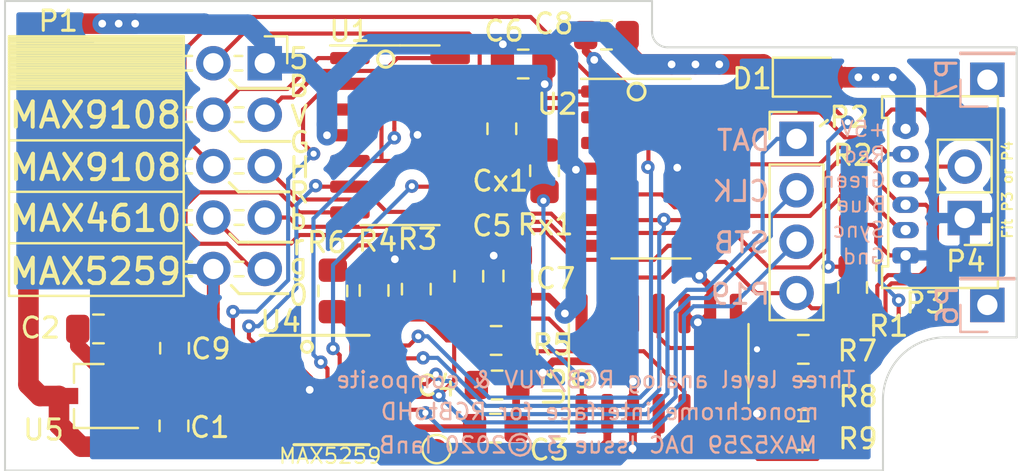
<source format=kicad_pcb>
(kicad_pcb (version 20171130) (host pcbnew "(5.1.4)-1")

  (general
    (thickness 1.6)
    (drawings 65)
    (tracks 654)
    (zones 0)
    (modules 33)
    (nets 36)
  )

  (page A4)
  (layers
    (0 F.Cu signal)
    (31 B.Cu signal)
    (34 B.Paste user hide)
    (35 F.Paste user hide)
    (36 B.SilkS user hide)
    (37 F.SilkS user)
    (38 B.Mask user hide)
    (39 F.Mask user hide)
    (40 Dwgs.User user hide)
    (41 Cmts.User user hide)
    (44 Edge.Cuts user)
    (45 Margin user hide)
    (46 B.CrtYd user hide)
    (47 F.CrtYd user hide)
    (48 B.Fab user hide)
    (49 F.Fab user hide)
  )

  (setup
    (last_trace_width 0.2032)
    (user_trace_width 0.2032)
    (user_trace_width 0.381)
    (user_trace_width 0.635)
    (user_trace_width 0.762)
    (user_trace_width 0.889)
    (user_trace_width 1.016)
    (user_trace_width 1.143)
    (user_trace_width 1.27)
    (trace_clearance 0.2032)
    (zone_clearance 0.508)
    (zone_45_only yes)
    (trace_min 0.2032)
    (via_size 0.6604)
    (via_drill 0.3048)
    (via_min_size 0.6604)
    (via_min_drill 0.3048)
    (uvia_size 0.6096)
    (uvia_drill 0.3048)
    (uvias_allowed no)
    (uvia_min_size 0)
    (uvia_min_drill 0)
    (edge_width 0.1)
    (segment_width 0.2)
    (pcb_text_width 0.2)
    (pcb_text_size 1.25 1.25)
    (mod_edge_width 0.15)
    (mod_text_size 1 1)
    (mod_text_width 0.15)
    (pad_size 1.7 1.7)
    (pad_drill 1)
    (pad_to_mask_clearance 0.15)
    (solder_mask_min_width 0.26)
    (aux_axis_origin 12.502 54.50096)
    (grid_origin 45.002 28.00096)
    (visible_elements 7FFFFFFF)
    (pcbplotparams
      (layerselection 0x010f0_ffffffff)
      (usegerberextensions true)
      (usegerberattributes false)
      (usegerberadvancedattributes false)
      (creategerberjobfile false)
      (excludeedgelayer true)
      (linewidth 0.100000)
      (plotframeref false)
      (viasonmask false)
      (mode 1)
      (useauxorigin false)
      (hpglpennumber 1)
      (hpglpenspeed 20)
      (hpglpendiameter 15.000000)
      (psnegative false)
      (psa4output false)
      (plotreference true)
      (plotvalue false)
      (plotinvisibletext false)
      (padsonsilk false)
      (subtractmaskfromsilk false)
      (outputformat 1)
      (mirror false)
      (drillshape 0)
      (scaleselection 1)
      (outputdirectory "manufacturing/"))
  )

  (net 0 "")
  (net 1 /GND)
  (net 2 /SYNC)
  (net 3 /BLUE)
  (net 4 /GREEN)
  (net 5 /RED)
  (net 6 /BRED)
  (net 7 /BGREEN)
  (net 8 /BBLUE)
  (net 9 /VSYNC)
  (net 10 /VANALOG)
  (net 11 /ASYNC)
  (net 12 /ARED)
  (net 13 /AGREEN)
  (net 14 /ABLUE)
  (net 15 "Net-(P6-Pad1)")
  (net 16 /REFSYNC)
  (net 17 /GPIO22_STB)
  (net 18 /GPIO0_DAT)
  (net 19 "Net-(P7-Pad1)")
  (net 20 /VCC)
  (net 21 /GPIO1_CLK)
  (net 22 /CLAMPLVL)
  (net 23 /CGREEN)
  (net 24 /CLAMP)
  (net 25 /REFGYSYNC)
  (net 26 /REFRBUVLO)
  (net 27 /REFRBUVHI)
  (net 28 /REFGYHI)
  (net 29 /REFGYLO)
  (net 30 "Net-(U4-Pad14)")
  (net 31 /VCC_IN)
  (net 32 /SPARE)
  (net 33 /SW_CLAMP)
  (net 34 /TERM_RB)
  (net 35 /TERM_G)

  (net_class Default "This is the default net class."
    (clearance 0.2032)
    (trace_width 0.2032)
    (via_dia 0.6604)
    (via_drill 0.3048)
    (uvia_dia 0.6096)
    (uvia_drill 0.3048)
    (diff_pair_width 0.2032)
    (diff_pair_gap 0.25)
    (add_net /ABLUE)
    (add_net /AGREEN)
    (add_net /ARED)
    (add_net /ASYNC)
    (add_net /BBLUE)
    (add_net /BGREEN)
    (add_net /BLUE)
    (add_net /BRED)
    (add_net /CGREEN)
    (add_net /CLAMP)
    (add_net /CLAMPLVL)
    (add_net /GND)
    (add_net /GPIO0_DAT)
    (add_net /GPIO1_CLK)
    (add_net /GPIO22_STB)
    (add_net /GREEN)
    (add_net /RED)
    (add_net /REFGYHI)
    (add_net /REFGYLO)
    (add_net /REFGYSYNC)
    (add_net /REFRBUVHI)
    (add_net /REFRBUVLO)
    (add_net /REFSYNC)
    (add_net /SPARE)
    (add_net /SW_CLAMP)
    (add_net /SYNC)
    (add_net /TERM_G)
    (add_net /TERM_RB)
    (add_net /VANALOG)
    (add_net /VCC)
    (add_net /VCC_IN)
    (add_net /VSYNC)
    (add_net "Net-(P6-Pad1)")
    (add_net "Net-(P7-Pad1)")
    (add_net "Net-(U4-Pad14)")
  )

  (net_class Power ""
    (clearance 0.2032)
    (trace_width 0.381)
    (via_dia 0.762)
    (via_drill 0.381)
    (uvia_dia 0.6096)
    (uvia_drill 0.3048)
    (diff_pair_width 0.2032)
    (diff_pair_gap 0.25)
  )

  (module Capacitor_SMD:C_0805_2012Metric_Pad1.15x1.40mm_HandSolder (layer F.Cu) (tedit 5B36C52B) (tstamp 5DC8CC0C)
    (at 52.85314 44.8818 90)
    (descr "Capacitor SMD 0805 (2012 Metric), square (rectangular) end terminal, IPC_7351 nominal with elongated pad for handsoldering. (Body size source: https://docs.google.com/spreadsheets/d/1BsfQQcO9C6DZCsRaXUlFlo91Tg2WpOkGARC1WS5S8t0/edit?usp=sharing), generated with kicad-footprint-generator")
    (tags "capacitor handsolder")
    (path /5DCE4EBF)
    (attr smd)
    (fp_text reference C7 (at -0.12954 1.86436) (layer F.SilkS)
      (effects (font (size 1 1) (thickness 0.15)))
    )
    (fp_text value 100n (at 0 1.65 90) (layer F.Fab)
      (effects (font (size 1 1) (thickness 0.15)))
    )
    (fp_text user %R (at 0 0 90) (layer F.Fab)
      (effects (font (size 0.5 0.5) (thickness 0.08)))
    )
    (fp_line (start 1.85 0.95) (end -1.85 0.95) (layer F.CrtYd) (width 0.05))
    (fp_line (start 1.85 -0.95) (end 1.85 0.95) (layer F.CrtYd) (width 0.05))
    (fp_line (start -1.85 -0.95) (end 1.85 -0.95) (layer F.CrtYd) (width 0.05))
    (fp_line (start -1.85 0.95) (end -1.85 -0.95) (layer F.CrtYd) (width 0.05))
    (fp_line (start -0.261252 0.71) (end 0.261252 0.71) (layer F.SilkS) (width 0.12))
    (fp_line (start -0.261252 -0.71) (end 0.261252 -0.71) (layer F.SilkS) (width 0.12))
    (fp_line (start 1 0.6) (end -1 0.6) (layer F.Fab) (width 0.1))
    (fp_line (start 1 -0.6) (end 1 0.6) (layer F.Fab) (width 0.1))
    (fp_line (start -1 -0.6) (end 1 -0.6) (layer F.Fab) (width 0.1))
    (fp_line (start -1 0.6) (end -1 -0.6) (layer F.Fab) (width 0.1))
    (pad 2 smd roundrect (at 1.025 0 90) (size 1.15 1.4) (layers F.Cu F.Paste F.Mask) (roundrect_rratio 0.217391)
      (net 1 /GND))
    (pad 1 smd roundrect (at -1.025 0 90) (size 1.15 1.4) (layers F.Cu F.Paste F.Mask) (roundrect_rratio 0.217391)
      (net 20 /VCC))
    (model ${KISYS3DMOD}/Capacitor_SMD.3dshapes/C_0805_2012Metric.wrl
      (at (xyz 0 0 0))
      (scale (xyz 1 1 1))
      (rotate (xyz 0 0 0))
    )
  )

  (module Connector_PinHeader_2.54mm:PinHeader_1x04_P2.54mm_Vertical (layer F.Cu) (tedit 59FED5CC) (tstamp 5DCC4DD0)
    (at 66.6174 38.11016)
    (descr "Through hole straight pin header, 1x04, 2.54mm pitch, single row")
    (tags "Through hole pin header THT 1x04 2.54mm single row")
    (path /5DCFA861)
    (fp_text reference P2 (at 2.6035 -1.0668) (layer F.SilkS)
      (effects (font (size 1 1) (thickness 0.15)))
    )
    (fp_text value Conn_01x04 (at 0 9.95) (layer F.Fab)
      (effects (font (size 1 1) (thickness 0.15)))
    )
    (fp_text user %R (at 0 3.81 90) (layer F.Fab)
      (effects (font (size 1 1) (thickness 0.15)))
    )
    (fp_line (start 1.8 -1.8) (end -1.8 -1.8) (layer F.CrtYd) (width 0.05))
    (fp_line (start 1.8 9.4) (end 1.8 -1.8) (layer F.CrtYd) (width 0.05))
    (fp_line (start -1.8 9.4) (end 1.8 9.4) (layer F.CrtYd) (width 0.05))
    (fp_line (start -1.8 -1.8) (end -1.8 9.4) (layer F.CrtYd) (width 0.05))
    (fp_line (start -1.33 -1.33) (end 0 -1.33) (layer F.SilkS) (width 0.12))
    (fp_line (start -1.33 0) (end -1.33 -1.33) (layer F.SilkS) (width 0.12))
    (fp_line (start -1.33 1.27) (end 1.33 1.27) (layer F.SilkS) (width 0.12))
    (fp_line (start 1.33 1.27) (end 1.33 8.95) (layer F.SilkS) (width 0.12))
    (fp_line (start -1.33 1.27) (end -1.33 8.95) (layer F.SilkS) (width 0.12))
    (fp_line (start -1.33 8.95) (end 1.33 8.95) (layer F.SilkS) (width 0.12))
    (fp_line (start -1.27 -0.635) (end -0.635 -1.27) (layer F.Fab) (width 0.1))
    (fp_line (start -1.27 8.89) (end -1.27 -0.635) (layer F.Fab) (width 0.1))
    (fp_line (start 1.27 8.89) (end -1.27 8.89) (layer F.Fab) (width 0.1))
    (fp_line (start 1.27 -1.27) (end 1.27 8.89) (layer F.Fab) (width 0.1))
    (fp_line (start -0.635 -1.27) (end 1.27 -1.27) (layer F.Fab) (width 0.1))
    (pad 4 thru_hole oval (at 0 7.62) (size 1.7 1.7) (drill 1) (layers *.Cu *.Mask)
      (net 24 /CLAMP))
    (pad 3 thru_hole oval (at 0 5.08) (size 1.7 1.7) (drill 1) (layers *.Cu *.Mask)
      (net 17 /GPIO22_STB))
    (pad 2 thru_hole oval (at 0 2.54) (size 1.7 1.7) (drill 1) (layers *.Cu *.Mask)
      (net 21 /GPIO1_CLK))
    (pad 1 thru_hole rect (at 0 0) (size 1.7 1.7) (drill 1) (layers *.Cu *.Mask)
      (net 18 /GPIO0_DAT))
    (model ${KISYS3DMOD}/Connector_PinHeader_2.54mm.3dshapes/PinHeader_1x04_P2.54mm_Vertical.wrl
      (at (xyz 0 0 0))
      (scale (xyz 1 1 1))
      (rotate (xyz 0 0 0))
    )
  )

  (module Package_SO:SOIC-14_3.9x8.7mm_P1.27mm (layer F.Cu) (tedit 5C97300E) (tstamp 5DE9AC4A)
    (at 59.8102 49.20996 90)
    (descr "SOIC, 14 Pin (JEDEC MS-012AB, https://www.analog.com/media/en/package-pcb-resources/package/pkg_pdf/soic_narrow-r/r_14.pdf), generated with kicad-footprint-generator ipc_gullwing_generator.py")
    (tags "SOIC SO")
    (path /5E118FBF)
    (attr smd)
    (fp_text reference U3 (at -1.143 -5.1562 90) (layer F.SilkS)
      (effects (font (size 1 1) (thickness 0.15)))
    )
    (fp_text value MAX4610 (at 0 5.28 90) (layer F.Fab)
      (effects (font (size 1 1) (thickness 0.15)))
    )
    (fp_line (start 0 4.435) (end 1.95 4.435) (layer F.SilkS) (width 0.12))
    (fp_line (start 0 4.435) (end -1.95 4.435) (layer F.SilkS) (width 0.12))
    (fp_line (start 0 -4.435) (end 1.95 -4.435) (layer F.SilkS) (width 0.12))
    (fp_line (start 0 -4.435) (end -3.45 -4.435) (layer F.SilkS) (width 0.12))
    (fp_line (start -0.975 -4.325) (end 1.95 -4.325) (layer F.Fab) (width 0.1))
    (fp_line (start 1.95 -4.325) (end 1.95 4.325) (layer F.Fab) (width 0.1))
    (fp_line (start 1.95 4.325) (end -1.95 4.325) (layer F.Fab) (width 0.1))
    (fp_line (start -1.95 4.325) (end -1.95 -3.35) (layer F.Fab) (width 0.1))
    (fp_line (start -1.95 -3.35) (end -0.975 -4.325) (layer F.Fab) (width 0.1))
    (fp_line (start -3.7 -4.58) (end -3.7 4.58) (layer F.CrtYd) (width 0.05))
    (fp_line (start -3.7 4.58) (end 3.7 4.58) (layer F.CrtYd) (width 0.05))
    (fp_line (start 3.7 4.58) (end 3.7 -4.58) (layer F.CrtYd) (width 0.05))
    (fp_line (start 3.7 -4.58) (end -3.7 -4.58) (layer F.CrtYd) (width 0.05))
    (fp_text user %R (at 0 0 90) (layer F.Fab)
      (effects (font (size 0.98 0.98) (thickness 0.15)))
    )
    (pad 1 smd roundrect (at -2.475 -3.81 90) (size 1.95 0.6) (layers F.Cu F.Paste F.Mask) (roundrect_rratio 0.25)
      (net 33 /SW_CLAMP))
    (pad 2 smd roundrect (at -2.475 -2.54 90) (size 1.95 0.6) (layers F.Cu F.Paste F.Mask) (roundrect_rratio 0.25)
      (net 22 /CLAMPLVL))
    (pad 3 smd roundrect (at -2.475 -1.27 90) (size 1.95 0.6) (layers F.Cu F.Paste F.Mask) (roundrect_rratio 0.25)
      (net 1 /GND))
    (pad 4 smd roundrect (at -2.475 0 90) (size 1.95 0.6) (layers F.Cu F.Paste F.Mask) (roundrect_rratio 0.25)
      (net 12 /ARED))
    (pad 5 smd roundrect (at -2.475 1.27 90) (size 1.95 0.6) (layers F.Cu F.Paste F.Mask) (roundrect_rratio 0.25)
      (net 34 /TERM_RB))
    (pad 6 smd roundrect (at -2.475 2.54 90) (size 1.95 0.6) (layers F.Cu F.Paste F.Mask) (roundrect_rratio 0.25)
      (net 34 /TERM_RB))
    (pad 7 smd roundrect (at -2.475 3.81 90) (size 1.95 0.6) (layers F.Cu F.Paste F.Mask) (roundrect_rratio 0.25)
      (net 1 /GND))
    (pad 8 smd roundrect (at 2.475 3.81 90) (size 1.95 0.6) (layers F.Cu F.Paste F.Mask) (roundrect_rratio 0.25)
      (net 14 /ABLUE))
    (pad 9 smd roundrect (at 2.475 2.54 90) (size 1.95 0.6) (layers F.Cu F.Paste F.Mask) (roundrect_rratio 0.25)
      (net 1 /GND))
    (pad 10 smd roundrect (at 2.475 1.27 90) (size 1.95 0.6) (layers F.Cu F.Paste F.Mask) (roundrect_rratio 0.25)
      (net 1 /GND))
    (pad 11 smd roundrect (at 2.475 0 90) (size 1.95 0.6) (layers F.Cu F.Paste F.Mask) (roundrect_rratio 0.25)
      (net 13 /AGREEN))
    (pad 12 smd roundrect (at 2.475 -1.27 90) (size 1.95 0.6) (layers F.Cu F.Paste F.Mask) (roundrect_rratio 0.25)
      (net 35 /TERM_G))
    (pad 13 smd roundrect (at 2.475 -2.54 90) (size 1.95 0.6) (layers F.Cu F.Paste F.Mask) (roundrect_rratio 0.25)
      (net 24 /CLAMP))
    (pad 14 smd roundrect (at 2.475 -3.81 90) (size 1.95 0.6) (layers F.Cu F.Paste F.Mask) (roundrect_rratio 0.25)
      (net 20 /VCC))
    (model ${KISYS3DMOD}/Package_SO.3dshapes/SOIC-14_3.9x8.7mm_P1.27mm.wrl
      (at (xyz 0 0 0))
      (scale (xyz 1 1 1))
      (rotate (xyz 0 0 0))
    )
  )

  (module Package_SO:QSOP-16_3.9x4.9mm_P0.635mm (layer F.Cu) (tedit 5A02F25C) (tstamp 5DE9AC6A)
    (at 43.65072 50.53838)
    (descr "16-Lead Plastic Shrink Small Outline Narrow Body (QR)-.150\" Body [QSOP] (see Microchip Packaging Specification 00000049BS.pdf)")
    (tags "SSOP 0.635")
    (path /5DEBF7A0)
    (attr smd)
    (fp_text reference U4 (at -2.5146 -3.4036) (layer F.SilkS)
      (effects (font (size 1 1) (thickness 0.15)))
    )
    (fp_text value MAX5259EEE+ (at 0 3.5) (layer F.Fab)
      (effects (font (size 1 1) (thickness 0.15)))
    )
    (fp_line (start -0.95 -2.45) (end 1.95 -2.45) (layer F.Fab) (width 0.15))
    (fp_line (start 1.95 -2.45) (end 1.95 2.45) (layer F.Fab) (width 0.15))
    (fp_line (start 1.95 2.45) (end -1.95 2.45) (layer F.Fab) (width 0.15))
    (fp_line (start -1.95 2.45) (end -1.95 -1.45) (layer F.Fab) (width 0.15))
    (fp_line (start -1.95 -1.45) (end -0.95 -2.45) (layer F.Fab) (width 0.15))
    (fp_line (start -3.7 -2.85) (end -3.7 2.8) (layer F.CrtYd) (width 0.05))
    (fp_line (start 3.7 -2.85) (end 3.7 2.8) (layer F.CrtYd) (width 0.05))
    (fp_line (start -3.7 -2.85) (end 3.7 -2.85) (layer F.CrtYd) (width 0.05))
    (fp_line (start -3.7 2.8) (end 3.7 2.8) (layer F.CrtYd) (width 0.05))
    (fp_line (start -1.8543 2.675) (end 1.8543 2.675) (layer F.SilkS) (width 0.15))
    (fp_line (start -3.525 -2.725) (end 1.8586 -2.725) (layer F.SilkS) (width 0.15))
    (fp_text user %R (at 0 0) (layer F.Fab)
      (effects (font (size 0.7 0.7) (thickness 0.15)))
    )
    (pad 1 smd rect (at -2.6543 -2.2225) (size 1.6 0.41) (layers F.Cu F.Paste F.Mask)
      (net 29 /REFGYLO))
    (pad 2 smd rect (at -2.6543 -1.5875) (size 1.6 0.41) (layers F.Cu F.Paste F.Mask)
      (net 28 /REFGYHI))
    (pad 3 smd rect (at -2.6543 -0.9525) (size 1.6 0.41) (layers F.Cu F.Paste F.Mask)
      (net 1 /GND))
    (pad 4 smd rect (at -2.6543 -0.3175) (size 1.6 0.41) (layers F.Cu F.Paste F.Mask)
      (net 10 /VANALOG))
    (pad 5 smd rect (at -2.6543 0.3175) (size 1.6 0.41) (layers F.Cu F.Paste F.Mask)
      (net 10 /VANALOG))
    (pad 6 smd rect (at -2.6543 0.9525) (size 1.6 0.41) (layers F.Cu F.Paste F.Mask)
      (net 1 /GND))
    (pad 7 smd rect (at -2.6543 1.5875) (size 1.6 0.41) (layers F.Cu F.Paste F.Mask)
      (net 25 /REFGYSYNC))
    (pad 8 smd rect (at -2.6543 2.2225) (size 1.6 0.41) (layers F.Cu F.Paste F.Mask)
      (net 16 /REFSYNC))
    (pad 9 smd rect (at 2.6543 2.2225) (size 1.6 0.41) (layers F.Cu F.Paste F.Mask)
      (net 22 /CLAMPLVL))
    (pad 10 smd rect (at 2.6543 1.5875) (size 1.6 0.41) (layers F.Cu F.Paste F.Mask)
      (net 32 /SPARE))
    (pad 11 smd rect (at 2.6543 0.9525) (size 1.6 0.41) (layers F.Cu F.Paste F.Mask)
      (net 17 /GPIO22_STB))
    (pad 12 smd rect (at 2.6543 0.3175) (size 1.6 0.41) (layers F.Cu F.Paste F.Mask)
      (net 21 /GPIO1_CLK))
    (pad 13 smd rect (at 2.6543 -0.3175) (size 1.6 0.41) (layers F.Cu F.Paste F.Mask)
      (net 18 /GPIO0_DAT))
    (pad 14 smd rect (at 2.6543 -0.9525) (size 1.6 0.41) (layers F.Cu F.Paste F.Mask)
      (net 30 "Net-(U4-Pad14)"))
    (pad 15 smd rect (at 2.6543 -1.5875) (size 1.6 0.41) (layers F.Cu F.Paste F.Mask)
      (net 26 /REFRBUVLO))
    (pad 16 smd rect (at 2.6543 -2.2225) (size 1.6 0.41) (layers F.Cu F.Paste F.Mask)
      (net 27 /REFRBUVHI))
    (model ${KISYS3DMOD}/Package_SO.3dshapes/QSOP-16_3.9x4.9mm_P0.635mm.wrl
      (at (xyz 0 0 0))
      (scale (xyz 1 1 1))
      (rotate (xyz 0 0 0))
    )
  )

  (module Connector_PinHeader_2.54mm:PinHeader_1x02_P2.54mm_Vertical (layer F.Cu) (tedit 59FED5CC) (tstamp 5DCB09B9)
    (at 74.9232 42.02176 180)
    (descr "Through hole straight pin header, 1x02, 2.54mm pitch, single row")
    (tags "Through hole pin header THT 1x02 2.54mm single row")
    (path /5DD175CA)
    (attr virtual)
    (fp_text reference P4 (at -0.0508 -2.1336) (layer F.SilkS)
      (effects (font (size 1 1) (thickness 0.15)))
    )
    (fp_text value Conn_01x02 (at 0 4.87) (layer F.Fab)
      (effects (font (size 1 1) (thickness 0.15)))
    )
    (fp_line (start -0.635 -1.27) (end 1.27 -1.27) (layer F.Fab) (width 0.1))
    (fp_line (start 1.27 -1.27) (end 1.27 3.81) (layer F.Fab) (width 0.1))
    (fp_line (start 1.27 3.81) (end -1.27 3.81) (layer F.Fab) (width 0.1))
    (fp_line (start -1.27 3.81) (end -1.27 -0.635) (layer F.Fab) (width 0.1))
    (fp_line (start -1.27 -0.635) (end -0.635 -1.27) (layer F.Fab) (width 0.1))
    (fp_line (start -1.33 3.87) (end 1.33 3.87) (layer F.SilkS) (width 0.12))
    (fp_line (start -1.33 1.27) (end -1.33 3.87) (layer F.SilkS) (width 0.12))
    (fp_line (start 1.33 1.27) (end 1.33 3.87) (layer F.SilkS) (width 0.12))
    (fp_line (start -1.33 1.27) (end 1.33 1.27) (layer F.SilkS) (width 0.12))
    (fp_line (start -1.33 0) (end -1.33 -1.33) (layer F.SilkS) (width 0.12))
    (fp_line (start -1.33 -1.33) (end 0 -1.33) (layer F.SilkS) (width 0.12))
    (fp_line (start -1.8 -1.8) (end -1.8 4.35) (layer F.CrtYd) (width 0.05))
    (fp_line (start -1.8 4.35) (end 1.8 4.35) (layer F.CrtYd) (width 0.05))
    (fp_line (start 1.8 4.35) (end 1.8 -1.8) (layer F.CrtYd) (width 0.05))
    (fp_line (start 1.8 -1.8) (end -1.8 -1.8) (layer F.CrtYd) (width 0.05))
    (fp_text user %R (at 0 1.27 90) (layer F.Fab)
      (effects (font (size 1 1) (thickness 0.15)))
    )
    (pad 1 thru_hole rect (at 0 0 180) (size 1.7 1.7) (drill 1) (layers *.Cu *.Mask)
      (net 1 /GND))
    (pad 2 thru_hole oval (at 0 2.54 180) (size 1.7 1.7) (drill 1) (layers *.Cu *.Mask)
      (net 13 /AGREEN))
    (model ${KISYS3DMOD}/Connector_PinHeader_2.54mm.3dshapes/PinHeader_1x02_P2.54mm_Vertical.wrl
      (at (xyz 0 0 0))
      (scale (xyz 1 1 1))
      (rotate (xyz 0 0 0))
    )
  )

  (module Resistor_SMD:R_0805_2012Metric_Pad1.15x1.40mm_HandSolder (layer F.Cu) (tedit 5B36C52B) (tstamp 5DE9AC19)
    (at 69.386 45.45076 270)
    (descr "Resistor SMD 0805 (2012 Metric), square (rectangular) end terminal, IPC_7351 nominal with elongated pad for handsoldering. (Body size source: https://docs.google.com/spreadsheets/d/1BsfQQcO9C6DZCsRaXUlFlo91Tg2WpOkGARC1WS5S8t0/edit?usp=sharing), generated with kicad-footprint-generator")
    (tags "resistor handsolder")
    (path /5E08BDE2)
    (attr smd)
    (fp_text reference R1 (at 1.905 -1.778) (layer F.SilkS)
      (effects (font (size 1 1) (thickness 0.15)))
    )
    (fp_text value 1K (at 0 1.65 90) (layer F.Fab)
      (effects (font (size 1 1) (thickness 0.15)))
    )
    (fp_text user %R (at 0 0 90) (layer F.Fab)
      (effects (font (size 0.5 0.5) (thickness 0.08)))
    )
    (fp_line (start 1.85 0.95) (end -1.85 0.95) (layer F.CrtYd) (width 0.05))
    (fp_line (start 1.85 -0.95) (end 1.85 0.95) (layer F.CrtYd) (width 0.05))
    (fp_line (start -1.85 -0.95) (end 1.85 -0.95) (layer F.CrtYd) (width 0.05))
    (fp_line (start -1.85 0.95) (end -1.85 -0.95) (layer F.CrtYd) (width 0.05))
    (fp_line (start -0.261252 0.71) (end 0.261252 0.71) (layer F.SilkS) (width 0.12))
    (fp_line (start -0.261252 -0.71) (end 0.261252 -0.71) (layer F.SilkS) (width 0.12))
    (fp_line (start 1 0.6) (end -1 0.6) (layer F.Fab) (width 0.1))
    (fp_line (start 1 -0.6) (end 1 0.6) (layer F.Fab) (width 0.1))
    (fp_line (start -1 -0.6) (end 1 -0.6) (layer F.Fab) (width 0.1))
    (fp_line (start -1 0.6) (end -1 -0.6) (layer F.Fab) (width 0.1))
    (pad 2 smd roundrect (at 1.025 0 270) (size 1.15 1.4) (layers F.Cu F.Paste F.Mask) (roundrect_rratio 0.217391)
      (net 24 /CLAMP))
    (pad 1 smd roundrect (at -1.025 0 270) (size 1.15 1.4) (layers F.Cu F.Paste F.Mask) (roundrect_rratio 0.217391)
      (net 20 /VCC))
    (model ${KISYS3DMOD}/Resistor_SMD.3dshapes/R_0805_2012Metric.wrl
      (at (xyz 0 0 0))
      (scale (xyz 1 1 1))
      (rotate (xyz 0 0 0))
    )
  )

  (module Resistor_SMD:R_0805_2012Metric_Pad1.15x1.40mm_HandSolder (layer F.Cu) (tedit 5B36C52B) (tstamp 5DEAAA5E)
    (at 66.95268 48.50638 180)
    (descr "Resistor SMD 0805 (2012 Metric), square (rectangular) end terminal, IPC_7351 nominal with elongated pad for handsoldering. (Body size source: https://docs.google.com/spreadsheets/d/1BsfQQcO9C6DZCsRaXUlFlo91Tg2WpOkGARC1WS5S8t0/edit?usp=sharing), generated with kicad-footprint-generator")
    (tags "resistor handsolder")
    (path /5DFCAEED)
    (attr smd)
    (fp_text reference R7 (at -2.667 -0.0762) (layer F.SilkS)
      (effects (font (size 1 1) (thickness 0.15)))
    )
    (fp_text value 10K (at 0 1.65) (layer F.Fab)
      (effects (font (size 1 1) (thickness 0.15)))
    )
    (fp_line (start -1 0.6) (end -1 -0.6) (layer F.Fab) (width 0.1))
    (fp_line (start -1 -0.6) (end 1 -0.6) (layer F.Fab) (width 0.1))
    (fp_line (start 1 -0.6) (end 1 0.6) (layer F.Fab) (width 0.1))
    (fp_line (start 1 0.6) (end -1 0.6) (layer F.Fab) (width 0.1))
    (fp_line (start -0.261252 -0.71) (end 0.261252 -0.71) (layer F.SilkS) (width 0.12))
    (fp_line (start -0.261252 0.71) (end 0.261252 0.71) (layer F.SilkS) (width 0.12))
    (fp_line (start -1.85 0.95) (end -1.85 -0.95) (layer F.CrtYd) (width 0.05))
    (fp_line (start -1.85 -0.95) (end 1.85 -0.95) (layer F.CrtYd) (width 0.05))
    (fp_line (start 1.85 -0.95) (end 1.85 0.95) (layer F.CrtYd) (width 0.05))
    (fp_line (start 1.85 0.95) (end -1.85 0.95) (layer F.CrtYd) (width 0.05))
    (fp_text user %R (at 0 0) (layer F.Fab)
      (effects (font (size 0.5 0.5) (thickness 0.08)))
    )
    (pad 1 smd roundrect (at -1.025 0 180) (size 1.15 1.4) (layers F.Cu F.Paste F.Mask) (roundrect_rratio 0.217391)
      (net 14 /ABLUE))
    (pad 2 smd roundrect (at 1.025 0 180) (size 1.15 1.4) (layers F.Cu F.Paste F.Mask) (roundrect_rratio 0.217391)
      (net 1 /GND))
    (model ${KISYS3DMOD}/Resistor_SMD.3dshapes/R_0805_2012Metric.wrl
      (at (xyz 0 0 0))
      (scale (xyz 1 1 1))
      (rotate (xyz 0 0 0))
    )
  )

  (module Resistor_SMD:R_0805_2012Metric_Pad1.15x1.40mm_HandSolder (layer F.Cu) (tedit 5B36C52B) (tstamp 5DEAAA6F)
    (at 66.97046 50.78476 180)
    (descr "Resistor SMD 0805 (2012 Metric), square (rectangular) end terminal, IPC_7351 nominal with elongated pad for handsoldering. (Body size source: https://docs.google.com/spreadsheets/d/1BsfQQcO9C6DZCsRaXUlFlo91Tg2WpOkGARC1WS5S8t0/edit?usp=sharing), generated with kicad-footprint-generator")
    (tags "resistor handsolder")
    (path /5DFFC467)
    (attr smd)
    (fp_text reference R8 (at -2.6924 -0.0508) (layer F.SilkS)
      (effects (font (size 1 1) (thickness 0.15)))
    )
    (fp_text value 10K (at 0 1.65) (layer F.Fab)
      (effects (font (size 1 1) (thickness 0.15)))
    )
    (fp_text user %R (at 0 0) (layer F.Fab)
      (effects (font (size 0.5 0.5) (thickness 0.08)))
    )
    (fp_line (start 1.85 0.95) (end -1.85 0.95) (layer F.CrtYd) (width 0.05))
    (fp_line (start 1.85 -0.95) (end 1.85 0.95) (layer F.CrtYd) (width 0.05))
    (fp_line (start -1.85 -0.95) (end 1.85 -0.95) (layer F.CrtYd) (width 0.05))
    (fp_line (start -1.85 0.95) (end -1.85 -0.95) (layer F.CrtYd) (width 0.05))
    (fp_line (start -0.261252 0.71) (end 0.261252 0.71) (layer F.SilkS) (width 0.12))
    (fp_line (start -0.261252 -0.71) (end 0.261252 -0.71) (layer F.SilkS) (width 0.12))
    (fp_line (start 1 0.6) (end -1 0.6) (layer F.Fab) (width 0.1))
    (fp_line (start 1 -0.6) (end 1 0.6) (layer F.Fab) (width 0.1))
    (fp_line (start -1 -0.6) (end 1 -0.6) (layer F.Fab) (width 0.1))
    (fp_line (start -1 0.6) (end -1 -0.6) (layer F.Fab) (width 0.1))
    (pad 2 smd roundrect (at 1.025 0 180) (size 1.15 1.4) (layers F.Cu F.Paste F.Mask) (roundrect_rratio 0.217391)
      (net 1 /GND))
    (pad 1 smd roundrect (at -1.025 0 180) (size 1.15 1.4) (layers F.Cu F.Paste F.Mask) (roundrect_rratio 0.217391)
      (net 13 /AGREEN))
    (model ${KISYS3DMOD}/Resistor_SMD.3dshapes/R_0805_2012Metric.wrl
      (at (xyz 0 0 0))
      (scale (xyz 1 1 1))
      (rotate (xyz 0 0 0))
    )
  )

  (module Resistor_SMD:R_0805_2012Metric_Pad1.15x1.40mm_HandSolder (layer F.Cu) (tedit 5B36C52B) (tstamp 5DEAAA80)
    (at 66.95522 52.76596 180)
    (descr "Resistor SMD 0805 (2012 Metric), square (rectangular) end terminal, IPC_7351 nominal with elongated pad for handsoldering. (Body size source: https://docs.google.com/spreadsheets/d/1BsfQQcO9C6DZCsRaXUlFlo91Tg2WpOkGARC1WS5S8t0/edit?usp=sharing), generated with kicad-footprint-generator")
    (tags "resistor handsolder")
    (path /5DFFCF3C)
    (attr smd)
    (fp_text reference R9 (at -2.6924 -0.1524) (layer F.SilkS)
      (effects (font (size 1 1) (thickness 0.15)))
    )
    (fp_text value 10K (at 0 1.65) (layer F.Fab)
      (effects (font (size 1 1) (thickness 0.15)))
    )
    (fp_line (start -1 0.6) (end -1 -0.6) (layer F.Fab) (width 0.1))
    (fp_line (start -1 -0.6) (end 1 -0.6) (layer F.Fab) (width 0.1))
    (fp_line (start 1 -0.6) (end 1 0.6) (layer F.Fab) (width 0.1))
    (fp_line (start 1 0.6) (end -1 0.6) (layer F.Fab) (width 0.1))
    (fp_line (start -0.261252 -0.71) (end 0.261252 -0.71) (layer F.SilkS) (width 0.12))
    (fp_line (start -0.261252 0.71) (end 0.261252 0.71) (layer F.SilkS) (width 0.12))
    (fp_line (start -1.85 0.95) (end -1.85 -0.95) (layer F.CrtYd) (width 0.05))
    (fp_line (start -1.85 -0.95) (end 1.85 -0.95) (layer F.CrtYd) (width 0.05))
    (fp_line (start 1.85 -0.95) (end 1.85 0.95) (layer F.CrtYd) (width 0.05))
    (fp_line (start 1.85 0.95) (end -1.85 0.95) (layer F.CrtYd) (width 0.05))
    (fp_text user %R (at 0 0) (layer F.Fab)
      (effects (font (size 0.5 0.5) (thickness 0.08)))
    )
    (pad 1 smd roundrect (at -1.025 0 180) (size 1.15 1.4) (layers F.Cu F.Paste F.Mask) (roundrect_rratio 0.217391)
      (net 12 /ARED))
    (pad 2 smd roundrect (at 1.025 0 180) (size 1.15 1.4) (layers F.Cu F.Paste F.Mask) (roundrect_rratio 0.217391)
      (net 1 /GND))
    (model ${KISYS3DMOD}/Resistor_SMD.3dshapes/R_0805_2012Metric.wrl
      (at (xyz 0 0 0))
      (scale (xyz 1 1 1))
      (rotate (xyz 0 0 0))
    )
  )

  (module Connector_PinHeader_2.54mm:PinHeader_1x01_P2.54mm_Vertical (layer B.Cu) (tedit 59FED5CC) (tstamp 5DCB8595)
    (at 76.0408 35.18916)
    (descr "Through hole straight pin header, 1x01, 2.54mm pitch, single row")
    (tags "Through hole pin header THT 1x01 2.54mm single row")
    (path /5DD08736)
    (fp_text reference P7 (at -2.0066 -0.0762 90) (layer B.SilkS)
      (effects (font (size 1 1) (thickness 0.15)) (justify mirror))
    )
    (fp_text value Conn_01x01 (at 0 -2.33) (layer B.Fab)
      (effects (font (size 1 1) (thickness 0.15)) (justify mirror))
    )
    (fp_line (start -0.635 1.27) (end 1.27 1.27) (layer B.Fab) (width 0.1))
    (fp_line (start 1.27 1.27) (end 1.27 -1.27) (layer B.Fab) (width 0.1))
    (fp_line (start 1.27 -1.27) (end -1.27 -1.27) (layer B.Fab) (width 0.1))
    (fp_line (start -1.27 -1.27) (end -1.27 0.635) (layer B.Fab) (width 0.1))
    (fp_line (start -1.27 0.635) (end -0.635 1.27) (layer B.Fab) (width 0.1))
    (fp_line (start -1.33 -1.33) (end 1.33 -1.33) (layer B.SilkS) (width 0.12))
    (fp_line (start -1.33 -1.27) (end -1.33 -1.33) (layer B.SilkS) (width 0.12))
    (fp_line (start 1.33 -1.27) (end 1.33 -1.33) (layer B.SilkS) (width 0.12))
    (fp_line (start -1.33 -1.27) (end 1.33 -1.27) (layer B.SilkS) (width 0.12))
    (fp_line (start -1.33 0) (end -1.33 1.33) (layer B.SilkS) (width 0.12))
    (fp_line (start -1.33 1.33) (end 0 1.33) (layer B.SilkS) (width 0.12))
    (fp_line (start -1.8 1.8) (end -1.8 -1.8) (layer B.CrtYd) (width 0.05))
    (fp_line (start -1.8 -1.8) (end 1.8 -1.8) (layer B.CrtYd) (width 0.05))
    (fp_line (start 1.8 -1.8) (end 1.8 1.8) (layer B.CrtYd) (width 0.05))
    (fp_line (start 1.8 1.8) (end -1.8 1.8) (layer B.CrtYd) (width 0.05))
    (fp_text user %R (at 0 0 270) (layer B.Fab)
      (effects (font (size 1 1) (thickness 0.15)) (justify mirror))
    )
    (pad 1 thru_hole rect (at 0 0) (size 1.7 1.7) (drill 1) (layers *.Cu *.Mask)
      (net 19 "Net-(P7-Pad1)"))
    (model ${KISYS3DMOD}/Connector_PinHeader_2.54mm.3dshapes/PinHeader_1x01_P2.54mm_Vertical.wrl
      (at (xyz 0 0 0))
      (scale (xyz 1 1 1))
      (rotate (xyz 0 0 0))
    )
  )

  (module Package_SO:SOIC-14_3.9x8.7mm_P1.27mm (layer F.Cu) (tedit 5C97300E) (tstamp 5DD46B67)
    (at 47.034 37.93236)
    (descr "SOIC, 14 Pin (JEDEC MS-012AB, https://www.analog.com/media/en/package-pcb-resources/package/pkg_pdf/soic_narrow-r/r_14.pdf), generated with kicad-footprint-generator ipc_gullwing_generator.py")
    (tags "SOIC SO")
    (path /5DE5166D)
    (attr smd)
    (fp_text reference U1 (at -2.4892 -5.1308) (layer F.SilkS)
      (effects (font (size 1 1) (thickness 0.15)))
    )
    (fp_text value MAX9108 (at 0 5.28) (layer F.Fab)
      (effects (font (size 1 1) (thickness 0.15)))
    )
    (fp_line (start 0 4.435) (end 1.95 4.435) (layer F.SilkS) (width 0.12))
    (fp_line (start 0 4.435) (end -1.95 4.435) (layer F.SilkS) (width 0.12))
    (fp_line (start 0 -4.435) (end 1.95 -4.435) (layer F.SilkS) (width 0.12))
    (fp_line (start 0 -4.435) (end -3.45 -4.435) (layer F.SilkS) (width 0.12))
    (fp_line (start -0.975 -4.325) (end 1.95 -4.325) (layer F.Fab) (width 0.1))
    (fp_line (start 1.95 -4.325) (end 1.95 4.325) (layer F.Fab) (width 0.1))
    (fp_line (start 1.95 4.325) (end -1.95 4.325) (layer F.Fab) (width 0.1))
    (fp_line (start -1.95 4.325) (end -1.95 -3.35) (layer F.Fab) (width 0.1))
    (fp_line (start -1.95 -3.35) (end -0.975 -4.325) (layer F.Fab) (width 0.1))
    (fp_line (start -3.7 -4.58) (end -3.7 4.58) (layer F.CrtYd) (width 0.05))
    (fp_line (start -3.7 4.58) (end 3.7 4.58) (layer F.CrtYd) (width 0.05))
    (fp_line (start 3.7 4.58) (end 3.7 -4.58) (layer F.CrtYd) (width 0.05))
    (fp_line (start 3.7 -4.58) (end -3.7 -4.58) (layer F.CrtYd) (width 0.05))
    (fp_text user %R (at 0 0) (layer F.Fab)
      (effects (font (size 0.98 0.98) (thickness 0.15)))
    )
    (pad 1 smd roundrect (at -2.475 -3.81) (size 1.95 0.6) (layers F.Cu F.Paste F.Mask) (roundrect_rratio 0.25)
      (net 4 /GREEN))
    (pad 2 smd roundrect (at -2.475 -2.54) (size 1.95 0.6) (layers F.Cu F.Paste F.Mask) (roundrect_rratio 0.25)
      (net 28 /REFGYHI))
    (pad 3 smd roundrect (at -2.475 -1.27) (size 1.95 0.6) (layers F.Cu F.Paste F.Mask) (roundrect_rratio 0.25)
      (net 23 /CGREEN))
    (pad 4 smd roundrect (at -2.475 0) (size 1.95 0.6) (layers F.Cu F.Paste F.Mask) (roundrect_rratio 0.25)
      (net 20 /VCC))
    (pad 5 smd roundrect (at -2.475 1.27) (size 1.95 0.6) (layers F.Cu F.Paste F.Mask) (roundrect_rratio 0.25)
      (net 23 /CGREEN))
    (pad 6 smd roundrect (at -2.475 2.54) (size 1.95 0.6) (layers F.Cu F.Paste F.Mask) (roundrect_rratio 0.25)
      (net 29 /REFGYLO))
    (pad 7 smd roundrect (at -2.475 3.81) (size 1.95 0.6) (layers F.Cu F.Paste F.Mask) (roundrect_rratio 0.25)
      (net 7 /BGREEN))
    (pad 8 smd roundrect (at 2.475 3.81) (size 1.95 0.6) (layers F.Cu F.Paste F.Mask) (roundrect_rratio 0.25)
      (net 2 /SYNC))
    (pad 9 smd roundrect (at 2.475 2.54) (size 1.95 0.6) (layers F.Cu F.Paste F.Mask) (roundrect_rratio 0.25)
      (net 16 /REFSYNC))
    (pad 10 smd roundrect (at 2.475 1.27) (size 1.95 0.6) (layers F.Cu F.Paste F.Mask) (roundrect_rratio 0.25)
      (net 11 /ASYNC))
    (pad 11 smd roundrect (at 2.475 0) (size 1.95 0.6) (layers F.Cu F.Paste F.Mask) (roundrect_rratio 0.25)
      (net 1 /GND))
    (pad 12 smd roundrect (at 2.475 -1.27) (size 1.95 0.6) (layers F.Cu F.Paste F.Mask) (roundrect_rratio 0.25)
      (net 23 /CGREEN))
    (pad 13 smd roundrect (at 2.475 -2.54) (size 1.95 0.6) (layers F.Cu F.Paste F.Mask) (roundrect_rratio 0.25)
      (net 25 /REFGYSYNC))
    (pad 14 smd roundrect (at 2.475 -3.81) (size 1.95 0.6) (layers F.Cu F.Paste F.Mask) (roundrect_rratio 0.25)
      (net 9 /VSYNC))
    (model ${KISYS3DMOD}/Package_SO.3dshapes/SOIC-14_3.9x8.7mm_P1.27mm.wrl
      (at (xyz 0 0 0))
      (scale (xyz 1 1 1))
      (rotate (xyz 0 0 0))
    )
  )

  (module Connector_PinSocket_2.54mm:PinSocket_2x05_P2.54mm_Horizontal (layer F.Cu) (tedit 5A19A422) (tstamp 5DC8CCDC)
    (at 40.3538 34.37636)
    (descr "Through hole angled socket strip, 2x05, 2.54mm pitch, 8.51mm socket length, double cols (from Kicad 4.0.7), script generated")
    (tags "Through hole angled socket strip THT 2x05 2.54mm double row")
    (path /5DB26BD3)
    (fp_text reference P1 (at -10.1981 -2.0828) (layer F.SilkS)
      (effects (font (size 1 1) (thickness 0.15)))
    )
    (fp_text value Conn_02x05_Odd_Even (at -5.65 12.93) (layer F.Fab)
      (effects (font (size 1 1) (thickness 0.15)))
    )
    (fp_line (start -12.57 -1.27) (end -5.03 -1.27) (layer F.Fab) (width 0.1))
    (fp_line (start -5.03 -1.27) (end -4.06 -0.3) (layer F.Fab) (width 0.1))
    (fp_line (start -4.06 -0.3) (end -4.06 11.43) (layer F.Fab) (width 0.1))
    (fp_line (start -4.06 11.43) (end -12.57 11.43) (layer F.Fab) (width 0.1))
    (fp_line (start -12.57 11.43) (end -12.57 -1.27) (layer F.Fab) (width 0.1))
    (fp_line (start 0 -0.3) (end -4.06 -0.3) (layer F.Fab) (width 0.1))
    (fp_line (start -4.06 0.3) (end 0 0.3) (layer F.Fab) (width 0.1))
    (fp_line (start 0 0.3) (end 0 -0.3) (layer F.Fab) (width 0.1))
    (fp_line (start 0 2.24) (end -4.06 2.24) (layer F.Fab) (width 0.1))
    (fp_line (start -4.06 2.84) (end 0 2.84) (layer F.Fab) (width 0.1))
    (fp_line (start 0 2.84) (end 0 2.24) (layer F.Fab) (width 0.1))
    (fp_line (start 0 4.78) (end -4.06 4.78) (layer F.Fab) (width 0.1))
    (fp_line (start -4.06 5.38) (end 0 5.38) (layer F.Fab) (width 0.1))
    (fp_line (start 0 5.38) (end 0 4.78) (layer F.Fab) (width 0.1))
    (fp_line (start 0 7.32) (end -4.06 7.32) (layer F.Fab) (width 0.1))
    (fp_line (start -4.06 7.92) (end 0 7.92) (layer F.Fab) (width 0.1))
    (fp_line (start 0 7.92) (end 0 7.32) (layer F.Fab) (width 0.1))
    (fp_line (start 0 9.86) (end -4.06 9.86) (layer F.Fab) (width 0.1))
    (fp_line (start -4.06 10.46) (end 0 10.46) (layer F.Fab) (width 0.1))
    (fp_line (start 0 10.46) (end 0 9.86) (layer F.Fab) (width 0.1))
    (fp_line (start -12.63 -1.21) (end -4 -1.21) (layer F.SilkS) (width 0.12))
    (fp_line (start -12.63 -1.091905) (end -4 -1.091905) (layer F.SilkS) (width 0.12))
    (fp_line (start -12.63 -0.97381) (end -4 -0.97381) (layer F.SilkS) (width 0.12))
    (fp_line (start -12.63 -0.855715) (end -4 -0.855715) (layer F.SilkS) (width 0.12))
    (fp_line (start -12.63 -0.73762) (end -4 -0.73762) (layer F.SilkS) (width 0.12))
    (fp_line (start -12.63 -0.619525) (end -4 -0.619525) (layer F.SilkS) (width 0.12))
    (fp_line (start -12.63 -0.50143) (end -4 -0.50143) (layer F.SilkS) (width 0.12))
    (fp_line (start -12.63 -0.383335) (end -4 -0.383335) (layer F.SilkS) (width 0.12))
    (fp_line (start -12.63 -0.26524) (end -4 -0.26524) (layer F.SilkS) (width 0.12))
    (fp_line (start -12.63 -0.147145) (end -4 -0.147145) (layer F.SilkS) (width 0.12))
    (fp_line (start -12.63 -0.02905) (end -4 -0.02905) (layer F.SilkS) (width 0.12))
    (fp_line (start -12.63 0.089045) (end -4 0.089045) (layer F.SilkS) (width 0.12))
    (fp_line (start -12.63 0.20714) (end -4 0.20714) (layer F.SilkS) (width 0.12))
    (fp_line (start -12.63 0.325235) (end -4 0.325235) (layer F.SilkS) (width 0.12))
    (fp_line (start -12.63 0.44333) (end -4 0.44333) (layer F.SilkS) (width 0.12))
    (fp_line (start -12.63 0.561425) (end -4 0.561425) (layer F.SilkS) (width 0.12))
    (fp_line (start -12.63 0.67952) (end -4 0.67952) (layer F.SilkS) (width 0.12))
    (fp_line (start -12.63 0.797615) (end -4 0.797615) (layer F.SilkS) (width 0.12))
    (fp_line (start -12.63 0.91571) (end -4 0.91571) (layer F.SilkS) (width 0.12))
    (fp_line (start -12.63 1.033805) (end -4 1.033805) (layer F.SilkS) (width 0.12))
    (fp_line (start -12.63 1.1519) (end -4 1.1519) (layer F.SilkS) (width 0.12))
    (fp_line (start -4 -0.36) (end -3.59 -0.36) (layer F.SilkS) (width 0.12))
    (fp_line (start -1.49 -0.36) (end -1.11 -0.36) (layer F.SilkS) (width 0.12))
    (fp_line (start -4 0.36) (end -3.59 0.36) (layer F.SilkS) (width 0.12))
    (fp_line (start -1.49 0.36) (end -1.11 0.36) (layer F.SilkS) (width 0.12))
    (fp_line (start -4 2.18) (end -3.59 2.18) (layer F.SilkS) (width 0.12))
    (fp_line (start -1.49 2.18) (end -1.05 2.18) (layer F.SilkS) (width 0.12))
    (fp_line (start -4 2.9) (end -3.59 2.9) (layer F.SilkS) (width 0.12))
    (fp_line (start -1.49 2.9) (end -1.05 2.9) (layer F.SilkS) (width 0.12))
    (fp_line (start -4 4.72) (end -3.59 4.72) (layer F.SilkS) (width 0.12))
    (fp_line (start -1.49 4.72) (end -1.05 4.72) (layer F.SilkS) (width 0.12))
    (fp_line (start -4 5.44) (end -3.59 5.44) (layer F.SilkS) (width 0.12))
    (fp_line (start -1.49 5.44) (end -1.05 5.44) (layer F.SilkS) (width 0.12))
    (fp_line (start -4 7.26) (end -3.59 7.26) (layer F.SilkS) (width 0.12))
    (fp_line (start -1.49 7.26) (end -1.05 7.26) (layer F.SilkS) (width 0.12))
    (fp_line (start -4 7.98) (end -3.59 7.98) (layer F.SilkS) (width 0.12))
    (fp_line (start -1.49 7.98) (end -1.05 7.98) (layer F.SilkS) (width 0.12))
    (fp_line (start -4 9.8) (end -3.59 9.8) (layer F.SilkS) (width 0.12))
    (fp_line (start -1.49 9.8) (end -1.05 9.8) (layer F.SilkS) (width 0.12))
    (fp_line (start -4 10.52) (end -3.59 10.52) (layer F.SilkS) (width 0.12))
    (fp_line (start -1.49 10.52) (end -1.05 10.52) (layer F.SilkS) (width 0.12))
    (fp_line (start -12.63 1.27) (end -4 1.27) (layer F.SilkS) (width 0.12))
    (fp_line (start -12.63 3.81) (end -4 3.81) (layer F.SilkS) (width 0.12))
    (fp_line (start -12.63 6.35) (end -4 6.35) (layer F.SilkS) (width 0.12))
    (fp_line (start -12.63 8.89) (end -4 8.89) (layer F.SilkS) (width 0.12))
    (fp_line (start -12.63 -1.33) (end -4 -1.33) (layer F.SilkS) (width 0.12))
    (fp_line (start -4 -1.33) (end -4 11.49) (layer F.SilkS) (width 0.12))
    (fp_line (start -12.63 11.49) (end -4 11.49) (layer F.SilkS) (width 0.12))
    (fp_line (start -12.63 -1.33) (end -12.63 11.49) (layer F.SilkS) (width 0.12))
    (fp_line (start 1.11 -1.33) (end 1.11 0) (layer F.SilkS) (width 0.12))
    (fp_line (start 0 -1.33) (end 1.11 -1.33) (layer F.SilkS) (width 0.12))
    (fp_line (start 1.8 -1.75) (end -13.05 -1.75) (layer F.CrtYd) (width 0.05))
    (fp_line (start -13.05 -1.75) (end -13.05 11.95) (layer F.CrtYd) (width 0.05))
    (fp_line (start -13.05 11.95) (end 1.8 11.95) (layer F.CrtYd) (width 0.05))
    (fp_line (start 1.8 11.95) (end 1.8 -1.75) (layer F.CrtYd) (width 0.05))
    (fp_text user %R (at -8.315 5.08 90) (layer F.Fab)
      (effects (font (size 1 1) (thickness 0.15)))
    )
    (pad 1 thru_hole rect (at 0 0) (size 1.7 1.7) (drill 1) (layers *.Cu *.Mask)
      (net 20 /VCC))
    (pad 2 thru_hole oval (at -2.54 0) (size 1.7 1.7) (drill 1) (layers *.Cu *.Mask)
      (net 3 /BLUE))
    (pad 3 thru_hole oval (at 0 2.54) (size 1.7 1.7) (drill 1) (layers *.Cu *.Mask)
      (net 9 /VSYNC))
    (pad 4 thru_hole oval (at -2.54 2.54) (size 1.7 1.7) (drill 1) (layers *.Cu *.Mask)
      (net 4 /GREEN))
    (pad 5 thru_hole oval (at 0 5.08) (size 1.7 1.7) (drill 1) (layers *.Cu *.Mask)
      (net 2 /SYNC))
    (pad 6 thru_hole oval (at -2.54 5.08) (size 1.7 1.7) (drill 1) (layers *.Cu *.Mask)
      (net 5 /RED))
    (pad 7 thru_hole oval (at 0 7.62) (size 1.7 1.7) (drill 1) (layers *.Cu *.Mask)
      (net 8 /BBLUE))
    (pad 8 thru_hole oval (at -2.54 7.62) (size 1.7 1.7) (drill 1) (layers *.Cu *.Mask)
      (net 6 /BRED))
    (pad 9 thru_hole oval (at 0 10.16) (size 1.7 1.7) (drill 1) (layers *.Cu *.Mask)
      (net 7 /BGREEN))
    (pad 10 thru_hole oval (at -2.54 10.16) (size 1.7 1.7) (drill 1) (layers *.Cu *.Mask)
      (net 1 /GND))
    (model ${KISYS3DMOD}/Connector_PinSocket_2.54mm.3dshapes/PinSocket_2x05_P2.54mm_Horizontal.wrl
      (at (xyz 0 0 0))
      (scale (xyz 1 1 1))
      (rotate (xyz 0 0 0))
    )
  )

  (module Capacitor_SMD:C_0805_2012Metric_Pad1.15x1.40mm_HandSolder (layer F.Cu) (tedit 5B36C52B) (tstamp 5DCDAF35)
    (at 57.22956 32.98444 180)
    (descr "Capacitor SMD 0805 (2012 Metric), square (rectangular) end terminal, IPC_7351 nominal with elongated pad for handsoldering. (Body size source: https://docs.google.com/spreadsheets/d/1BsfQQcO9C6DZCsRaXUlFlo91Tg2WpOkGARC1WS5S8t0/edit?usp=sharing), generated with kicad-footprint-generator")
    (tags "capacitor handsolder")
    (path /5DCAB08B)
    (attr smd)
    (fp_text reference C8 (at 2.60858 0.5588) (layer F.SilkS)
      (effects (font (size 1 1) (thickness 0.15)))
    )
    (fp_text value 100n (at 0 1.65) (layer F.Fab)
      (effects (font (size 1 1) (thickness 0.15)))
    )
    (fp_text user %R (at 0 0) (layer F.Fab)
      (effects (font (size 0.5 0.5) (thickness 0.08)))
    )
    (fp_line (start 1.85 0.95) (end -1.85 0.95) (layer F.CrtYd) (width 0.05))
    (fp_line (start 1.85 -0.95) (end 1.85 0.95) (layer F.CrtYd) (width 0.05))
    (fp_line (start -1.85 -0.95) (end 1.85 -0.95) (layer F.CrtYd) (width 0.05))
    (fp_line (start -1.85 0.95) (end -1.85 -0.95) (layer F.CrtYd) (width 0.05))
    (fp_line (start -0.261252 0.71) (end 0.261252 0.71) (layer F.SilkS) (width 0.12))
    (fp_line (start -0.261252 -0.71) (end 0.261252 -0.71) (layer F.SilkS) (width 0.12))
    (fp_line (start 1 0.6) (end -1 0.6) (layer F.Fab) (width 0.1))
    (fp_line (start 1 -0.6) (end 1 0.6) (layer F.Fab) (width 0.1))
    (fp_line (start -1 -0.6) (end 1 -0.6) (layer F.Fab) (width 0.1))
    (fp_line (start -1 0.6) (end -1 -0.6) (layer F.Fab) (width 0.1))
    (pad 2 smd roundrect (at 1.025 0 180) (size 1.15 1.4) (layers F.Cu F.Paste F.Mask) (roundrect_rratio 0.217391)
      (net 1 /GND))
    (pad 1 smd roundrect (at -1.025 0 180) (size 1.15 1.4) (layers F.Cu F.Paste F.Mask) (roundrect_rratio 0.217391)
      (net 20 /VCC))
    (model ${KISYS3DMOD}/Capacitor_SMD.3dshapes/C_0805_2012Metric.wrl
      (at (xyz 0 0 0))
      (scale (xyz 1 1 1))
      (rotate (xyz 0 0 0))
    )
  )

  (module Capacitor_SMD:C_0805_2012Metric_Pad1.15x1.40mm_HandSolder (layer F.Cu) (tedit 5B36C52B) (tstamp 5DC8CC3F)
    (at 32.14198 47.498)
    (descr "Capacitor SMD 0805 (2012 Metric), square (rectangular) end terminal, IPC_7351 nominal with elongated pad for handsoldering. (Body size source: https://docs.google.com/spreadsheets/d/1BsfQQcO9C6DZCsRaXUlFlo91Tg2WpOkGARC1WS5S8t0/edit?usp=sharing), generated with kicad-footprint-generator")
    (tags "capacitor handsolder")
    (path /5DD09882)
    (attr smd)
    (fp_text reference C2 (at -2.87274 -0.0508) (layer F.SilkS)
      (effects (font (size 1 1) (thickness 0.15)))
    )
    (fp_text value 10uF (at 0 1.65) (layer F.Fab)
      (effects (font (size 1 1) (thickness 0.15)))
    )
    (fp_line (start -1 0.6) (end -1 -0.6) (layer F.Fab) (width 0.1))
    (fp_line (start -1 -0.6) (end 1 -0.6) (layer F.Fab) (width 0.1))
    (fp_line (start 1 -0.6) (end 1 0.6) (layer F.Fab) (width 0.1))
    (fp_line (start 1 0.6) (end -1 0.6) (layer F.Fab) (width 0.1))
    (fp_line (start -0.261252 -0.71) (end 0.261252 -0.71) (layer F.SilkS) (width 0.12))
    (fp_line (start -0.261252 0.71) (end 0.261252 0.71) (layer F.SilkS) (width 0.12))
    (fp_line (start -1.85 0.95) (end -1.85 -0.95) (layer F.CrtYd) (width 0.05))
    (fp_line (start -1.85 -0.95) (end 1.85 -0.95) (layer F.CrtYd) (width 0.05))
    (fp_line (start 1.85 -0.95) (end 1.85 0.95) (layer F.CrtYd) (width 0.05))
    (fp_line (start 1.85 0.95) (end -1.85 0.95) (layer F.CrtYd) (width 0.05))
    (fp_text user %R (at 0 0) (layer F.Fab)
      (effects (font (size 0.5 0.5) (thickness 0.08)))
    )
    (pad 1 smd roundrect (at -1.025 0) (size 1.15 1.4) (layers F.Cu F.Paste F.Mask) (roundrect_rratio 0.217391)
      (net 10 /VANALOG))
    (pad 2 smd roundrect (at 1.025 0) (size 1.15 1.4) (layers F.Cu F.Paste F.Mask) (roundrect_rratio 0.217391)
      (net 1 /GND))
    (model ${KISYS3DMOD}/Capacitor_SMD.3dshapes/C_0805_2012Metric.wrl
      (at (xyz 0 0 0))
      (scale (xyz 1 1 1))
      (rotate (xyz 0 0 0))
    )
  )

  (module Connector_PinHeader_2.54mm:PinHeader_1x01_P2.54mm_Vertical (layer B.Cu) (tedit 59FED5CC) (tstamp 5DCB85A9)
    (at 76.0408 46.31436)
    (descr "Through hole straight pin header, 1x01, 2.54mm pitch, single row")
    (tags "Through hole pin header THT 1x01 2.54mm single row")
    (path /5DD07D72)
    (fp_text reference P6 (at -1.9812 0.0254 90) (layer B.SilkS)
      (effects (font (size 1 1) (thickness 0.15)) (justify mirror))
    )
    (fp_text value Conn_01x01 (at 0 -2.33) (layer B.Fab)
      (effects (font (size 1 1) (thickness 0.15)) (justify mirror))
    )
    (fp_line (start -0.635 1.27) (end 1.27 1.27) (layer B.Fab) (width 0.1))
    (fp_line (start 1.27 1.27) (end 1.27 -1.27) (layer B.Fab) (width 0.1))
    (fp_line (start 1.27 -1.27) (end -1.27 -1.27) (layer B.Fab) (width 0.1))
    (fp_line (start -1.27 -1.27) (end -1.27 0.635) (layer B.Fab) (width 0.1))
    (fp_line (start -1.27 0.635) (end -0.635 1.27) (layer B.Fab) (width 0.1))
    (fp_line (start -1.33 -1.33) (end 1.33 -1.33) (layer B.SilkS) (width 0.12))
    (fp_line (start -1.33 -1.27) (end -1.33 -1.33) (layer B.SilkS) (width 0.12))
    (fp_line (start 1.33 -1.27) (end 1.33 -1.33) (layer B.SilkS) (width 0.12))
    (fp_line (start -1.33 -1.27) (end 1.33 -1.27) (layer B.SilkS) (width 0.12))
    (fp_line (start -1.33 0) (end -1.33 1.33) (layer B.SilkS) (width 0.12))
    (fp_line (start -1.33 1.33) (end 0 1.33) (layer B.SilkS) (width 0.12))
    (fp_line (start -1.8 1.8) (end -1.8 -1.8) (layer B.CrtYd) (width 0.05))
    (fp_line (start -1.8 -1.8) (end 1.8 -1.8) (layer B.CrtYd) (width 0.05))
    (fp_line (start 1.8 -1.8) (end 1.8 1.8) (layer B.CrtYd) (width 0.05))
    (fp_line (start 1.8 1.8) (end -1.8 1.8) (layer B.CrtYd) (width 0.05))
    (fp_text user %R (at 0 0 270) (layer B.Fab)
      (effects (font (size 1 1) (thickness 0.15)) (justify mirror))
    )
    (pad 1 thru_hole rect (at 0 0) (size 1.7 1.7) (drill 1) (layers *.Cu *.Mask)
      (net 15 "Net-(P6-Pad1)"))
    (model ${KISYS3DMOD}/Connector_PinHeader_2.54mm.3dshapes/PinHeader_1x01_P2.54mm_Vertical.wrl
      (at (xyz 0 0 0))
      (scale (xyz 1 1 1))
      (rotate (xyz 0 0 0))
    )
  )

  (module Capacitor_SMD:C_0805_2012Metric_Pad1.15x1.40mm_HandSolder (layer F.Cu) (tedit 5B36C52B) (tstamp 5DCA2A4C)
    (at 35.8707 52.28336 90)
    (descr "Capacitor SMD 0805 (2012 Metric), square (rectangular) end terminal, IPC_7351 nominal with elongated pad for handsoldering. (Body size source: https://docs.google.com/spreadsheets/d/1BsfQQcO9C6DZCsRaXUlFlo91Tg2WpOkGARC1WS5S8t0/edit?usp=sharing), generated with kicad-footprint-generator")
    (tags "capacitor handsolder")
    (path /5DCE58C4)
    (attr smd)
    (fp_text reference C1 (at -0.07366 1.7653) (layer F.SilkS)
      (effects (font (size 1 1) (thickness 0.15)))
    )
    (fp_text value 10uF (at 0 1.65 90) (layer F.Fab)
      (effects (font (size 1 1) (thickness 0.15)))
    )
    (fp_text user %R (at 0 0 90) (layer F.Fab)
      (effects (font (size 0.5 0.5) (thickness 0.08)))
    )
    (fp_line (start 1.85 0.95) (end -1.85 0.95) (layer F.CrtYd) (width 0.05))
    (fp_line (start 1.85 -0.95) (end 1.85 0.95) (layer F.CrtYd) (width 0.05))
    (fp_line (start -1.85 -0.95) (end 1.85 -0.95) (layer F.CrtYd) (width 0.05))
    (fp_line (start -1.85 0.95) (end -1.85 -0.95) (layer F.CrtYd) (width 0.05))
    (fp_line (start -0.261252 0.71) (end 0.261252 0.71) (layer F.SilkS) (width 0.12))
    (fp_line (start -0.261252 -0.71) (end 0.261252 -0.71) (layer F.SilkS) (width 0.12))
    (fp_line (start 1 0.6) (end -1 0.6) (layer F.Fab) (width 0.1))
    (fp_line (start 1 -0.6) (end 1 0.6) (layer F.Fab) (width 0.1))
    (fp_line (start -1 -0.6) (end 1 -0.6) (layer F.Fab) (width 0.1))
    (fp_line (start -1 0.6) (end -1 -0.6) (layer F.Fab) (width 0.1))
    (pad 2 smd roundrect (at 1.025 0 90) (size 1.15 1.4) (layers F.Cu F.Paste F.Mask) (roundrect_rratio 0.217391)
      (net 1 /GND))
    (pad 1 smd roundrect (at -1.025 0 90) (size 1.15 1.4) (layers F.Cu F.Paste F.Mask) (roundrect_rratio 0.217391)
      (net 20 /VCC))
    (model ${KISYS3DMOD}/Capacitor_SMD.3dshapes/C_0805_2012Metric.wrl
      (at (xyz 0 0 0))
      (scale (xyz 1 1 1))
      (rotate (xyz 0 0 0))
    )
  )

  (module Package_TO_SOT_SMD:SOT-23_Handsoldering (layer F.Cu) (tedit 5A0AB76C) (tstamp 5DCF45C6)
    (at 31.6924 50.81016 180)
    (descr "SOT-23, Handsoldering")
    (tags SOT-23)
    (path /5DDED86E)
    (attr smd)
    (fp_text reference U5 (at 2.26568 -1.6764) (layer F.SilkS)
      (effects (font (size 1 1) (thickness 0.15)))
    )
    (fp_text value MCP1754S-3302xCB (at 0 2.5) (layer F.Fab)
      (effects (font (size 1 1) (thickness 0.15)))
    )
    (fp_text user %R (at 0 0 90) (layer F.Fab)
      (effects (font (size 0.5 0.5) (thickness 0.075)))
    )
    (fp_line (start 0.76 1.58) (end 0.76 0.65) (layer F.SilkS) (width 0.12))
    (fp_line (start 0.76 -1.58) (end 0.76 -0.65) (layer F.SilkS) (width 0.12))
    (fp_line (start -2.7 -1.75) (end 2.7 -1.75) (layer F.CrtYd) (width 0.05))
    (fp_line (start 2.7 -1.75) (end 2.7 1.75) (layer F.CrtYd) (width 0.05))
    (fp_line (start 2.7 1.75) (end -2.7 1.75) (layer F.CrtYd) (width 0.05))
    (fp_line (start -2.7 1.75) (end -2.7 -1.75) (layer F.CrtYd) (width 0.05))
    (fp_line (start 0.76 -1.58) (end -2.4 -1.58) (layer F.SilkS) (width 0.12))
    (fp_line (start -0.7 -0.95) (end -0.7 1.5) (layer F.Fab) (width 0.1))
    (fp_line (start -0.15 -1.52) (end 0.7 -1.52) (layer F.Fab) (width 0.1))
    (fp_line (start -0.7 -0.95) (end -0.15 -1.52) (layer F.Fab) (width 0.1))
    (fp_line (start 0.7 -1.52) (end 0.7 1.52) (layer F.Fab) (width 0.1))
    (fp_line (start -0.7 1.52) (end 0.7 1.52) (layer F.Fab) (width 0.1))
    (fp_line (start 0.76 1.58) (end -0.7 1.58) (layer F.SilkS) (width 0.12))
    (pad 1 smd rect (at -1.5 -0.95 180) (size 1.9 0.8) (layers F.Cu F.Paste F.Mask)
      (net 1 /GND))
    (pad 2 smd rect (at -1.5 0.95 180) (size 1.9 0.8) (layers F.Cu F.Paste F.Mask)
      (net 10 /VANALOG))
    (pad 3 smd rect (at 1.5 0 180) (size 1.9 0.8) (layers F.Cu F.Paste F.Mask)
      (net 20 /VCC))
    (model ${KISYS3DMOD}/Package_TO_SOT_SMD.3dshapes/SOT-23.wrl
      (at (xyz 0 0 0))
      (scale (xyz 1 1 1))
      (rotate (xyz 0 0 0))
    )
  )

  (module Capacitor_SMD:C_0805_2012Metric_Pad1.15x1.40mm_HandSolder (layer F.Cu) (tedit 5B36C52B) (tstamp 5DD471B5)
    (at 51.74316 52.39766)
    (descr "Capacitor SMD 0805 (2012 Metric), square (rectangular) end terminal, IPC_7351 nominal with elongated pad for handsoldering. (Body size source: https://docs.google.com/spreadsheets/d/1BsfQQcO9C6DZCsRaXUlFlo91Tg2WpOkGARC1WS5S8t0/edit?usp=sharing), generated with kicad-footprint-generator")
    (tags "capacitor handsolder")
    (path /5DE8AE53)
    (attr smd)
    (fp_text reference C3 (at 2.65938 1.07696) (layer F.SilkS)
      (effects (font (size 1 1) (thickness 0.15)))
    )
    (fp_text value 10uF (at 0 1.65) (layer F.Fab)
      (effects (font (size 1 1) (thickness 0.15)))
    )
    (fp_text user %R (at 0 0) (layer F.Fab)
      (effects (font (size 0.5 0.5) (thickness 0.08)))
    )
    (fp_line (start 1.85 0.95) (end -1.85 0.95) (layer F.CrtYd) (width 0.05))
    (fp_line (start 1.85 -0.95) (end 1.85 0.95) (layer F.CrtYd) (width 0.05))
    (fp_line (start -1.85 -0.95) (end 1.85 -0.95) (layer F.CrtYd) (width 0.05))
    (fp_line (start -1.85 0.95) (end -1.85 -0.95) (layer F.CrtYd) (width 0.05))
    (fp_line (start -0.261252 0.71) (end 0.261252 0.71) (layer F.SilkS) (width 0.12))
    (fp_line (start -0.261252 -0.71) (end 0.261252 -0.71) (layer F.SilkS) (width 0.12))
    (fp_line (start 1 0.6) (end -1 0.6) (layer F.Fab) (width 0.1))
    (fp_line (start 1 -0.6) (end 1 0.6) (layer F.Fab) (width 0.1))
    (fp_line (start -1 -0.6) (end 1 -0.6) (layer F.Fab) (width 0.1))
    (fp_line (start -1 0.6) (end -1 -0.6) (layer F.Fab) (width 0.1))
    (pad 2 smd roundrect (at 1.025 0) (size 1.15 1.4) (layers F.Cu F.Paste F.Mask) (roundrect_rratio 0.217391)
      (net 1 /GND))
    (pad 1 smd roundrect (at -1.025 0) (size 1.15 1.4) (layers F.Cu F.Paste F.Mask) (roundrect_rratio 0.217391)
      (net 22 /CLAMPLVL))
    (model ${KISYS3DMOD}/Capacitor_SMD.3dshapes/C_0805_2012Metric.wrl
      (at (xyz 0 0 0))
      (scale (xyz 1 1 1))
      (rotate (xyz 0 0 0))
    )
  )

  (module Capacitor_SMD:C_0805_2012Metric_Pad1.15x1.40mm_HandSolder (layer F.Cu) (tedit 5B36C52B) (tstamp 5DD471C6)
    (at 52.0632 37.61116 270)
    (descr "Capacitor SMD 0805 (2012 Metric), square (rectangular) end terminal, IPC_7351 nominal with elongated pad for handsoldering. (Body size source: https://docs.google.com/spreadsheets/d/1BsfQQcO9C6DZCsRaXUlFlo91Tg2WpOkGARC1WS5S8t0/edit?usp=sharing), generated with kicad-footprint-generator")
    (tags "capacitor handsolder")
    (path /5DE8B86E)
    (attr smd)
    (fp_text reference Cx1 (at 2.5818 0.0762) (layer F.SilkS)
      (effects (font (size 1 1) (thickness 0.15)))
    )
    (fp_text value 100n (at 0 1.65 90) (layer F.Fab)
      (effects (font (size 1 1) (thickness 0.15)))
    )
    (fp_line (start -1 0.6) (end -1 -0.6) (layer F.Fab) (width 0.1))
    (fp_line (start -1 -0.6) (end 1 -0.6) (layer F.Fab) (width 0.1))
    (fp_line (start 1 -0.6) (end 1 0.6) (layer F.Fab) (width 0.1))
    (fp_line (start 1 0.6) (end -1 0.6) (layer F.Fab) (width 0.1))
    (fp_line (start -0.261252 -0.71) (end 0.261252 -0.71) (layer F.SilkS) (width 0.12))
    (fp_line (start -0.261252 0.71) (end 0.261252 0.71) (layer F.SilkS) (width 0.12))
    (fp_line (start -1.85 0.95) (end -1.85 -0.95) (layer F.CrtYd) (width 0.05))
    (fp_line (start -1.85 -0.95) (end 1.85 -0.95) (layer F.CrtYd) (width 0.05))
    (fp_line (start 1.85 -0.95) (end 1.85 0.95) (layer F.CrtYd) (width 0.05))
    (fp_line (start 1.85 0.95) (end -1.85 0.95) (layer F.CrtYd) (width 0.05))
    (fp_text user %R (at 0 0 90) (layer F.Fab)
      (effects (font (size 0.5 0.5) (thickness 0.08)))
    )
    (pad 1 smd roundrect (at -1.025 0 270) (size 1.15 1.4) (layers F.Cu F.Paste F.Mask) (roundrect_rratio 0.217391)
      (net 13 /AGREEN))
    (pad 2 smd roundrect (at 1.025 0 270) (size 1.15 1.4) (layers F.Cu F.Paste F.Mask) (roundrect_rratio 0.217391)
      (net 23 /CGREEN))
    (model ${KISYS3DMOD}/Capacitor_SMD.3dshapes/C_0805_2012Metric.wrl
      (at (xyz 0 0 0))
      (scale (xyz 1 1 1))
      (rotate (xyz 0 0 0))
    )
  )

  (module Capacitor_SMD:C_0805_2012Metric_Pad1.15x1.40mm_HandSolder (layer F.Cu) (tedit 5B36C52B) (tstamp 5DE9AC08)
    (at 35.89864 48.4505 90)
    (descr "Capacitor SMD 0805 (2012 Metric), square (rectangular) end terminal, IPC_7351 nominal with elongated pad for handsoldering. (Body size source: https://docs.google.com/spreadsheets/d/1BsfQQcO9C6DZCsRaXUlFlo91Tg2WpOkGARC1WS5S8t0/edit?usp=sharing), generated with kicad-footprint-generator")
    (tags "capacitor handsolder")
    (path /5E10B5E9)
    (attr smd)
    (fp_text reference C9 (at -0.03048 1.79578) (layer F.SilkS)
      (effects (font (size 1 1) (thickness 0.15)))
    )
    (fp_text value 100n (at 0 1.65 90) (layer F.Fab)
      (effects (font (size 1 1) (thickness 0.15)))
    )
    (fp_line (start -1 0.6) (end -1 -0.6) (layer F.Fab) (width 0.1))
    (fp_line (start -1 -0.6) (end 1 -0.6) (layer F.Fab) (width 0.1))
    (fp_line (start 1 -0.6) (end 1 0.6) (layer F.Fab) (width 0.1))
    (fp_line (start 1 0.6) (end -1 0.6) (layer F.Fab) (width 0.1))
    (fp_line (start -0.261252 -0.71) (end 0.261252 -0.71) (layer F.SilkS) (width 0.12))
    (fp_line (start -0.261252 0.71) (end 0.261252 0.71) (layer F.SilkS) (width 0.12))
    (fp_line (start -1.85 0.95) (end -1.85 -0.95) (layer F.CrtYd) (width 0.05))
    (fp_line (start -1.85 -0.95) (end 1.85 -0.95) (layer F.CrtYd) (width 0.05))
    (fp_line (start 1.85 -0.95) (end 1.85 0.95) (layer F.CrtYd) (width 0.05))
    (fp_line (start 1.85 0.95) (end -1.85 0.95) (layer F.CrtYd) (width 0.05))
    (fp_text user %R (at 0 0 90) (layer F.Fab)
      (effects (font (size 0.5 0.5) (thickness 0.08)))
    )
    (pad 1 smd roundrect (at -1.025 0 90) (size 1.15 1.4) (layers F.Cu F.Paste F.Mask) (roundrect_rratio 0.217391)
      (net 10 /VANALOG))
    (pad 2 smd roundrect (at 1.025 0 90) (size 1.15 1.4) (layers F.Cu F.Paste F.Mask) (roundrect_rratio 0.217391)
      (net 1 /GND))
    (model ${KISYS3DMOD}/Capacitor_SMD.3dshapes/C_0805_2012Metric.wrl
      (at (xyz 0 0 0))
      (scale (xyz 1 1 1))
      (rotate (xyz 0 0 0))
    )
  )

  (module Resistor_SMD:R_0805_2012Metric_Pad1.15x1.40mm_HandSolder (layer F.Cu) (tedit 5B36C52B) (tstamp 5DE9AC2A)
    (at 69.4114 41.33596 270)
    (descr "Resistor SMD 0805 (2012 Metric), square (rectangular) end terminal, IPC_7351 nominal with elongated pad for handsoldering. (Body size source: https://docs.google.com/spreadsheets/d/1BsfQQcO9C6DZCsRaXUlFlo91Tg2WpOkGARC1WS5S8t0/edit?usp=sharing), generated with kicad-footprint-generator")
    (tags "resistor handsolder")
    (path /5E08C96C)
    (attr smd)
    (fp_text reference R2 (at -2.413 0.0254) (layer F.SilkS)
      (effects (font (size 1 1) (thickness 0.15)))
    )
    (fp_text value 1K (at 0 1.65 90) (layer F.Fab)
      (effects (font (size 1 1) (thickness 0.15)))
    )
    (fp_line (start -1 0.6) (end -1 -0.6) (layer F.Fab) (width 0.1))
    (fp_line (start -1 -0.6) (end 1 -0.6) (layer F.Fab) (width 0.1))
    (fp_line (start 1 -0.6) (end 1 0.6) (layer F.Fab) (width 0.1))
    (fp_line (start 1 0.6) (end -1 0.6) (layer F.Fab) (width 0.1))
    (fp_line (start -0.261252 -0.71) (end 0.261252 -0.71) (layer F.SilkS) (width 0.12))
    (fp_line (start -0.261252 0.71) (end 0.261252 0.71) (layer F.SilkS) (width 0.12))
    (fp_line (start -1.85 0.95) (end -1.85 -0.95) (layer F.CrtYd) (width 0.05))
    (fp_line (start -1.85 -0.95) (end 1.85 -0.95) (layer F.CrtYd) (width 0.05))
    (fp_line (start 1.85 -0.95) (end 1.85 0.95) (layer F.CrtYd) (width 0.05))
    (fp_line (start 1.85 0.95) (end -1.85 0.95) (layer F.CrtYd) (width 0.05))
    (fp_text user %R (at 0 0 90) (layer F.Fab)
      (effects (font (size 0.5 0.5) (thickness 0.08)))
    )
    (pad 1 smd roundrect (at -1.025 0 270) (size 1.15 1.4) (layers F.Cu F.Paste F.Mask) (roundrect_rratio 0.217391)
      (net 11 /ASYNC))
    (pad 2 smd roundrect (at 1.025 0 270) (size 1.15 1.4) (layers F.Cu F.Paste F.Mask) (roundrect_rratio 0.217391)
      (net 1 /GND))
    (model ${KISYS3DMOD}/Resistor_SMD.3dshapes/R_0805_2012Metric.wrl
      (at (xyz 0 0 0))
      (scale (xyz 1 1 1))
      (rotate (xyz 0 0 0))
    )
  )

  (module Capacitor_SMD:C_0805_2012Metric_Pad1.15x1.40mm_HandSolder (layer F.Cu) (tedit 5B36C52B) (tstamp 5DEA6F85)
    (at 53.1173 34.41446)
    (descr "Capacitor SMD 0805 (2012 Metric), square (rectangular) end terminal, IPC_7351 nominal with elongated pad for handsoldering. (Body size source: https://docs.google.com/spreadsheets/d/1BsfQQcO9C6DZCsRaXUlFlo91Tg2WpOkGARC1WS5S8t0/edit?usp=sharing), generated with kicad-footprint-generator")
    (tags "capacitor handsolder")
    (path /5DCABD73)
    (attr smd)
    (fp_text reference C6 (at -0.94996 -1.63068) (layer F.SilkS)
      (effects (font (size 1 1) (thickness 0.15)))
    )
    (fp_text value 100n (at 0 1.65) (layer F.Fab)
      (effects (font (size 1 1) (thickness 0.15)))
    )
    (fp_line (start -1 0.6) (end -1 -0.6) (layer F.Fab) (width 0.1))
    (fp_line (start -1 -0.6) (end 1 -0.6) (layer F.Fab) (width 0.1))
    (fp_line (start 1 -0.6) (end 1 0.6) (layer F.Fab) (width 0.1))
    (fp_line (start 1 0.6) (end -1 0.6) (layer F.Fab) (width 0.1))
    (fp_line (start -0.261252 -0.71) (end 0.261252 -0.71) (layer F.SilkS) (width 0.12))
    (fp_line (start -0.261252 0.71) (end 0.261252 0.71) (layer F.SilkS) (width 0.12))
    (fp_line (start -1.85 0.95) (end -1.85 -0.95) (layer F.CrtYd) (width 0.05))
    (fp_line (start -1.85 -0.95) (end 1.85 -0.95) (layer F.CrtYd) (width 0.05))
    (fp_line (start 1.85 -0.95) (end 1.85 0.95) (layer F.CrtYd) (width 0.05))
    (fp_line (start 1.85 0.95) (end -1.85 0.95) (layer F.CrtYd) (width 0.05))
    (fp_text user %R (at 0 0) (layer F.Fab)
      (effects (font (size 0.5 0.5) (thickness 0.08)))
    )
    (pad 1 smd roundrect (at -1.025 0) (size 1.15 1.4) (layers F.Cu F.Paste F.Mask) (roundrect_rratio 0.217391)
      (net 20 /VCC))
    (pad 2 smd roundrect (at 1.025 0) (size 1.15 1.4) (layers F.Cu F.Paste F.Mask) (roundrect_rratio 0.217391)
      (net 1 /GND))
    (model ${KISYS3DMOD}/Capacitor_SMD.3dshapes/C_0805_2012Metric.wrl
      (at (xyz 0 0 0))
      (scale (xyz 1 1 1))
      (rotate (xyz 0 0 0))
    )
  )

  (module Resistor_SMD:R_0805_2012Metric_Pad1.15x1.40mm_HandSolder (layer F.Cu) (tedit 5B36C52B) (tstamp 5DEA739F)
    (at 54.1714 39.68496 270)
    (descr "Resistor SMD 0805 (2012 Metric), square (rectangular) end terminal, IPC_7351 nominal with elongated pad for handsoldering. (Body size source: https://docs.google.com/spreadsheets/d/1BsfQQcO9C6DZCsRaXUlFlo91Tg2WpOkGARC1WS5S8t0/edit?usp=sharing), generated with kicad-footprint-generator")
    (tags "resistor handsolder")
    (path /5E23A0EA)
    (attr smd)
    (fp_text reference Rx1 (at 2.667 -0.0508) (layer F.SilkS)
      (effects (font (size 1 1) (thickness 0.15)))
    )
    (fp_text value 75R (at 0 1.65 90) (layer F.Fab)
      (effects (font (size 1 1) (thickness 0.15)))
    )
    (fp_line (start -1 0.6) (end -1 -0.6) (layer F.Fab) (width 0.1))
    (fp_line (start -1 -0.6) (end 1 -0.6) (layer F.Fab) (width 0.1))
    (fp_line (start 1 -0.6) (end 1 0.6) (layer F.Fab) (width 0.1))
    (fp_line (start 1 0.6) (end -1 0.6) (layer F.Fab) (width 0.1))
    (fp_line (start -0.261252 -0.71) (end 0.261252 -0.71) (layer F.SilkS) (width 0.12))
    (fp_line (start -0.261252 0.71) (end 0.261252 0.71) (layer F.SilkS) (width 0.12))
    (fp_line (start -1.85 0.95) (end -1.85 -0.95) (layer F.CrtYd) (width 0.05))
    (fp_line (start -1.85 -0.95) (end 1.85 -0.95) (layer F.CrtYd) (width 0.05))
    (fp_line (start 1.85 -0.95) (end 1.85 0.95) (layer F.CrtYd) (width 0.05))
    (fp_line (start 1.85 0.95) (end -1.85 0.95) (layer F.CrtYd) (width 0.05))
    (fp_text user %R (at 0 0 90) (layer F.Fab)
      (effects (font (size 0.5 0.5) (thickness 0.08)))
    )
    (pad 1 smd roundrect (at -1.025 0 270) (size 1.15 1.4) (layers F.Cu F.Paste F.Mask) (roundrect_rratio 0.217391)
      (net 23 /CGREEN))
    (pad 2 smd roundrect (at 1.025 0 270) (size 1.15 1.4) (layers F.Cu F.Paste F.Mask) (roundrect_rratio 0.217391)
      (net 33 /SW_CLAMP))
    (model ${KISYS3DMOD}/Resistor_SMD.3dshapes/R_0805_2012Metric.wrl
      (at (xyz 0 0 0))
      (scale (xyz 1 1 1))
      (rotate (xyz 0 0 0))
    )
  )

  (module Package_SO:SOIC-14_3.9x8.7mm_P1.27mm (layer F.Cu) (tedit 5C97300E) (tstamp 5DEA8DA2)
    (at 59.4292 39.58336)
    (descr "SOIC, 14 Pin (JEDEC MS-012AB, https://www.analog.com/media/en/package-pcb-resources/package/pkg_pdf/soic_narrow-r/r_14.pdf), generated with kicad-footprint-generator ipc_gullwing_generator.py")
    (tags "SOIC SO")
    (path /5DD55B31)
    (attr smd)
    (fp_text reference U2 (at -4.62788 -3.19024) (layer F.SilkS)
      (effects (font (size 1 1) (thickness 0.15)))
    )
    (fp_text value MAX9108 (at 0 5.28) (layer F.Fab)
      (effects (font (size 1 1) (thickness 0.15)))
    )
    (fp_line (start 0 4.435) (end 1.95 4.435) (layer F.SilkS) (width 0.12))
    (fp_line (start 0 4.435) (end -1.95 4.435) (layer F.SilkS) (width 0.12))
    (fp_line (start 0 -4.435) (end 1.95 -4.435) (layer F.SilkS) (width 0.12))
    (fp_line (start 0 -4.435) (end -3.45 -4.435) (layer F.SilkS) (width 0.12))
    (fp_line (start -0.975 -4.325) (end 1.95 -4.325) (layer F.Fab) (width 0.1))
    (fp_line (start 1.95 -4.325) (end 1.95 4.325) (layer F.Fab) (width 0.1))
    (fp_line (start 1.95 4.325) (end -1.95 4.325) (layer F.Fab) (width 0.1))
    (fp_line (start -1.95 4.325) (end -1.95 -3.35) (layer F.Fab) (width 0.1))
    (fp_line (start -1.95 -3.35) (end -0.975 -4.325) (layer F.Fab) (width 0.1))
    (fp_line (start -3.7 -4.58) (end -3.7 4.58) (layer F.CrtYd) (width 0.05))
    (fp_line (start -3.7 4.58) (end 3.7 4.58) (layer F.CrtYd) (width 0.05))
    (fp_line (start 3.7 4.58) (end 3.7 -4.58) (layer F.CrtYd) (width 0.05))
    (fp_line (start 3.7 -4.58) (end -3.7 -4.58) (layer F.CrtYd) (width 0.05))
    (fp_text user %R (at 0 0) (layer F.Fab)
      (effects (font (size 0.98 0.98) (thickness 0.15)))
    )
    (pad 1 smd roundrect (at -2.475 -3.81) (size 1.95 0.6) (layers F.Cu F.Paste F.Mask) (roundrect_rratio 0.25)
      (net 3 /BLUE))
    (pad 2 smd roundrect (at -2.475 -2.54) (size 1.95 0.6) (layers F.Cu F.Paste F.Mask) (roundrect_rratio 0.25)
      (net 27 /REFRBUVHI))
    (pad 3 smd roundrect (at -2.475 -1.27) (size 1.95 0.6) (layers F.Cu F.Paste F.Mask) (roundrect_rratio 0.25)
      (net 14 /ABLUE))
    (pad 4 smd roundrect (at -2.475 0) (size 1.95 0.6) (layers F.Cu F.Paste F.Mask) (roundrect_rratio 0.25)
      (net 20 /VCC))
    (pad 5 smd roundrect (at -2.475 1.27) (size 1.95 0.6) (layers F.Cu F.Paste F.Mask) (roundrect_rratio 0.25)
      (net 14 /ABLUE))
    (pad 6 smd roundrect (at -2.475 2.54) (size 1.95 0.6) (layers F.Cu F.Paste F.Mask) (roundrect_rratio 0.25)
      (net 26 /REFRBUVLO))
    (pad 7 smd roundrect (at -2.475 3.81) (size 1.95 0.6) (layers F.Cu F.Paste F.Mask) (roundrect_rratio 0.25)
      (net 8 /BBLUE))
    (pad 8 smd roundrect (at 2.475 3.81) (size 1.95 0.6) (layers F.Cu F.Paste F.Mask) (roundrect_rratio 0.25)
      (net 6 /BRED))
    (pad 9 smd roundrect (at 2.475 2.54) (size 1.95 0.6) (layers F.Cu F.Paste F.Mask) (roundrect_rratio 0.25)
      (net 26 /REFRBUVLO))
    (pad 10 smd roundrect (at 2.475 1.27) (size 1.95 0.6) (layers F.Cu F.Paste F.Mask) (roundrect_rratio 0.25)
      (net 12 /ARED))
    (pad 11 smd roundrect (at 2.475 0) (size 1.95 0.6) (layers F.Cu F.Paste F.Mask) (roundrect_rratio 0.25)
      (net 1 /GND))
    (pad 12 smd roundrect (at 2.475 -1.27) (size 1.95 0.6) (layers F.Cu F.Paste F.Mask) (roundrect_rratio 0.25)
      (net 12 /ARED))
    (pad 13 smd roundrect (at 2.475 -2.54) (size 1.95 0.6) (layers F.Cu F.Paste F.Mask) (roundrect_rratio 0.25)
      (net 27 /REFRBUVHI))
    (pad 14 smd roundrect (at 2.475 -3.81) (size 1.95 0.6) (layers F.Cu F.Paste F.Mask) (roundrect_rratio 0.25)
      (net 5 /RED))
    (model ${KISYS3DMOD}/Package_SO.3dshapes/SOIC-14_3.9x8.7mm_P1.27mm.wrl
      (at (xyz 0 0 0))
      (scale (xyz 1 1 1))
      (rotate (xyz 0 0 0))
    )
  )

  (module Connector_Molex:Molex_PicoBlade_53048-0610_1x06_P1.25mm_Horizontal (layer F.Cu) (tedit 5B783024) (tstamp 5DEBD338)
    (at 72.0022 43.86676 90)
    (descr "Molex PicoBlade Connector System, 53048-0610, 6 Pins per row (http://www.molex.com/pdm_docs/sd/530480210_sd.pdf), generated with kicad-footprint-generator")
    (tags "connector Molex PicoBlade top entry")
    (path /5E3F9F6C)
    (fp_text reference P3 (at -2.346 0.9652) (layer F.SilkS)
      (effects (font (size 1 1) (thickness 0.15)))
    )
    (fp_text value Conn_01x06 (at 3.12 5.65 90) (layer F.Fab)
      (effects (font (size 1 1) (thickness 0.15)))
    )
    (fp_line (start -0.25 -1.15) (end -0.25 -1.45) (layer F.SilkS) (width 0.12))
    (fp_line (start -0.25 -1.45) (end -0.75 -1.45) (layer F.SilkS) (width 0.12))
    (fp_line (start -0.5 -0.75) (end 0 -0.042893) (layer F.Fab) (width 0.1))
    (fp_line (start 0 -0.042893) (end 0.5 -0.75) (layer F.Fab) (width 0.1))
    (fp_line (start 3.12 -1.25) (end -0.15 -1.25) (layer F.CrtYd) (width 0.05))
    (fp_line (start -0.15 -1.25) (end -0.15 -1.55) (layer F.CrtYd) (width 0.05))
    (fp_line (start -0.15 -1.55) (end -2 -1.55) (layer F.CrtYd) (width 0.05))
    (fp_line (start -2 -1.55) (end -2 4.95) (layer F.CrtYd) (width 0.05))
    (fp_line (start -2 4.95) (end 3.12 4.95) (layer F.CrtYd) (width 0.05))
    (fp_line (start 3.13 -1.25) (end 6.4 -1.25) (layer F.CrtYd) (width 0.05))
    (fp_line (start 6.4 -1.25) (end 6.4 -1.55) (layer F.CrtYd) (width 0.05))
    (fp_line (start 6.4 -1.55) (end 8.25 -1.55) (layer F.CrtYd) (width 0.05))
    (fp_line (start 8.25 -1.55) (end 8.25 4.95) (layer F.CrtYd) (width 0.05))
    (fp_line (start 8.25 4.95) (end 3.13 4.95) (layer F.CrtYd) (width 0.05))
    (fp_line (start 3.125 -0.75) (end -0.65 -0.75) (layer F.Fab) (width 0.1))
    (fp_line (start -0.65 -0.75) (end -0.65 -1.05) (layer F.Fab) (width 0.1))
    (fp_line (start -0.65 -1.05) (end -1.5 -1.05) (layer F.Fab) (width 0.1))
    (fp_line (start -1.5 -1.05) (end -1.5 4.45) (layer F.Fab) (width 0.1))
    (fp_line (start -1.5 4.45) (end 3.125 4.45) (layer F.Fab) (width 0.1))
    (fp_line (start 3.125 -0.75) (end 6.9 -0.75) (layer F.Fab) (width 0.1))
    (fp_line (start 6.9 -0.75) (end 6.9 -1.05) (layer F.Fab) (width 0.1))
    (fp_line (start 6.9 -1.05) (end 7.75 -1.05) (layer F.Fab) (width 0.1))
    (fp_line (start 7.75 -1.05) (end 7.75 4.45) (layer F.Fab) (width 0.1))
    (fp_line (start 7.75 4.45) (end 3.125 4.45) (layer F.Fab) (width 0.1))
    (fp_line (start 3.125 -0.86) (end -0.54 -0.86) (layer F.SilkS) (width 0.12))
    (fp_line (start -0.54 -0.86) (end -0.54 -1.16) (layer F.SilkS) (width 0.12))
    (fp_line (start -0.54 -1.16) (end -1.61 -1.16) (layer F.SilkS) (width 0.12))
    (fp_line (start -1.61 -1.16) (end -1.61 4.56) (layer F.SilkS) (width 0.12))
    (fp_line (start -1.61 4.56) (end 3.125 4.56) (layer F.SilkS) (width 0.12))
    (fp_line (start 3.125 -0.86) (end 6.79 -0.86) (layer F.SilkS) (width 0.12))
    (fp_line (start 6.79 -0.86) (end 6.79 -1.16) (layer F.SilkS) (width 0.12))
    (fp_line (start 6.79 -1.16) (end 7.86 -1.16) (layer F.SilkS) (width 0.12))
    (fp_line (start 7.86 -1.16) (end 7.86 4.56) (layer F.SilkS) (width 0.12))
    (fp_line (start 7.86 4.56) (end 3.125 4.56) (layer F.SilkS) (width 0.12))
    (fp_text user %R (at 3.12 3.75 90) (layer F.Fab)
      (effects (font (size 1 1) (thickness 0.15)))
    )
    (pad 1 thru_hole roundrect (at 0 0 90) (size 0.8 1.3) (drill 0.5) (layers *.Cu *.Mask) (roundrect_rratio 0.25)
      (net 1 /GND))
    (pad 2 thru_hole oval (at 1.25 0 90) (size 0.8 1.3) (drill 0.5) (layers *.Cu *.Mask)
      (net 11 /ASYNC))
    (pad 3 thru_hole oval (at 2.5 0 90) (size 0.8 1.3) (drill 0.5) (layers *.Cu *.Mask)
      (net 14 /ABLUE))
    (pad 4 thru_hole oval (at 3.75 0 90) (size 0.8 1.3) (drill 0.5) (layers *.Cu *.Mask)
      (net 13 /AGREEN))
    (pad 5 thru_hole oval (at 5 0 90) (size 0.8 1.3) (drill 0.5) (layers *.Cu *.Mask)
      (net 12 /ARED))
    (pad 6 thru_hole oval (at 6.25 0 90) (size 0.8 1.3) (drill 0.5) (layers *.Cu *.Mask)
      (net 31 /VCC_IN))
    (model ${KISYS3DMOD}/Connector_Molex.3dshapes/Molex_PicoBlade_53048-0610_1x06_P1.25mm_Horizontal.wrl
      (at (xyz 0 0 0))
      (scale (xyz 1 1 1))
      (rotate (xyz 0 0 0))
    )
  )

  (module Capacitor_SMD:C_0805_2012Metric_Pad1.15x1.40mm_HandSolder (layer F.Cu) (tedit 5B36C52B) (tstamp 5E48CB4D)
    (at 51.82952 50.2666)
    (descr "Capacitor SMD 0805 (2012 Metric), square (rectangular) end terminal, IPC_7351 nominal with elongated pad for handsoldering. (Body size source: https://docs.google.com/spreadsheets/d/1BsfQQcO9C6DZCsRaXUlFlo91Tg2WpOkGARC1WS5S8t0/edit?usp=sharing), generated with kicad-footprint-generator")
    (tags "capacitor handsolder")
    (path /5E695726)
    (attr smd)
    (fp_text reference C4 (at -2.9972 0.04826 180) (layer F.SilkS)
      (effects (font (size 1 1) (thickness 0.15)))
    )
    (fp_text value 10uF (at 0 1.65) (layer F.Fab)
      (effects (font (size 1 1) (thickness 0.15)))
    )
    (fp_text user %R (at 0 0) (layer F.Fab)
      (effects (font (size 0.5 0.5) (thickness 0.08)))
    )
    (fp_line (start 1.85 0.95) (end -1.85 0.95) (layer F.CrtYd) (width 0.05))
    (fp_line (start 1.85 -0.95) (end 1.85 0.95) (layer F.CrtYd) (width 0.05))
    (fp_line (start -1.85 -0.95) (end 1.85 -0.95) (layer F.CrtYd) (width 0.05))
    (fp_line (start -1.85 0.95) (end -1.85 -0.95) (layer F.CrtYd) (width 0.05))
    (fp_line (start -0.261252 0.71) (end 0.261252 0.71) (layer F.SilkS) (width 0.12))
    (fp_line (start -0.261252 -0.71) (end 0.261252 -0.71) (layer F.SilkS) (width 0.12))
    (fp_line (start 1 0.6) (end -1 0.6) (layer F.Fab) (width 0.1))
    (fp_line (start 1 -0.6) (end 1 0.6) (layer F.Fab) (width 0.1))
    (fp_line (start -1 -0.6) (end 1 -0.6) (layer F.Fab) (width 0.1))
    (fp_line (start -1 0.6) (end -1 -0.6) (layer F.Fab) (width 0.1))
    (pad 2 smd roundrect (at 1.025 0) (size 1.15 1.4) (layers F.Cu F.Paste F.Mask) (roundrect_rratio 0.217391)
      (net 1 /GND))
    (pad 1 smd roundrect (at -1.025 0) (size 1.15 1.4) (layers F.Cu F.Paste F.Mask) (roundrect_rratio 0.217391)
      (net 34 /TERM_RB))
    (model ${KISYS3DMOD}/Capacitor_SMD.3dshapes/C_0805_2012Metric.wrl
      (at (xyz 0 0 0))
      (scale (xyz 1 1 1))
      (rotate (xyz 0 0 0))
    )
  )

  (module Capacitor_SMD:C_0805_2012Metric_Pad1.15x1.40mm_HandSolder (layer F.Cu) (tedit 5B36C52B) (tstamp 5E48CB5E)
    (at 50.43252 44.8945 90)
    (descr "Capacitor SMD 0805 (2012 Metric), square (rectangular) end terminal, IPC_7351 nominal with elongated pad for handsoldering. (Body size source: https://docs.google.com/spreadsheets/d/1BsfQQcO9C6DZCsRaXUlFlo91Tg2WpOkGARC1WS5S8t0/edit?usp=sharing), generated with kicad-footprint-generator")
    (tags "capacitor handsolder")
    (path /5E696312)
    (attr smd)
    (fp_text reference C5 (at 2.48666 1.13792) (layer F.SilkS)
      (effects (font (size 1 1) (thickness 0.15)))
    )
    (fp_text value 10uF (at 0 1.65 90) (layer F.Fab)
      (effects (font (size 1 1) (thickness 0.15)))
    )
    (fp_line (start -1 0.6) (end -1 -0.6) (layer F.Fab) (width 0.1))
    (fp_line (start -1 -0.6) (end 1 -0.6) (layer F.Fab) (width 0.1))
    (fp_line (start 1 -0.6) (end 1 0.6) (layer F.Fab) (width 0.1))
    (fp_line (start 1 0.6) (end -1 0.6) (layer F.Fab) (width 0.1))
    (fp_line (start -0.261252 -0.71) (end 0.261252 -0.71) (layer F.SilkS) (width 0.12))
    (fp_line (start -0.261252 0.71) (end 0.261252 0.71) (layer F.SilkS) (width 0.12))
    (fp_line (start -1.85 0.95) (end -1.85 -0.95) (layer F.CrtYd) (width 0.05))
    (fp_line (start -1.85 -0.95) (end 1.85 -0.95) (layer F.CrtYd) (width 0.05))
    (fp_line (start 1.85 -0.95) (end 1.85 0.95) (layer F.CrtYd) (width 0.05))
    (fp_line (start 1.85 0.95) (end -1.85 0.95) (layer F.CrtYd) (width 0.05))
    (fp_text user %R (at 0 0 90) (layer F.Fab)
      (effects (font (size 0.5 0.5) (thickness 0.08)))
    )
    (pad 1 smd roundrect (at -1.025 0 90) (size 1.15 1.4) (layers F.Cu F.Paste F.Mask) (roundrect_rratio 0.217391)
      (net 35 /TERM_G))
    (pad 2 smd roundrect (at 1.025 0 90) (size 1.15 1.4) (layers F.Cu F.Paste F.Mask) (roundrect_rratio 0.217391)
      (net 1 /GND))
    (model ${KISYS3DMOD}/Capacitor_SMD.3dshapes/C_0805_2012Metric.wrl
      (at (xyz 0 0 0))
      (scale (xyz 1 1 1))
      (rotate (xyz 0 0 0))
    )
  )

  (module Resistor_SMD:R_0805_2012Metric_Pad1.15x1.40mm_HandSolder (layer F.Cu) (tedit 5B36C52B) (tstamp 5E48CB6F)
    (at 43.71676 45.62094 270)
    (descr "Resistor SMD 0805 (2012 Metric), square (rectangular) end terminal, IPC_7351 nominal with elongated pad for handsoldering. (Body size source: https://docs.google.com/spreadsheets/d/1BsfQQcO9C6DZCsRaXUlFlo91Tg2WpOkGARC1WS5S8t0/edit?usp=sharing), generated with kicad-footprint-generator")
    (tags "resistor handsolder")
    (path /5E5C9265)
    (attr smd)
    (fp_text reference R6 (at -2.39268 0.29718) (layer F.SilkS)
      (effects (font (size 1 1) (thickness 0.15)))
    )
    (fp_text value 10K (at 0 1.65 90) (layer F.Fab)
      (effects (font (size 1 1) (thickness 0.15)))
    )
    (fp_line (start -1 0.6) (end -1 -0.6) (layer F.Fab) (width 0.1))
    (fp_line (start -1 -0.6) (end 1 -0.6) (layer F.Fab) (width 0.1))
    (fp_line (start 1 -0.6) (end 1 0.6) (layer F.Fab) (width 0.1))
    (fp_line (start 1 0.6) (end -1 0.6) (layer F.Fab) (width 0.1))
    (fp_line (start -0.261252 -0.71) (end 0.261252 -0.71) (layer F.SilkS) (width 0.12))
    (fp_line (start -0.261252 0.71) (end 0.261252 0.71) (layer F.SilkS) (width 0.12))
    (fp_line (start -1.85 0.95) (end -1.85 -0.95) (layer F.CrtYd) (width 0.05))
    (fp_line (start -1.85 -0.95) (end 1.85 -0.95) (layer F.CrtYd) (width 0.05))
    (fp_line (start 1.85 -0.95) (end 1.85 0.95) (layer F.CrtYd) (width 0.05))
    (fp_line (start 1.85 0.95) (end -1.85 0.95) (layer F.CrtYd) (width 0.05))
    (fp_text user %R (at 0 0 90) (layer F.Fab)
      (effects (font (size 0.5 0.5) (thickness 0.08)))
    )
    (pad 1 smd roundrect (at -1.025 0 270) (size 1.15 1.4) (layers F.Cu F.Paste F.Mask) (roundrect_rratio 0.217391)
      (net 35 /TERM_G))
    (pad 2 smd roundrect (at 1.025 0 270) (size 1.15 1.4) (layers F.Cu F.Paste F.Mask) (roundrect_rratio 0.217391)
      (net 18 /GPIO0_DAT))
    (model ${KISYS3DMOD}/Resistor_SMD.3dshapes/R_0805_2012Metric.wrl
      (at (xyz 0 0 0))
      (scale (xyz 1 1 1))
      (rotate (xyz 0 0 0))
    )
  )

  (module Diode_SMD:D_0805_2012Metric_Pad1.15x1.40mm_HandSolder (layer F.Cu) (tedit 5B4B45C8) (tstamp 5E49257C)
    (at 67.30574 35.0647)
    (descr "Diode SMD 0805 (2012 Metric), square (rectangular) end terminal, IPC_7351 nominal, (Body size source: https://docs.google.com/spreadsheets/d/1BsfQQcO9C6DZCsRaXUlFlo91Tg2WpOkGARC1WS5S8t0/edit?usp=sharing), generated with kicad-footprint-generator")
    (tags "diode handsolder")
    (path /5EB310D2)
    (attr smd)
    (fp_text reference D1 (at -2.89052 0.07366) (layer F.SilkS)
      (effects (font (size 1 1) (thickness 0.15)))
    )
    (fp_text value D_Schottky (at 0 1.65) (layer F.Fab)
      (effects (font (size 1 1) (thickness 0.15)))
    )
    (fp_line (start 1 -0.6) (end -0.7 -0.6) (layer F.Fab) (width 0.1))
    (fp_line (start -0.7 -0.6) (end -1 -0.3) (layer F.Fab) (width 0.1))
    (fp_line (start -1 -0.3) (end -1 0.6) (layer F.Fab) (width 0.1))
    (fp_line (start -1 0.6) (end 1 0.6) (layer F.Fab) (width 0.1))
    (fp_line (start 1 0.6) (end 1 -0.6) (layer F.Fab) (width 0.1))
    (fp_line (start 1 -0.96) (end -1.86 -0.96) (layer F.SilkS) (width 0.12))
    (fp_line (start -1.86 -0.96) (end -1.86 0.96) (layer F.SilkS) (width 0.12))
    (fp_line (start -1.86 0.96) (end 1 0.96) (layer F.SilkS) (width 0.12))
    (fp_line (start -1.85 0.95) (end -1.85 -0.95) (layer F.CrtYd) (width 0.05))
    (fp_line (start -1.85 -0.95) (end 1.85 -0.95) (layer F.CrtYd) (width 0.05))
    (fp_line (start 1.85 -0.95) (end 1.85 0.95) (layer F.CrtYd) (width 0.05))
    (fp_line (start 1.85 0.95) (end -1.85 0.95) (layer F.CrtYd) (width 0.05))
    (fp_text user %R (at 0 0) (layer F.Fab)
      (effects (font (size 0.5 0.5) (thickness 0.08)))
    )
    (pad 1 smd roundrect (at -1.025 0) (size 1.15 1.4) (layers F.Cu F.Paste F.Mask) (roundrect_rratio 0.217391)
      (net 20 /VCC))
    (pad 2 smd roundrect (at 1.025 0) (size 1.15 1.4) (layers F.Cu F.Paste F.Mask) (roundrect_rratio 0.217391)
      (net 31 /VCC_IN))
    (model ${KISYS3DMOD}/Diode_SMD.3dshapes/D_0805_2012Metric.wrl
      (at (xyz 0 0 0))
      (scale (xyz 1 1 1))
      (rotate (xyz 0 0 0))
    )
  )

  (module Resistor_SMD:R_0805_2012Metric_Pad1.15x1.40mm_HandSolder (layer F.Cu) (tedit 5B36C52B) (tstamp 5E494487)
    (at 51.78126 48.06696 180)
    (descr "Resistor SMD 0805 (2012 Metric), square (rectangular) end terminal, IPC_7351 nominal with elongated pad for handsoldering. (Body size source: https://docs.google.com/spreadsheets/d/1BsfQQcO9C6DZCsRaXUlFlo91Tg2WpOkGARC1WS5S8t0/edit?usp=sharing), generated with kicad-footprint-generator")
    (tags "resistor handsolder")
    (path /5E5CBF20)
    (attr smd)
    (fp_text reference R5 (at -2.76606 -0.2159) (layer F.SilkS)
      (effects (font (size 1 1) (thickness 0.15)))
    )
    (fp_text value 10K (at 0 1.65) (layer F.Fab)
      (effects (font (size 1 1) (thickness 0.15)))
    )
    (fp_line (start -1 0.6) (end -1 -0.6) (layer F.Fab) (width 0.1))
    (fp_line (start -1 -0.6) (end 1 -0.6) (layer F.Fab) (width 0.1))
    (fp_line (start 1 -0.6) (end 1 0.6) (layer F.Fab) (width 0.1))
    (fp_line (start 1 0.6) (end -1 0.6) (layer F.Fab) (width 0.1))
    (fp_line (start -0.261252 -0.71) (end 0.261252 -0.71) (layer F.SilkS) (width 0.12))
    (fp_line (start -0.261252 0.71) (end 0.261252 0.71) (layer F.SilkS) (width 0.12))
    (fp_line (start -1.85 0.95) (end -1.85 -0.95) (layer F.CrtYd) (width 0.05))
    (fp_line (start -1.85 -0.95) (end 1.85 -0.95) (layer F.CrtYd) (width 0.05))
    (fp_line (start 1.85 -0.95) (end 1.85 0.95) (layer F.CrtYd) (width 0.05))
    (fp_line (start 1.85 0.95) (end -1.85 0.95) (layer F.CrtYd) (width 0.05))
    (fp_text user %R (at 0 0) (layer F.Fab)
      (effects (font (size 0.5 0.5) (thickness 0.08)))
    )
    (pad 1 smd roundrect (at -1.025 0 180) (size 1.15 1.4) (layers F.Cu F.Paste F.Mask) (roundrect_rratio 0.217391)
      (net 34 /TERM_RB))
    (pad 2 smd roundrect (at 1.025 0 180) (size 1.15 1.4) (layers F.Cu F.Paste F.Mask) (roundrect_rratio 0.217391)
      (net 21 /GPIO1_CLK))
    (model ${KISYS3DMOD}/Resistor_SMD.3dshapes/R_0805_2012Metric.wrl
      (at (xyz 0 0 0))
      (scale (xyz 1 1 1))
      (rotate (xyz 0 0 0))
    )
  )

  (module Resistor_SMD:R_0805_2012Metric_Pad1.15x1.40mm_HandSolder (layer F.Cu) (tedit 5B36C52B) (tstamp 5E4AD977)
    (at 47.83918 45.53204 90)
    (descr "Resistor SMD 0805 (2012 Metric), square (rectangular) end terminal, IPC_7351 nominal with elongated pad for handsoldering. (Body size source: https://docs.google.com/spreadsheets/d/1BsfQQcO9C6DZCsRaXUlFlo91Tg2WpOkGARC1WS5S8t0/edit?usp=sharing), generated with kicad-footprint-generator")
    (tags "resistor handsolder")
    (path /5E6BC038)
    (attr smd)
    (fp_text reference R3 (at 2.46634 0.05588) (layer F.SilkS)
      (effects (font (size 1 1) (thickness 0.15)))
    )
    (fp_text value 1K (at 0 1.65 90) (layer F.Fab)
      (effects (font (size 1 1) (thickness 0.15)))
    )
    (fp_text user %R (at 0 0 90) (layer F.Fab)
      (effects (font (size 0.5 0.5) (thickness 0.08)))
    )
    (fp_line (start 1.85 0.95) (end -1.85 0.95) (layer F.CrtYd) (width 0.05))
    (fp_line (start 1.85 -0.95) (end 1.85 0.95) (layer F.CrtYd) (width 0.05))
    (fp_line (start -1.85 -0.95) (end 1.85 -0.95) (layer F.CrtYd) (width 0.05))
    (fp_line (start -1.85 0.95) (end -1.85 -0.95) (layer F.CrtYd) (width 0.05))
    (fp_line (start -0.261252 0.71) (end 0.261252 0.71) (layer F.SilkS) (width 0.12))
    (fp_line (start -0.261252 -0.71) (end 0.261252 -0.71) (layer F.SilkS) (width 0.12))
    (fp_line (start 1 0.6) (end -1 0.6) (layer F.Fab) (width 0.1))
    (fp_line (start 1 -0.6) (end 1 0.6) (layer F.Fab) (width 0.1))
    (fp_line (start -1 -0.6) (end 1 -0.6) (layer F.Fab) (width 0.1))
    (fp_line (start -1 0.6) (end -1 -0.6) (layer F.Fab) (width 0.1))
    (pad 2 smd roundrect (at 1.025 0 90) (size 1.15 1.4) (layers F.Cu F.Paste F.Mask) (roundrect_rratio 0.217391)
      (net 1 /GND))
    (pad 1 smd roundrect (at -1.025 0 90) (size 1.15 1.4) (layers F.Cu F.Paste F.Mask) (roundrect_rratio 0.217391)
      (net 21 /GPIO1_CLK))
    (model ${KISYS3DMOD}/Resistor_SMD.3dshapes/R_0805_2012Metric.wrl
      (at (xyz 0 0 0))
      (scale (xyz 1 1 1))
      (rotate (xyz 0 0 0))
    )
  )

  (module Resistor_SMD:R_0805_2012Metric_Pad1.15x1.40mm_HandSolder (layer F.Cu) (tedit 5B36C52B) (tstamp 5E4AD988)
    (at 45.75384 45.59808 90)
    (descr "Resistor SMD 0805 (2012 Metric), square (rectangular) end terminal, IPC_7351 nominal with elongated pad for handsoldering. (Body size source: https://docs.google.com/spreadsheets/d/1BsfQQcO9C6DZCsRaXUlFlo91Tg2WpOkGARC1WS5S8t0/edit?usp=sharing), generated with kicad-footprint-generator")
    (tags "resistor handsolder")
    (path /5E6BCBE0)
    (attr smd)
    (fp_text reference R4 (at 2.43586 0.1651) (layer F.SilkS)
      (effects (font (size 1 1) (thickness 0.15)))
    )
    (fp_text value 1K (at 0 1.65 90) (layer F.Fab)
      (effects (font (size 1 1) (thickness 0.15)))
    )
    (fp_line (start -1 0.6) (end -1 -0.6) (layer F.Fab) (width 0.1))
    (fp_line (start -1 -0.6) (end 1 -0.6) (layer F.Fab) (width 0.1))
    (fp_line (start 1 -0.6) (end 1 0.6) (layer F.Fab) (width 0.1))
    (fp_line (start 1 0.6) (end -1 0.6) (layer F.Fab) (width 0.1))
    (fp_line (start -0.261252 -0.71) (end 0.261252 -0.71) (layer F.SilkS) (width 0.12))
    (fp_line (start -0.261252 0.71) (end 0.261252 0.71) (layer F.SilkS) (width 0.12))
    (fp_line (start -1.85 0.95) (end -1.85 -0.95) (layer F.CrtYd) (width 0.05))
    (fp_line (start -1.85 -0.95) (end 1.85 -0.95) (layer F.CrtYd) (width 0.05))
    (fp_line (start 1.85 -0.95) (end 1.85 0.95) (layer F.CrtYd) (width 0.05))
    (fp_line (start 1.85 0.95) (end -1.85 0.95) (layer F.CrtYd) (width 0.05))
    (fp_text user %R (at 0 0 90) (layer F.Fab)
      (effects (font (size 0.5 0.5) (thickness 0.08)))
    )
    (pad 1 smd roundrect (at -1.025 0 90) (size 1.15 1.4) (layers F.Cu F.Paste F.Mask) (roundrect_rratio 0.217391)
      (net 18 /GPIO0_DAT))
    (pad 2 smd roundrect (at 1.025 0 90) (size 1.15 1.4) (layers F.Cu F.Paste F.Mask) (roundrect_rratio 0.217391)
      (net 1 /GND))
    (model ${KISYS3DMOD}/Resistor_SMD.3dshapes/R_0805_2012Metric.wrl
      (at (xyz 0 0 0))
      (scale (xyz 1 1 1))
      (rotate (xyz 0 0 0))
    )
  )

  (module TestPoint:TestPoint_Pad_D1.0mm (layer F.Cu) (tedit 5A0F774F) (tstamp 5E4B32C7)
    (at 48.84248 53.43144)
    (descr "SMD pad as test Point, diameter 1.0mm")
    (tags "test point SMD pad")
    (path /5E4E7BF5)
    (attr virtual)
    (fp_text reference J1 (at 0 -1.448) (layer F.SilkS) hide
      (effects (font (size 1 1) (thickness 0.15)))
    )
    (fp_text value "Spare DAC" (at 0 1.55) (layer F.Fab)
      (effects (font (size 1 1) (thickness 0.15)))
    )
    (fp_text user %R (at 0 -1.45) (layer F.Fab)
      (effects (font (size 1 1) (thickness 0.15)))
    )
    (fp_circle (center 0 0) (end 1 0) (layer F.CrtYd) (width 0.05))
    (fp_circle (center 0 0) (end 0 0.7) (layer F.SilkS) (width 0.12))
    (pad 1 smd circle (at 0 0) (size 1 1) (layers F.Cu F.Mask)
      (net 32 /SPARE))
  )

  (gr_text MAX9108 (at 31.99974 39.53002) (layer F.SilkS)
    (effects (font (size 1.25 1.25) (thickness 0.2)))
  )
  (gr_text MAX4610 (at 31.99974 42.04462) (layer F.SilkS)
    (effects (font (size 1.25 1.25) (thickness 0.2)))
  )
  (gr_text MAX9108 (at 31.98958 36.94176) (layer F.SilkS)
    (effects (font (size 1.25 1.25) (thickness 0.2)))
  )
  (gr_text MAX5259 (at 31.99212 44.66336) (layer F.SilkS)
    (effects (font (size 1.25 1.25) (thickness 0.2)))
  )
  (gr_text MAX5259 (at 43.58722 53.7718) (layer F.SilkS)
    (effects (font (size 0.75 0.75) (thickness 0.1)))
  )
  (gr_text +5V (at 69.9448 37.62756) (layer B.SilkS)
    (effects (font (size 0.75 0.75) (thickness 0.1)) (justify mirror))
  )
  (gr_line (start 39.0838 45.75556) (end 41.4968 45.75556) (layer F.SilkS) (width 0.15))
  (gr_line (start 38.7028 45.34916) (end 39.0838 45.75556) (layer F.SilkS) (width 0.15))
  (gr_text "monochrome interface for RGBtoHD" (at 56.9019 51.58486) (layer B.SilkS)
    (effects (font (size 0.8 0.8) (thickness 0.12)) (justify mirror))
  )
  (gr_circle (center 55.99512 49.95672) (end 56.40152 49.85512) (layer F.SilkS) (width 0.15))
  (gr_line (start 70.8846 54.49316) (end 27.5268 54.49316) (layer Edge.Cuts) (width 0.1) (tstamp 5DD5DF98))
  (gr_line (start 60.242 33.58896) (end 77.4886 33.58896) (layer Edge.Cuts) (width 0.1) (tstamp 5DD5AB6F))
  (gr_line (start 59.48 31.30296) (end 59.48 32.82696) (layer Edge.Cuts) (width 0.1) (tstamp 5DD5AB6E))
  (gr_arc (start 60.242 32.82696) (end 59.48 32.82696) (angle -90) (layer Edge.Cuts) (width 0.1))
  (gr_line (start 39.541 43.21556) (end 41.7 43.21556) (layer F.SilkS) (width 0.15))
  (gr_line (start 39.6172 38.23716) (end 41.5984 38.23716) (layer F.SilkS) (width 0.15))
  (gr_line (start 39.5664 40.72636) (end 41.5476 40.72636) (layer F.SilkS) (width 0.15))
  (gr_line (start 39.0584 35.62096) (end 41.573 35.62096) (layer F.SilkS) (width 0.15))
  (gr_line (start 38.6266 35.18916) (end 39.0584 35.62096) (layer F.SilkS) (width 0.15))
  (gr_line (start 39.033 43.21556) (end 38.6266 42.80916) (layer F.SilkS) (width 0.15))
  (gr_line (start 39.541 43.21556) (end 39.033 43.21556) (layer F.SilkS) (width 0.15))
  (gr_line (start 39.0584 40.72636) (end 38.6012 40.26916) (layer F.SilkS) (width 0.15))
  (gr_line (start 39.5664 40.72636) (end 39.0584 40.72636) (layer F.SilkS) (width 0.15))
  (gr_line (start 39.1346 38.23716) (end 38.6266 37.72916) (layer F.SilkS) (width 0.15))
  (gr_line (start 39.6172 38.23716) (end 39.1346 38.23716) (layer F.SilkS) (width 0.15))
  (gr_line (start 27.5268 31.30296) (end 59.48 31.30296) (layer Edge.Cuts) (width 0.1) (tstamp 5DD1BA95))
  (gr_text "Fit P3 or P4" (at 77.0314 40.62476 90) (layer F.SilkS)
    (effects (font (size 0.5 0.5) (thickness 0.1)))
  )
  (gr_text "Three level analog RGB/YUV & composite" (at 56.6987 50.01006) (layer B.SilkS)
    (effects (font (size 0.8 0.8) (thickness 0.12)) (justify mirror))
  )
  (gr_line (start 67.7858 37.47516) (end 68.1414 37.19576) (layer F.SilkS) (width 0.15))
  (gr_circle (center 42.44168 48.38192) (end 42.69568 48.48352) (layer F.SilkS) (width 0.15))
  (gr_text P19 (at 63.8488 45.78096) (layer B.SilkS)
    (effects (font (size 1 1) (thickness 0.15)) (justify mirror))
  )
  (gr_text "MAX5259 DAC Issue 3 ©2020 IanB" (at 56.813 53.23586) (layer B.SilkS)
    (effects (font (size 0.8 0.8) (thickness 0.12)) (justify mirror))
  )
  (gr_text r (at 42.0048 43.34256) (layer F.SilkS)
    (effects (font (size 1 1) (thickness 0.15)))
  )
  (gr_text R (at 42.0556 40.77716) (layer F.SilkS)
    (effects (font (size 1 1) (thickness 0.15)))
  )
  (gr_text G (at 42.081 38.28796) (layer F.SilkS)
    (effects (font (size 1 1) (thickness 0.15)))
  )
  (gr_text Gnd (at 69.9448 43.92676) (layer B.SilkS)
    (effects (font (size 0.75 0.75) (thickness 0.1)) (justify mirror))
  )
  (gr_text Sync (at 69.6908 42.60596) (layer B.SilkS)
    (effects (font (size 0.75 0.75) (thickness 0.1)) (justify mirror))
  )
  (gr_text Red (at 69.9702 38.89756) (layer B.SilkS)
    (effects (font (size 0.75 0.75) (thickness 0.1)) (justify mirror))
  )
  (gr_text Green (at 69.4368 40.14216) (layer B.SilkS)
    (effects (font (size 0.75 0.75) (thickness 0.1)) (justify mirror))
  )
  (gr_text Blue (at 69.8178 41.36136) (layer B.SilkS)
    (effects (font (size 0.75 0.75) (thickness 0.1)) (justify mirror))
  )
  (gr_text STB (at 63.8996 43.24096) (layer B.SilkS)
    (effects (font (size 1 1) (thickness 0.15)) (justify mirror))
  )
  (gr_text CLK (at 63.8742 40.70096) (layer B.SilkS)
    (effects (font (size 1 1) (thickness 0.15)) (justify mirror))
  )
  (gr_text DAT (at 64.0012 38.18636) (layer B.SilkS)
    (effects (font (size 1 1) (thickness 0.15)) (justify mirror))
  )
  (gr_circle (center 58.718 35.77336) (end 58.8196 36.17976) (layer F.SilkS) (width 0.15))
  (gr_circle (center 46.327591 34.17316) (end 46.657791 34.40176) (layer F.SilkS) (width 0.15))
  (gr_line (start 27.5268 31.30296) (end 27.5268 54.49316) (layer Edge.Cuts) (width 0.1))
  (gr_line (start 70.884181 50.987961) (end 70.8846 54.49316) (layer Edge.Cuts) (width 0.1))
  (gr_line (start 77.4886 47.91456) (end 77.4886 33.58896) (layer Edge.Cuts) (width 0.1) (tstamp 5DC8A2C7))
  (gr_arc (start 73.958 50.98796) (end 74.008799 47.914561) (angle -90.94695145) (layer Edge.Cuts) (width 0.1))
  (gr_line (start 74.0088 47.91456) (end 77.4886 47.91456) (layer Edge.Cuts) (width 0.1))
  (gr_text 0 (at 42.0175 45.83176) (layer F.SilkS)
    (effects (font (size 1 1) (thickness 0.15)))
  )
  (gr_text B (at 42.0302 35.51936) (layer F.SilkS)
    (effects (font (size 1 1) (thickness 0.15)))
  )
  (gr_text g (at 42.0302 44.28236) (layer F.SilkS)
    (effects (font (size 1 1) (thickness 0.15)))
  )
  (gr_text b (at 42.0048 42.07256) (layer F.SilkS)
    (effects (font (size 1 1) (thickness 0.15)))
  )
  (gr_text H (at 42.081 39.53256) (layer F.SilkS)
    (effects (font (size 1 1) (thickness 0.15)))
  )
  (gr_text V (at 42.0556 36.99256) (layer F.SilkS)
    (effects (font (size 1 1) (thickness 0.15)))
  )
  (gr_text 5 (at 42.0302 34.14776) (layer F.SilkS)
    (effects (font (size 1 1) (thickness 0.15)))
  )
  (dimension 30.5 (width 0.15) (layer Dwgs.User)
    (gr_text "30.5 mm (SMT socket)" (at 88.05 39.25 270) (layer Dwgs.User)
      (effects (font (size 1.5 1.5) (thickness 0.15)))
    )
    (feature1 (pts (xy 78.5 54.5) (xy 89.1 54.5)))
    (feature2 (pts (xy 78.5 24) (xy 89.1 24)))
    (crossbar (pts (xy 87 24) (xy 87 54.5)))
    (arrow1a (pts (xy 87 54.5) (xy 86.413579 53.373496)))
    (arrow1b (pts (xy 87 54.5) (xy 87.586421 53.373496)))
    (arrow2a (pts (xy 87 24) (xy 86.413579 25.126504)))
    (arrow2b (pts (xy 87 24) (xy 87.586421 25.126504)))
  )
  (dimension 30 (width 0.15) (layer Dwgs.User)
    (gr_text "30 mm (Thru-hole)" (at 83.05 39.5 270) (layer Dwgs.User)
      (effects (font (size 1.5 1.5) (thickness 0.15)))
    )
    (feature1 (pts (xy 78.5 54.5) (xy 84.1 54.5)))
    (feature2 (pts (xy 78.5 24.5) (xy 84.1 24.5)))
    (crossbar (pts (xy 82 24.5) (xy 82 54.5)))
    (arrow1a (pts (xy 82 54.5) (xy 81.413579 53.373496)))
    (arrow1b (pts (xy 82 54.5) (xy 82.586421 53.373496)))
    (arrow2a (pts (xy 82 24.5) (xy 81.413579 25.626504)))
    (arrow2b (pts (xy 82 24.5) (xy 82.586421 25.626504)))
  )
  (dimension 23 (width 0.15) (layer Dwgs.User)
    (gr_text "23.000 mm" (at 7.95 39.5 90) (layer Dwgs.User)
      (effects (font (size 1.5 1.5) (thickness 0.15)))
    )
    (feature1 (pts (xy 11.5 28) (xy 6.9 28)))
    (feature2 (pts (xy 11.5 51) (xy 6.9 51)))
    (crossbar (pts (xy 9 51) (xy 9 28)))
    (arrow1a (pts (xy 9 28) (xy 9.586421 29.126504)))
    (arrow1b (pts (xy 9 28) (xy 8.413579 29.126504)))
    (arrow2a (pts (xy 9 51) (xy 9.586421 49.873496)))
    (arrow2b (pts (xy 9 51) (xy 8.413579 49.873496)))
  )
  (dimension 3.5 (width 0.15) (layer Dwgs.User)
    (gr_text "3.5 mm" (at 21 58.5) (layer Dwgs.User)
      (effects (font (size 1.5 1.5) (thickness 0.15)))
    )
    (feature1 (pts (xy 16.068883 55.2811) (xy 16.068883 60.3811)))
    (feature2 (pts (xy 12.568883 55.2811) (xy 12.568883 60.3811)))
    (crossbar (pts (xy 12.568883 58.2811) (xy 16.068883 58.2811)))
    (arrow1a (pts (xy 16.068883 58.2811) (xy 14.942379 58.867521)))
    (arrow1b (pts (xy 16.068883 58.2811) (xy 14.942379 57.694679)))
    (arrow2a (pts (xy 12.568883 58.2811) (xy 13.695387 58.867521)))
    (arrow2b (pts (xy 12.568883 58.2811) (xy 13.695387 57.694679)))
  )
  (dimension 3.5 (width 0.15) (layer Dwgs.User) (tstamp 55169E80)
    (gr_text "3.5 mm" (at 22.5 46 270) (layer Dwgs.User) (tstamp 55169E80)
      (effects (font (size 1.5 1.5) (thickness 0.15)))
    )
    (feature1 (pts (xy 20 54.5) (xy 24.6 54.5)))
    (feature2 (pts (xy 20 51) (xy 24.6 51)))
    (crossbar (pts (xy 22.5 51) (xy 22.5 54.5)))
    (arrow1a (pts (xy 22.5 54.5) (xy 21.913579 53.373496)))
    (arrow1b (pts (xy 22.5 54.5) (xy 23.086421 53.373496)))
    (arrow2a (pts (xy 22.5 51) (xy 21.913579 52.126504)))
    (arrow2b (pts (xy 22.5 51) (xy 23.086421 52.126504)))
  )
  (dimension 29 (width 0.15) (layer Dwgs.User)
    (gr_text "29 mm" (at 30.5 35.849999) (layer Dwgs.User)
      (effects (font (size 1.5 1.5) (thickness 0.15)))
    )
    (feature1 (pts (xy 45 32) (xy 45 37.199999)))
    (feature2 (pts (xy 16 32) (xy 16 37.199999)))
    (crossbar (pts (xy 16 34.499999) (xy 45 34.499999)))
    (arrow1a (pts (xy 45 34.499999) (xy 43.873496 35.08642)))
    (arrow1b (pts (xy 45 34.499999) (xy 43.873496 33.913578)))
    (arrow2a (pts (xy 16 34.499999) (xy 17.126504 35.08642)))
    (arrow2b (pts (xy 16 34.499999) (xy 17.126504 33.913578)))
  )
  (dimension 58 (width 0.15) (layer Dwgs.User)
    (gr_text "58 mm" (at 45 19.15) (layer Dwgs.User)
      (effects (font (size 1.5 1.5) (thickness 0.15)))
    )
    (feature1 (pts (xy 74 23) (xy 74 17.8)))
    (feature2 (pts (xy 16 23) (xy 16 17.8)))
    (crossbar (pts (xy 16 20.5) (xy 74 20.5)))
    (arrow1a (pts (xy 74 20.5) (xy 72.873496 21.086421)))
    (arrow1b (pts (xy 74 20.5) (xy 72.873496 19.913579)))
    (arrow2a (pts (xy 16 20.5) (xy 17.126504 21.086421)))
    (arrow2b (pts (xy 16 20.5) (xy 17.126504 19.913579)))
  )
  (dimension 65 (width 0.15) (layer Dwgs.User)
    (gr_text "65 mm" (at 45 14.65) (layer Dwgs.User)
      (effects (font (size 1.5 1.5) (thickness 0.15)))
    )
    (feature1 (pts (xy 77.5 23) (xy 77.5 13.3)))
    (feature2 (pts (xy 12.5 23) (xy 12.5 13.3)))
    (crossbar (pts (xy 12.5 16) (xy 77.5 16)))
    (arrow1a (pts (xy 77.5 16) (xy 76.373496 16.586421)))
    (arrow1b (pts (xy 77.5 16) (xy 76.373496 15.413579)))
    (arrow2a (pts (xy 12.5 16) (xy 13.626504 16.586421)))
    (arrow2b (pts (xy 12.5 16) (xy 13.626504 15.413579)))
  )

  (segment (start 62.3502 47.38116) (end 62.3248 47.40656) (width 0.2032) (layer F.Cu) (net 1))
  (segment (start 62.3502 46.73496) (end 62.3502 47.38116) (width 0.2032) (layer F.Cu) (net 1))
  (via (at 60.7246 39.53256) (size 0.762) (drill 0.381) (layers F.Cu B.Cu) (net 1))
  (segment (start 60.7246 39.55796) (end 60.7246 39.53256) (width 0.2032) (layer B.Cu) (net 1))
  (segment (start 61.8534 39.53256) (end 61.9042 39.58336) (width 0.2032) (layer F.Cu) (net 1))
  (segment (start 60.7246 39.53256) (end 61.8534 39.53256) (width 0.2032) (layer F.Cu) (net 1))
  (segment (start 73.6922 42.02176) (end 74.9232 42.02176) (width 0.381) (layer B.Cu) (net 1))
  (segment (start 73.2214 42.49256) (end 73.6922 42.02176) (width 0.381) (layer B.Cu) (net 1))
  (segment (start 73.2214 43.57116) (end 73.2214 42.49256) (width 0.381) (layer B.Cu) (net 1))
  (segment (start 71.2056 43.86676) (end 72.0022 43.86676) (width 0.2032) (layer F.Cu) (net 1))
  (segment (start 70.5544 43.21556) (end 71.2056 43.86676) (width 0.2032) (layer F.Cu) (net 1))
  (segment (start 70.5544 42.50436) (end 70.5544 43.21556) (width 0.2032) (layer F.Cu) (net 1))
  (segment (start 69.4114 42.36096) (end 70.411 42.36096) (width 0.2032) (layer F.Cu) (net 1))
  (segment (start 70.411 42.36096) (end 70.5544 42.50436) (width 0.2032) (layer F.Cu) (net 1))
  (segment (start 73.1868 43.86676) (end 73.2214 43.90136) (width 0.381) (layer B.Cu) (net 1))
  (segment (start 72.0022 43.86676) (end 73.1868 43.86676) (width 0.381) (layer B.Cu) (net 1))
  (segment (start 73.2214 43.90136) (end 73.2214 43.57116) (width 0.381) (layer B.Cu) (net 1))
  (via (at 54.1804 35.408758) (size 0.762) (drill 0.381) (layers F.Cu B.Cu) (net 1))
  (segment (start 54.1804 34.45256) (end 54.1423 34.41446) (width 0.762) (layer F.Cu) (net 1))
  (segment (start 54.1804 35.408758) (end 54.1804 34.45256) (width 0.762) (layer F.Cu) (net 1))
  (segment (start 61.893 51.67376) (end 61.8818 51.68496) (width 0.381) (layer B.Cu) (net 1))
  (via (at 47.8976 37.91204) (size 0.762) (drill 0.381) (layers F.Cu B.Cu) (net 1))
  (via (at 58.5148 53.40604) (size 0.762) (drill 0.381) (layers F.Cu B.Cu) (net 1))
  (segment (start 35.8109 51.31816) (end 35.8707 51.25836) (width 0.635) (layer F.Cu) (net 1))
  (segment (start 34.7023 51.31816) (end 35.8109 51.31816) (width 0.635) (layer F.Cu) (net 1))
  (segment (start 33.1924 51.76016) (end 34.2603 51.76016) (width 0.635) (layer F.Cu) (net 1))
  (segment (start 34.2603 51.76016) (end 34.7023 51.31816) (width 0.635) (layer F.Cu) (net 1))
  (segment (start 35.8707 51.25836) (end 35.9506 51.25836) (width 0.635) (layer F.Cu) (net 1))
  (segment (start 37.89 44.61256) (end 37.8138 44.53636) (width 0.381) (layer B.Cu) (net 1))
  (segment (start 47.91792 37.93236) (end 47.8976 37.91204) (width 0.381) (layer F.Cu) (net 1))
  (segment (start 49.509 37.93236) (end 47.91792 37.93236) (width 0.381) (layer F.Cu) (net 1))
  (segment (start 51.677118 37.91204) (end 47.8976 37.91204) (width 0.635) (layer B.Cu) (net 1))
  (segment (start 54.1804 35.408758) (end 51.677118 37.91204) (width 0.635) (layer B.Cu) (net 1))
  (segment (start 35.79566 47.52848) (end 35.89864 47.4255) (width 0.635) (layer F.Cu) (net 1))
  (segment (start 37.8138 46.51502) (end 37.8138 44.53636) (width 0.635) (layer F.Cu) (net 1))
  (via (at 64.66414 48.50384) (size 0.6604) (drill 0.3048) (layers F.Cu B.Cu) (net 1))
  (via (at 64.659058 51.6763) (size 0.762) (drill 0.381) (layers F.Cu B.Cu) (net 1))
  (segment (start 73.2214 45.90796) (end 67.45306 51.6763) (width 0.381) (layer B.Cu) (net 1))
  (segment (start 73.2214 43.90136) (end 73.2214 45.90796) (width 0.381) (layer B.Cu) (net 1))
  (segment (start 64.120243 51.6763) (end 64.659058 51.6763) (width 0.381) (layer B.Cu) (net 1))
  (segment (start 61.893 51.67376) (end 61.89554 51.6763) (width 0.381) (layer B.Cu) (net 1))
  (segment (start 61.89554 51.6763) (end 64.120243 51.6763) (width 0.381) (layer B.Cu) (net 1))
  (segment (start 64.67938 51.655978) (end 64.659058 51.6763) (width 0.381) (layer B.Cu) (net 1))
  (segment (start 67.45306 51.6763) (end 64.659058 51.6763) (width 0.381) (layer B.Cu) (net 1))
  (segment (start 64.650398 51.68496) (end 64.659058 51.6763) (width 0.381) (layer F.Cu) (net 1))
  (segment (start 63.6202 51.68496) (end 64.650398 51.68496) (width 0.381) (layer F.Cu) (net 1))
  (segment (start 64.68446 51.650898) (end 64.659058 51.6763) (width 0.381) (layer F.Cu) (net 1))
  (segment (start 64.68446 50.91938) (end 64.68446 51.650898) (width 0.381) (layer F.Cu) (net 1))
  (segment (start 37.8138 44.53636) (end 37.8138 49.4284) (width 0.381) (layer B.Cu) (net 1))
  (segment (start 42.034935 50.50536) (end 42.57375 50.50536) (width 0.381) (layer B.Cu) (net 1))
  (via (at 42.57375 50.50536) (size 0.762) (drill 0.381) (layers F.Cu B.Cu) (net 1))
  (segment (start 38.89076 50.50536) (end 42.034935 50.50536) (width 0.381) (layer B.Cu) (net 1))
  (segment (start 37.8138 49.4284) (end 38.89076 50.50536) (width 0.381) (layer B.Cu) (net 1))
  (segment (start 42.17742 49.58588) (end 40.99642 49.58588) (width 0.381) (layer F.Cu) (net 1))
  (segment (start 40.99642 51.49088) (end 42.17742 51.49088) (width 0.381) (layer F.Cu) (net 1))
  (segment (start 35.8707 51.25836) (end 36.29858 51.25836) (width 0.635) (layer F.Cu) (net 1))
  (segment (start 37.5942 52.55398) (end 38.40308 52.55398) (width 0.635) (layer F.Cu) (net 1))
  (segment (start 36.29858 51.25836) (end 37.5942 52.55398) (width 0.635) (layer F.Cu) (net 1))
  (segment (start 38.87414 52.55398) (end 38.40308 52.55398) (width 0.381) (layer F.Cu) (net 1))
  (segment (start 40.99642 51.49088) (end 39.93724 51.49088) (width 0.381) (layer F.Cu) (net 1))
  (segment (start 39.93724 51.49088) (end 38.87414 52.55398) (width 0.381) (layer F.Cu) (net 1))
  (segment (start 61.8168 40.62476) (end 61.8168 44.335375) (width 0.381) (layer B.Cu) (net 1))
  (via (at 61.8168 44.87419) (size 0.762) (drill 0.381) (layers F.Cu B.Cu) (net 1))
  (segment (start 62.3502 46.73496) (end 62.3502 45.40759) (width 0.381) (layer F.Cu) (net 1))
  (segment (start 62.197799 45.255189) (end 61.8168 44.87419) (width 0.381) (layer F.Cu) (net 1))
  (segment (start 62.3502 45.40759) (end 62.197799 45.255189) (width 0.381) (layer F.Cu) (net 1))
  (segment (start 61.8168 44.335375) (end 61.8168 44.87419) (width 0.381) (layer B.Cu) (net 1))
  (segment (start 60.7246 39.53256) (end 61.8168 40.62476) (width 0.381) (layer B.Cu) (net 1))
  (segment (start 42.954749 50.886359) (end 42.57375 50.50536) (width 0.381) (layer B.Cu) (net 1))
  (segment (start 43.76755 51.69916) (end 42.954749 50.886359) (width 0.381) (layer B.Cu) (net 1))
  (segment (start 43.76756 51.69916) (end 43.76755 51.69916) (width 0.381) (layer B.Cu) (net 1))
  (segment (start 62.3502 46.73496) (end 61.72282 47.36234) (width 0.381) (layer F.Cu) (net 1))
  (segment (start 61.0802 46.73496) (end 61.72282 47.37758) (width 0.381) (layer F.Cu) (net 1))
  (segment (start 58.5402 53.38064) (end 58.5148 53.40604) (width 0.381) (layer F.Cu) (net 1))
  (segment (start 58.5402 51.68496) (end 58.5402 53.38064) (width 0.381) (layer F.Cu) (net 1))
  (via (at 61.740654 47.17034) (size 0.762) (drill 0.381) (layers F.Cu B.Cu) (net 1))
  (segment (start 61.740654 51.521414) (end 61.740654 47.709155) (width 0.381) (layer B.Cu) (net 1))
  (segment (start 61.740654 47.709155) (end 61.740654 47.17034) (width 0.381) (layer B.Cu) (net 1))
  (segment (start 61.893 51.67376) (end 61.740654 51.521414) (width 0.381) (layer B.Cu) (net 1))
  (segment (start 58.5402 50.09642) (end 58.5402 51.68496) (width 0.381) (layer F.Cu) (net 1))
  (segment (start 62.929318 53.40604) (end 64.659058 51.6763) (width 0.381) (layer B.Cu) (net 1))
  (segment (start 58.5148 53.40604) (end 62.929318 53.40604) (width 0.381) (layer B.Cu) (net 1))
  (segment (start 46.11785 54.04945) (end 44.96898 52.90058) (width 0.381) (layer B.Cu) (net 1))
  (segment (start 57.87139 54.04945) (end 46.11785 54.04945) (width 0.381) (layer B.Cu) (net 1))
  (segment (start 58.5148 53.40604) (end 57.87139 54.04945) (width 0.381) (layer B.Cu) (net 1))
  (segment (start 45.27886 53.21046) (end 44.96898 52.90058) (width 0.381) (layer B.Cu) (net 1))
  (segment (start 44.96898 52.90058) (end 43.76756 51.69916) (width 0.381) (layer B.Cu) (net 1))
  (segment (start 51.677118 37.91204) (end 51.677118 42.387523) (width 0.635) (layer B.Cu) (net 1))
  (segment (start 51.677118 42.387523) (end 50.310599 43.754042) (width 0.635) (layer B.Cu) (net 1))
  (segment (start 42.57375 50.50536) (end 43.559281 50.50536) (width 0.381) (layer B.Cu) (net 1))
  (segment (start 50.310599 43.754042) (end 49.9296 44.135041) (width 0.635) (layer B.Cu) (net 1))
  (segment (start 60.7246 39.53256) (end 60.7246 38.993745) (width 0.381) (layer B.Cu) (net 1))
  (via (at 58.5402 50.09642) (size 0.762) (drill 0.381) (layers F.Cu B.Cu) (net 1))
  (segment (start 58.5402 38.7223) (end 58.5402 50.09642) (width 0.381) (layer B.Cu) (net 1))
  (segment (start 58.5402 38.7223) (end 58.54528 38.7223) (width 0.381) (layer B.Cu) (net 1))
  (segment (start 58.54528 38.7223) (end 58.79928 38.4683) (width 0.381) (layer B.Cu) (net 1))
  (segment (start 60.7246 38.7985) (end 60.7246 38.993745) (width 0.381) (layer B.Cu) (net 1))
  (segment (start 60.3944 38.4683) (end 60.7246 38.7985) (width 0.381) (layer B.Cu) (net 1))
  (segment (start 53.03094 50.09018) (end 52.85452 50.2666) (width 0.381) (layer F.Cu) (net 1))
  (via (at 54.08504 49.657) (size 0.762) (drill 0.381) (layers F.Cu B.Cu) (net 1))
  (segment (start 52.84552 50.2576) (end 52.85452 50.2666) (width 0.381) (layer F.Cu) (net 1))
  (segment (start 59.49778 38.4683) (end 60.3944 38.4683) (width 0.381) (layer B.Cu) (net 1))
  (segment (start 58.79928 38.4683) (end 59.49778 38.4683) (width 0.381) (layer B.Cu) (net 1))
  (segment (start 57.53944 49.09566) (end 58.5402 50.09642) (width 0.381) (layer F.Cu) (net 1))
  (segment (start 54.6014 49.09566) (end 57.53944 49.09566) (width 0.381) (layer F.Cu) (net 1))
  (segment (start 53.45586 50.2412) (end 54.6014 49.09566) (width 0.381) (layer F.Cu) (net 1))
  (segment (start 52.78086 50.2412) (end 53.45586 50.2412) (width 0.381) (layer F.Cu) (net 1))
  (segment (start 52.76816 50.2539) (end 52.78086 50.2412) (width 0.381) (layer F.Cu) (net 1))
  (segment (start 52.76816 52.39766) (end 52.76816 50.2539) (width 0.381) (layer F.Cu) (net 1))
  (segment (start 64.659058 48.508922) (end 64.66414 48.50384) (width 0.381) (layer B.Cu) (net 1))
  (segment (start 64.659058 51.6763) (end 64.659058 48.508922) (width 0.381) (layer B.Cu) (net 1))
  (segment (start 65.92514 48.50384) (end 65.92768 48.50638) (width 0.381) (layer F.Cu) (net 1))
  (segment (start 64.66414 48.50384) (end 65.92514 48.50384) (width 0.381) (layer F.Cu) (net 1))
  (segment (start 64.659058 51.6763) (end 64.659058 52.382418) (width 0.381) (layer F.Cu) (net 1))
  (segment (start 65.0426 52.76596) (end 65.93022 52.76596) (width 0.381) (layer F.Cu) (net 1))
  (segment (start 64.659058 52.382418) (end 65.0426 52.76596) (width 0.381) (layer F.Cu) (net 1))
  (segment (start 64.81908 50.78476) (end 65.94546 50.78476) (width 0.381) (layer F.Cu) (net 1))
  (segment (start 64.68446 50.91938) (end 64.81908 50.78476) (width 0.381) (layer F.Cu) (net 1))
  (segment (start 33.23948 47.4255) (end 33.16698 47.498) (width 0.762) (layer F.Cu) (net 1))
  (segment (start 35.89864 47.4255) (end 33.23948 47.4255) (width 0.762) (layer F.Cu) (net 1))
  (segment (start 37.8138 48.3489) (end 38.97457 49.50967) (width 0.635) (layer F.Cu) (net 1))
  (segment (start 39.05078 49.58588) (end 38.97457 49.50967) (width 0.381) (layer F.Cu) (net 1))
  (segment (start 40.99642 49.58588) (end 39.05078 49.58588) (width 0.381) (layer F.Cu) (net 1))
  (segment (start 37.754 47.4255) (end 37.8138 47.4853) (width 0.635) (layer F.Cu) (net 1))
  (segment (start 35.89864 47.4255) (end 37.754 47.4255) (width 0.635) (layer F.Cu) (net 1))
  (segment (start 37.8138 46.51502) (end 37.8138 47.4853) (width 0.635) (layer F.Cu) (net 1))
  (segment (start 37.8138 47.4853) (end 37.8138 48.3489) (width 0.635) (layer F.Cu) (net 1))
  (segment (start 42.57375 51.09455) (end 42.57375 50.50536) (width 0.381) (layer F.Cu) (net 1))
  (segment (start 42.17742 51.49088) (end 42.57375 51.09455) (width 0.381) (layer F.Cu) (net 1))
  (segment (start 42.193085 49.58588) (end 42.17742 49.58588) (width 0.381) (layer F.Cu) (net 1))
  (segment (start 42.57375 49.966545) (end 42.193085 49.58588) (width 0.381) (layer F.Cu) (net 1))
  (segment (start 42.57375 50.50536) (end 42.57375 49.966545) (width 0.381) (layer F.Cu) (net 1))
  (segment (start 43.559281 50.50536) (end 48.64563 45.41901) (width 0.381) (layer B.Cu) (net 1))
  (segment (start 48.64563 45.41901) (end 49.548601 44.51604) (width 0.381) (layer B.Cu) (net 1))
  (segment (start 59.49778 38.4683) (end 59.49778 37.081158) (width 0.381) (layer B.Cu) (net 1))
  (segment (start 59.49778 37.081158) (end 57.007461 34.590839) (width 0.381) (layer B.Cu) (net 1))
  (segment (start 57.007461 34.590839) (end 56.626462 34.20984) (width 0.381) (layer B.Cu) (net 1))
  (segment (start 56.20456 33.787938) (end 56.245463 33.828841) (width 0.381) (layer F.Cu) (net 1))
  (segment (start 56.20456 32.98444) (end 56.20456 33.787938) (width 0.381) (layer F.Cu) (net 1))
  (segment (start 56.245463 33.828841) (end 56.626462 34.20984) (width 0.381) (layer F.Cu) (net 1))
  (via (at 56.626462 34.20984) (size 0.762) (drill 0.381) (layers F.Cu B.Cu) (net 1))
  (segment (start 50.26488 43.84548) (end 49.98294 44.12742) (width 0.2032) (layer F.Cu) (net 1))
  (segment (start 49.548601 44.51604) (end 49.9296 44.135041) (width 0.381) (layer B.Cu) (net 1))
  (segment (start 45.81988 44.50704) (end 45.75384 44.57308) (width 0.2032) (layer F.Cu) (net 1))
  (segment (start 47.83918 44.50704) (end 47.83918 44.61256) (width 0.2032) (layer F.Cu) (net 1))
  (segment (start 46.77884 44.50704) (end 45.81988 44.50704) (width 0.2032) (layer F.Cu) (net 1))
  (segment (start 47.83918 44.50704) (end 46.77884 44.50704) (width 0.2032) (layer F.Cu) (net 1))
  (segment (start 46.77884 44.50704) (end 46.77884 44.05747) (width 0.2032) (layer F.Cu) (net 1))
  (segment (start 46.77884 44.05747) (end 46.78 44.05631) (width 0.2032) (layer F.Cu) (net 1))
  (segment (start 47.160999 44.437309) (end 46.78 44.05631) (width 0.381) (layer B.Cu) (net 1))
  (segment (start 48.64563 45.41901) (end 48.1427 45.41901) (width 0.381) (layer B.Cu) (net 1))
  (segment (start 48.1427 45.41901) (end 47.160999 44.437309) (width 0.381) (layer B.Cu) (net 1))
  (via (at 46.78 44.05631) (size 0.762) (drill 0.381) (layers F.Cu B.Cu) (net 1))
  (segment (start 53.42464 48.9966) (end 54.08504 49.657) (width 0.381) (layer B.Cu) (net 1))
  (segment (start 48.729115 45.41901) (end 52.306705 48.9966) (width 0.381) (layer B.Cu) (net 1))
  (segment (start 52.306705 48.9966) (end 53.42464 48.9966) (width 0.381) (layer B.Cu) (net 1))
  (via (at 51.66188 43.87596) (size 0.762) (drill 0.381) (layers F.Cu B.Cu) (net 1))
  (segment (start 50.44522 43.8568) (end 50.43252 43.8695) (width 0.381) (layer F.Cu) (net 1))
  (segment (start 52.85314 43.8568) (end 50.44522 43.8568) (width 0.381) (layer F.Cu) (net 1))
  (segment (start 42.00226 41.10482) (end 40.3538 39.45636) (width 0.2032) (layer F.Cu) (net 2))
  (segment (start 45.75892 41.10482) (end 42.00226 41.10482) (width 0.2032) (layer F.Cu) (net 2))
  (segment (start 46.37106 41.71696) (end 45.75892 41.10482) (width 0.2032) (layer F.Cu) (net 2))
  (segment (start 49.509 41.74236) (end 49.4836 41.71696) (width 0.2032) (layer F.Cu) (net 2))
  (segment (start 49.4836 41.71696) (end 46.37106 41.71696) (width 0.2032) (layer F.Cu) (net 2))
  (segment (start 39.27938 32.91078) (end 37.8138 34.37636) (width 0.2032) (layer F.Cu) (net 3))
  (segment (start 50.96846 33.44926) (end 50.42998 32.91078) (width 0.2032) (layer F.Cu) (net 3))
  (segment (start 50.96846 35.17392) (end 50.96846 33.44926) (width 0.2032) (layer F.Cu) (net 3))
  (segment (start 55.64643 35.77336) (end 55.325231 36.094559) (width 0.2032) (layer F.Cu) (net 3))
  (segment (start 56.9542 35.77336) (end 55.64643 35.77336) (width 0.2032) (layer F.Cu) (net 3))
  (segment (start 53.461359 36.094559) (end 52.9268 35.56) (width 0.2032) (layer F.Cu) (net 3))
  (segment (start 55.325231 36.094559) (end 53.461359 36.094559) (width 0.2032) (layer F.Cu) (net 3))
  (segment (start 52.9268 35.56) (end 51.35454 35.56) (width 0.2032) (layer F.Cu) (net 3))
  (segment (start 50.42998 32.91078) (end 39.27938 32.91078) (width 0.2032) (layer F.Cu) (net 3))
  (segment (start 51.35454 35.56) (end 50.96846 35.17392) (width 0.2032) (layer F.Cu) (net 3))
  (segment (start 43.484 34.12236) (end 44.559 34.12236) (width 0.2032) (layer F.Cu) (net 4))
  (segment (start 42.9954 34.12236) (end 43.484 34.12236) (width 0.2032) (layer F.Cu) (net 4))
  (segment (start 41.4714 35.64636) (end 42.9954 34.12236) (width 0.2032) (layer F.Cu) (net 4))
  (segment (start 37.8138 36.91636) (end 39.0838 35.64636) (width 0.2032) (layer F.Cu) (net 4))
  (segment (start 39.0838 35.64636) (end 41.4714 35.64636) (width 0.2032) (layer F.Cu) (net 4))
  (segment (start 36.3914 38.03396) (end 36.3914 33.71596) (width 0.2032) (layer F.Cu) (net 5))
  (segment (start 37.8138 39.45636) (end 36.3914 38.03396) (width 0.2032) (layer F.Cu) (net 5))
  (segment (start 36.3914 33.71596) (end 38.017 32.09036) (width 0.2032) (layer F.Cu) (net 5))
  (segment (start 38.017 32.09036) (end 52.84298 32.09036) (width 0.2032) (layer F.Cu) (net 5))
  (segment (start 52.84298 32.09036) (end 52.93188 32.09036) (width 0.2032) (layer F.Cu) (net 5))
  (segment (start 53.48306 32.09036) (end 52.84298 32.09036) (width 0.2032) (layer F.Cu) (net 5))
  (segment (start 56.35072 34.95802) (end 53.48306 32.09036) (width 0.2032) (layer F.Cu) (net 5))
  (segment (start 57.75706 34.95802) (end 56.35072 34.95802) (width 0.2032) (layer F.Cu) (net 5))
  (segment (start 61.9042 35.77336) (end 58.5724 35.77336) (width 0.2032) (layer F.Cu) (net 5))
  (segment (start 58.5724 35.77336) (end 57.75706 34.95802) (width 0.2032) (layer F.Cu) (net 5))
  (segment (start 59.576531 44.084229) (end 60.2674 43.39336) (width 0.2032) (layer F.Cu) (net 6))
  (segment (start 53.55099 42.616769) (end 54.160592 42.616769) (width 0.2032) (layer F.Cu) (net 6))
  (segment (start 42.06322 42.85996) (end 53.307799 42.85996) (width 0.2032) (layer F.Cu) (net 6))
  (segment (start 55.628052 44.084229) (end 59.576531 44.084229) (width 0.2032) (layer F.Cu) (net 6))
  (segment (start 39.0965 43.27906) (end 41.64412 43.27906) (width 0.2032) (layer F.Cu) (net 6))
  (segment (start 60.8292 43.39336) (end 61.9042 43.39336) (width 0.2032) (layer F.Cu) (net 6))
  (segment (start 60.2674 43.39336) (end 60.8292 43.39336) (width 0.2032) (layer F.Cu) (net 6))
  (segment (start 37.8138 41.99636) (end 39.0965 43.27906) (width 0.2032) (layer F.Cu) (net 6))
  (segment (start 54.160592 42.616769) (end 55.628052 44.084229) (width 0.2032) (layer F.Cu) (net 6))
  (segment (start 41.64412 43.27906) (end 42.06322 42.85996) (width 0.2032) (layer F.Cu) (net 6))
  (segment (start 53.307799 42.85996) (end 53.55099 42.616769) (width 0.2032) (layer F.Cu) (net 6))
  (segment (start 42.06505 41.74236) (end 43.484 41.74236) (width 0.2032) (layer F.Cu) (net 7))
  (segment (start 41.076075 40.753385) (end 42.06505 41.74236) (width 0.2032) (layer F.Cu) (net 7))
  (segment (start 37.100975 40.753385) (end 41.076075 40.753385) (width 0.2032) (layer F.Cu) (net 7))
  (segment (start 39.7315 44.53636) (end 38.4869 43.29176) (width 0.2032) (layer F.Cu) (net 7))
  (segment (start 40.3538 44.53636) (end 39.7315 44.53636) (width 0.2032) (layer F.Cu) (net 7))
  (segment (start 43.484 41.74236) (end 44.559 41.74236) (width 0.2032) (layer F.Cu) (net 7))
  (segment (start 38.4869 43.29176) (end 37.1026 43.29176) (width 0.2032) (layer F.Cu) (net 7))
  (segment (start 37.1026 43.29176) (end 36.4422 42.63136) (width 0.2032) (layer F.Cu) (net 7))
  (segment (start 36.4422 42.63136) (end 36.4422 41.41216) (width 0.2032) (layer F.Cu) (net 7))
  (segment (start 36.4422 41.41216) (end 37.100975 40.753385) (width 0.2032) (layer F.Cu) (net 7))
  (segment (start 55.7776 43.39336) (end 56.8526 43.39336) (width 0.2032) (layer F.Cu) (net 8))
  (segment (start 40.3538 41.99636) (end 41.555881 41.99636) (width 0.2032) (layer F.Cu) (net 8))
  (segment (start 53.13946 42.453549) (end 53.38265 42.210358) (width 0.2032) (layer F.Cu) (net 8))
  (segment (start 53.38265 42.210358) (end 54.328932 42.210358) (width 0.2032) (layer F.Cu) (net 8))
  (segment (start 41.555881 41.99636) (end 42.01307 42.453549) (width 0.2032) (layer F.Cu) (net 8))
  (segment (start 42.01307 42.453549) (end 53.13946 42.453549) (width 0.2032) (layer F.Cu) (net 8))
  (segment (start 55.8792 43.39336) (end 56.9542 43.39336) (width 0.2032) (layer F.Cu) (net 8))
  (segment (start 54.328932 42.210358) (end 55.511934 43.39336) (width 0.2032) (layer F.Cu) (net 8))
  (segment (start 55.511934 43.39336) (end 55.8792 43.39336) (width 0.2032) (layer F.Cu) (net 8))
  (segment (start 40.3538 36.91636) (end 41.08095 36.91636) (width 0.2032) (layer F.Cu) (net 9))
  (segment (start 41.203799 36.066361) (end 40.3538 36.91636) (width 0.2032) (layer F.Cu) (net 9))
  (segment (start 41.739739 36.066361) (end 41.203799 36.066361) (width 0.2032) (layer F.Cu) (net 9))
  (segment (start 43.05128 34.75482) (end 41.739739 36.066361) (width 0.2032) (layer F.Cu) (net 9))
  (segment (start 46.26946 34.75482) (end 43.05128 34.75482) (width 0.2032) (layer F.Cu) (net 9))
  (segment (start 49.509 34.12236) (end 46.90192 34.12236) (width 0.2032) (layer F.Cu) (net 9))
  (segment (start 46.90192 34.12236) (end 46.26946 34.75482) (width 0.2032) (layer F.Cu) (net 9))
  (segment (start 35.89864 49.4755) (end 35.89864 49.58834) (width 0.635) (layer F.Cu) (net 10))
  (segment (start 33.17974 49.8475) (end 33.1924 49.86016) (width 0.635) (layer F.Cu) (net 10))
  (segment (start 37.75926 49.86016) (end 38.40308 50.50398) (width 0.635) (layer F.Cu) (net 10))
  (segment (start 38.75498 50.85588) (end 38.40308 50.50398) (width 0.381) (layer F.Cu) (net 10))
  (segment (start 40.99642 50.85588) (end 38.75498 50.85588) (width 0.381) (layer F.Cu) (net 10))
  (segment (start 38.68618 50.22088) (end 38.40308 50.50398) (width 0.381) (layer F.Cu) (net 10))
  (segment (start 40.99642 50.22088) (end 38.68618 50.22088) (width 0.381) (layer F.Cu) (net 10))
  (segment (start 31.11698 48.33474) (end 31.11698 47.498) (width 0.762) (layer F.Cu) (net 10))
  (segment (start 33.1924 49.86016) (end 32.6424 49.86016) (width 0.762) (layer F.Cu) (net 10))
  (segment (start 32.6424 49.86016) (end 31.11698 48.33474) (width 0.762) (layer F.Cu) (net 10))
  (segment (start 37.3746 49.4755) (end 37.75926 49.86016) (width 0.635) (layer F.Cu) (net 10))
  (segment (start 35.89864 49.4755) (end 37.3746 49.4755) (width 0.635) (layer F.Cu) (net 10))
  (segment (start 33.1924 49.86016) (end 33.9632 49.86016) (width 0.635) (layer F.Cu) (net 10))
  (segment (start 34.34786 49.4755) (end 35.89864 49.4755) (width 0.635) (layer F.Cu) (net 10))
  (segment (start 33.9632 49.86016) (end 34.34786 49.4755) (width 0.635) (layer F.Cu) (net 10))
  (segment (start 71.0914 41.99096) (end 69.4114 40.31096) (width 0.2032) (layer F.Cu) (net 11))
  (segment (start 71.7522 42.61676) (end 72.0022 42.61676) (width 0.2032) (layer F.Cu) (net 11))
  (segment (start 71.1264 41.99096) (end 71.7522 42.61676) (width 0.2032) (layer F.Cu) (net 11))
  (segment (start 71.0914 41.99096) (end 71.1264 41.99096) (width 0.2032) (layer F.Cu) (net 11))
  (segment (start 63.54654 42.75836) (end 55.451685 42.75836) (width 0.2032) (layer F.Cu) (net 11))
  (segment (start 68.1414 43.57116) (end 67.2524 44.46016) (width 0.2032) (layer F.Cu) (net 11))
  (segment (start 65.2458 44.46016) (end 65.2458 44.45762) (width 0.2032) (layer F.Cu) (net 11))
  (segment (start 53.185587 41.803947) (end 50.584 39.20236) (width 0.2032) (layer F.Cu) (net 11))
  (segment (start 55.451685 42.75836) (end 54.497272 41.803947) (width 0.2032) (layer F.Cu) (net 11))
  (segment (start 68.1414 41.63131) (end 68.1414 43.57116) (width 0.2032) (layer F.Cu) (net 11))
  (segment (start 68.788028 40.984682) (end 68.1414 41.63131) (width 0.2032) (layer F.Cu) (net 11))
  (segment (start 68.788028 40.934332) (end 68.788028 40.984682) (width 0.2032) (layer F.Cu) (net 11))
  (segment (start 67.2524 44.46016) (end 65.2458 44.46016) (width 0.2032) (layer F.Cu) (net 11))
  (segment (start 69.4114 40.31096) (end 68.788028 40.934332) (width 0.2032) (layer F.Cu) (net 11))
  (segment (start 54.497272 41.803947) (end 53.185587 41.803947) (width 0.2032) (layer F.Cu) (net 11))
  (segment (start 50.584 39.20236) (end 49.509 39.20236) (width 0.2032) (layer F.Cu) (net 11))
  (segment (start 65.2458 44.45762) (end 63.54654 42.75836) (width 0.2032) (layer F.Cu) (net 11))
  (segment (start 62.8776 38.31336) (end 61.8026 38.31336) (width 0.2032) (layer F.Cu) (net 12))
  (segment (start 62.8776 40.85336) (end 61.8026 40.85336) (width 0.2032) (layer F.Cu) (net 12))
  (segment (start 63.925 39.520958) (end 63.930801 39.526759) (width 0.2032) (layer F.Cu) (net 12))
  (segment (start 63.925 38.87216) (end 63.925 39.520958) (width 0.2032) (layer F.Cu) (net 12))
  (segment (start 61.9042 38.31336) (end 63.3662 38.31336) (width 0.2032) (layer F.Cu) (net 12))
  (segment (start 63.3662 38.31336) (end 63.925 38.87216) (width 0.2032) (layer F.Cu) (net 12))
  (segment (start 63.3916 40.85336) (end 61.9042 40.85336) (width 0.2032) (layer F.Cu) (net 12))
  (segment (start 63.930801 39.526759) (end 63.930801 40.314159) (width 0.2032) (layer F.Cu) (net 12))
  (segment (start 63.930801 40.314159) (end 63.3916 40.85336) (width 0.2032) (layer F.Cu) (net 12))
  (via (at 71.6607 46.08271) (size 0.6604) (drill 0.3048) (layers F.Cu B.Cu) (net 12))
  (segment (start 71.149 38.86676) (end 72.0022 38.86676) (width 0.2032) (layer B.Cu) (net 12))
  (segment (start 70.7322 39.28356) (end 71.149 38.86676) (width 0.2032) (layer B.Cu) (net 12))
  (segment (start 70.7322 45.15421) (end 70.7322 39.28356) (width 0.2032) (layer B.Cu) (net 12))
  (segment (start 71.6607 46.08271) (end 70.7322 45.15421) (width 0.2032) (layer B.Cu) (net 12))
  (segment (start 64.0901 39.36746) (end 63.930801 39.526759) (width 0.2032) (layer F.Cu) (net 12))
  (segment (start 67.7477 39.36746) (end 64.0901 39.36746) (width 0.2032) (layer F.Cu) (net 12))
  (segment (start 68.5986 38.51656) (end 67.7477 39.36746) (width 0.2032) (layer F.Cu) (net 12))
  (segment (start 70.7988 38.51656) (end 68.5986 38.51656) (width 0.2032) (layer F.Cu) (net 12))
  (segment (start 72.0022 38.86676) (end 71.149 38.86676) (width 0.2032) (layer F.Cu) (net 12))
  (segment (start 71.149 38.86676) (end 70.7988 38.51656) (width 0.2032) (layer F.Cu) (net 12))
  (segment (start 68.97706 52.76596) (end 67.98022 52.76596) (width 0.2032) (layer F.Cu) (net 12))
  (segment (start 69.2844 52.45862) (end 68.97706 52.76596) (width 0.2032) (layer F.Cu) (net 12))
  (segment (start 69.2844 50.02276) (end 69.2844 52.45862) (width 0.2032) (layer F.Cu) (net 12))
  (segment (start 71.6607 46.08271) (end 71.6607 47.64646) (width 0.2032) (layer F.Cu) (net 12))
  (segment (start 71.6607 47.64646) (end 69.2844 50.02276) (width 0.2032) (layer F.Cu) (net 12))
  (segment (start 59.8102 53.09108) (end 59.8102 51.68496) (width 0.2032) (layer F.Cu) (net 12))
  (segment (start 67.98022 53.56596) (end 67.62706 53.91912) (width 0.2032) (layer F.Cu) (net 12))
  (segment (start 67.62706 53.91912) (end 64.704758 53.91912) (width 0.2032) (layer F.Cu) (net 12))
  (segment (start 64.704758 53.91912) (end 64.288209 53.502571) (width 0.2032) (layer F.Cu) (net 12))
  (segment (start 64.288209 53.502571) (end 60.221691 53.502571) (width 0.2032) (layer F.Cu) (net 12))
  (segment (start 67.98022 52.76596) (end 67.98022 53.56596) (width 0.2032) (layer F.Cu) (net 12))
  (segment (start 60.221691 53.502571) (end 59.8102 53.09108) (width 0.2032) (layer F.Cu) (net 12))
  (segment (start 67.998 50.60696) (end 68.125 50.73396) (width 0.2032) (layer F.Cu) (net 13))
  (segment (start 73.338018 39.492142) (end 73.3484 39.48176) (width 0.2032) (layer F.Cu) (net 13))
  (segment (start 73.3484 39.48176) (end 74.9232 39.48176) (width 0.2032) (layer F.Cu) (net 13))
  (segment (start 73.338018 39.568342) (end 73.338018 39.492142) (width 0.2032) (layer F.Cu) (net 13))
  (segment (start 73.2468 40.11676) (end 73.338018 40.207978) (width 0.2032) (layer F.Cu) (net 13))
  (segment (start 72.0022 40.11676) (end 73.2468 40.11676) (width 0.2032) (layer F.Cu) (net 13))
  (segment (start 73.338018 40.207978) (end 73.338018 39.568342) (width 0.2032) (layer F.Cu) (net 13))
  (segment (start 73.551611 44.5777) (end 73.551611 40.421571) (width 0.2032) (layer F.Cu) (net 13))
  (segment (start 73.551611 40.421571) (end 73.338018 40.207978) (width 0.2032) (layer F.Cu) (net 13))
  (segment (start 72.88174 45.247571) (end 73.551611 44.5777) (width 0.2032) (layer F.Cu) (net 13))
  (segment (start 71.306939 45.247571) (end 72.88174 45.247571) (width 0.2032) (layer F.Cu) (net 13))
  (segment (start 71.011611 45.542899) (end 71.306939 45.247571) (width 0.2032) (layer F.Cu) (net 13))
  (segment (start 71.011611 47.593349) (end 71.011611 45.542899) (width 0.2032) (layer F.Cu) (net 13))
  (segment (start 55.40838 36.58616) (end 52.0632 36.58616) (width 0.2032) (layer F.Cu) (net 13))
  (segment (start 55.58618 36.40836) (end 55.40838 36.58616) (width 0.2032) (layer F.Cu) (net 13))
  (segment (start 63.4805 36.40836) (end 55.58618 36.40836) (width 0.2032) (layer F.Cu) (net 13))
  (segment (start 63.8869 36.81476) (end 63.4805 36.40836) (width 0.2032) (layer F.Cu) (net 13))
  (segment (start 67.7731 36.81476) (end 63.8869 36.81476) (width 0.2032) (layer F.Cu) (net 13))
  (segment (start 73.338018 37.261578) (end 72.7388 36.66236) (width 0.2032) (layer F.Cu) (net 13))
  (segment (start 72.7388 36.66236) (end 71.3164 36.66236) (width 0.2032) (layer F.Cu) (net 13))
  (segment (start 71.3164 36.66236) (end 69.944799 38.033961) (width 0.2032) (layer F.Cu) (net 13))
  (segment (start 69.944799 38.033961) (end 68.992301 38.033961) (width 0.2032) (layer F.Cu) (net 13))
  (segment (start 68.992301 38.033961) (end 67.7731 36.81476) (width 0.2032) (layer F.Cu) (net 13))
  (segment (start 73.338018 39.568342) (end 73.338018 37.261578) (width 0.2032) (layer F.Cu) (net 13))
  (segment (start 67.99546 49.8095) (end 67.99546 50.78476) (width 0.2032) (layer F.Cu) (net 13))
  (segment (start 67.998 49.80696) (end 67.99546 49.8095) (width 0.2032) (layer F.Cu) (net 13))
  (segment (start 59.8102 47.898306) (end 60.352234 48.44034) (width 0.2032) (layer F.Cu) (net 13))
  (segment (start 59.8102 46.73496) (end 59.8102 47.898306) (width 0.2032) (layer F.Cu) (net 13))
  (segment (start 60.352234 48.44034) (end 63.17824 48.44034) (width 0.2032) (layer F.Cu) (net 13))
  (segment (start 63.17824 48.44034) (end 64.40252 49.66462) (width 0.2032) (layer F.Cu) (net 13))
  (segment (start 64.40252 49.66462) (end 67.85566 49.66462) (width 0.2032) (layer F.Cu) (net 13))
  (segment (start 67.85566 49.66462) (end 67.998 49.80696) (width 0.2032) (layer F.Cu) (net 13))
  (segment (start 68.618832 50.161388) (end 67.99546 50.78476) (width 0.2032) (layer F.Cu) (net 13))
  (segment (start 68.618832 49.986128) (end 68.618832 50.161388) (width 0.2032) (layer F.Cu) (net 13))
  (segment (start 71.011611 47.593349) (end 68.618832 49.986128) (width 0.2032) (layer F.Cu) (net 13))
  (segment (start 57.9276 38.31336) (end 56.8526 38.31336) (width 0.2032) (layer F.Cu) (net 14))
  (segment (start 58.5402 40.85336) (end 56.9542 40.85336) (width 0.2032) (layer F.Cu) (net 14))
  (segment (start 71.1236 40.74096) (end 70.9968 40.61416) (width 0.2032) (layer F.Cu) (net 14))
  (segment (start 70.9968 40.61416) (end 70.8846 40.50196) (width 0.2032) (layer F.Cu) (net 14))
  (segment (start 71.7522 41.36676) (end 72.0022 41.36676) (width 0.2032) (layer F.Cu) (net 14))
  (segment (start 71.1264 40.74096) (end 71.7522 41.36676) (width 0.2032) (layer F.Cu) (net 14))
  (segment (start 71.1236 40.74096) (end 71.1264 40.74096) (width 0.2032) (layer F.Cu) (net 14))
  (segment (start 73.1452 44.40936) (end 73.1452 41.51376) (width 0.2032) (layer F.Cu) (net 14))
  (segment (start 72.7134 44.84116) (end 73.1452 44.40936) (width 0.2032) (layer F.Cu) (net 14))
  (segment (start 71.1386 44.84116) (end 72.7134 44.84116) (width 0.2032) (layer F.Cu) (net 14))
  (segment (start 70.6052 45.37456) (end 71.1386 44.84116) (width 0.2032) (layer F.Cu) (net 14))
  (segment (start 70.6052 47.12716) (end 70.6052 45.37456) (width 0.2032) (layer F.Cu) (net 14))
  (segment (start 73.1452 41.51376) (end 72.9982 41.36676) (width 0.2032) (layer F.Cu) (net 14))
  (segment (start 72.9982 41.36676) (end 72.0022 41.36676) (width 0.2032) (layer F.Cu) (net 14))
  (segment (start 58.2354 38.31336) (end 56.9542 38.31336) (width 0.2032) (layer F.Cu) (net 14))
  (segment (start 58.5402 40.85336) (end 58.5402 38.61816) (width 0.2032) (layer F.Cu) (net 14))
  (segment (start 58.5402 38.61816) (end 58.2354 38.31336) (width 0.2032) (layer F.Cu) (net 14))
  (segment (start 59.9626 40.85336) (end 58.5402 40.85336) (width 0.2032) (layer F.Cu) (net 14))
  (segment (start 60.5976 41.48836) (end 59.9626 40.85336) (width 0.2032) (layer F.Cu) (net 14))
  (segment (start 63.4551 41.48836) (end 60.5976 41.48836) (width 0.2032) (layer F.Cu) (net 14))
  (segment (start 63.884203 41.917463) (end 63.4551 41.48836) (width 0.2032) (layer F.Cu) (net 14))
  (segment (start 67.280497 41.917463) (end 63.884203 41.917463) (width 0.2032) (layer F.Cu) (net 14))
  (segment (start 68.0144 41.18356) (end 67.280497 41.917463) (width 0.2032) (layer F.Cu) (net 14))
  (segment (start 70.7322 40.34956) (end 70.7322 39.68496) (width 0.2032) (layer F.Cu) (net 14))
  (segment (start 70.9968 40.61416) (end 70.7322 40.34956) (width 0.2032) (layer F.Cu) (net 14))
  (segment (start 70.7322 39.68496) (end 70.27499 39.22775) (width 0.2032) (layer F.Cu) (net 14))
  (segment (start 70.27499 39.22775) (end 68.63671 39.22775) (width 0.2032) (layer F.Cu) (net 14))
  (segment (start 68.63671 39.22775) (end 68.0144 39.85006) (width 0.2032) (layer F.Cu) (net 14))
  (segment (start 68.0144 39.85006) (end 68.0144 41.18356) (width 0.2032) (layer F.Cu) (net 14))
  (segment (start 67.94974 47.52604) (end 67.94974 48.32604) (width 0.2032) (layer F.Cu) (net 14))
  (segment (start 67.73882 47.31512) (end 67.94974 47.52604) (width 0.2032) (layer F.Cu) (net 14))
  (segment (start 65.08832 47.31512) (end 67.73882 47.31512) (width 0.2032) (layer F.Cu) (net 14))
  (segment (start 63.6202 46.73496) (end 64.50816 46.73496) (width 0.2032) (layer F.Cu) (net 14))
  (segment (start 64.50816 46.73496) (end 65.08832 47.31512) (width 0.2032) (layer F.Cu) (net 14))
  (segment (start 69.22598 48.50638) (end 70.6052 47.12716) (width 0.2032) (layer F.Cu) (net 14))
  (segment (start 67.97768 48.50638) (end 69.22598 48.50638) (width 0.2032) (layer F.Cu) (net 14))
  (segment (start 47.6436 40.47236) (end 47.6182 40.44696) (width 0.2032) (layer F.Cu) (net 16))
  (segment (start 49.509 40.47236) (end 47.6436 40.47236) (width 0.2032) (layer F.Cu) (net 16))
  (via (at 47.6182 40.44696) (size 0.6604) (drill 0.3048) (layers F.Cu B.Cu) (net 16))
  (segment (start 43.725252 47.995322) (end 43.725252 48.462295) (width 0.2032) (layer B.Cu) (net 16))
  (segment (start 42.69893 52.76088) (end 44.055451 51.404359) (width 0.2032) (layer F.Cu) (net 16))
  (segment (start 44.055451 48.792494) (end 43.725252 48.462295) (width 0.2032) (layer F.Cu) (net 16))
  (segment (start 40.99642 52.76088) (end 42.69893 52.76088) (width 0.2032) (layer F.Cu) (net 16))
  (segment (start 43.725252 44.339908) (end 43.725252 47.995322) (width 0.2032) (layer B.Cu) (net 16))
  (segment (start 47.6182 40.44696) (end 43.725252 44.339908) (width 0.2032) (layer B.Cu) (net 16))
  (via (at 43.725252 48.462295) (size 0.6604) (drill 0.3048) (layers F.Cu B.Cu) (net 16))
  (segment (start 44.055451 51.404359) (end 44.055451 48.792494) (width 0.2032) (layer F.Cu) (net 16))
  (via (at 48.288758 51.64074) (size 0.6604) (drill 0.3048) (layers F.Cu B.Cu) (net 17))
  (segment (start 61.054844 51.01616) (end 59.55392 52.517084) (width 0.2032) (layer B.Cu) (net 17))
  (segment (start 48.138898 51.49088) (end 48.288758 51.64074) (width 0.2032) (layer F.Cu) (net 17))
  (segment (start 46.30502 51.49088) (end 48.138898 51.49088) (width 0.2032) (layer F.Cu) (net 17))
  (segment (start 66.6174 43.19016) (end 63.429701 46.377859) (width 0.2032) (layer B.Cu) (net 17))
  (segment (start 49.165102 52.517084) (end 48.618957 51.970939) (width 0.2032) (layer B.Cu) (net 17))
  (segment (start 48.618957 51.970939) (end 48.288758 51.64074) (width 0.2032) (layer B.Cu) (net 17))
  (segment (start 59.55392 52.517084) (end 49.165102 52.517084) (width 0.2032) (layer B.Cu) (net 17))
  (segment (start 61.054844 46.85564) (end 61.054844 51.01616) (width 0.2032) (layer B.Cu) (net 17))
  (segment (start 61.532625 46.377859) (end 61.054844 46.85564) (width 0.2032) (layer B.Cu) (net 17))
  (segment (start 63.429701 46.377859) (end 61.532625 46.377859) (width 0.2032) (layer B.Cu) (net 17))
  (segment (start 65.6522 38.11016) (end 66.6174 38.11016) (width 0.2032) (layer B.Cu) (net 18))
  (via (at 48.805793 49.739291) (size 0.6604) (drill 0.3048) (layers F.Cu B.Cu) (net 18))
  (segment (start 46.30502 50.22088) (end 48.324204 50.22088) (width 0.2032) (layer F.Cu) (net 18))
  (segment (start 48.475594 50.06949) (end 48.805793 49.739291) (width 0.2032) (layer F.Cu) (net 18))
  (segment (start 48.324204 50.22088) (end 48.475594 50.06949) (width 0.2032) (layer F.Cu) (net 18))
  (segment (start 64.941 42.734496) (end 62.110457 45.565037) (width 0.2032) (layer B.Cu) (net 18))
  (segment (start 49.459282 50.06949) (end 49.135992 50.06949) (width 0.2032) (layer B.Cu) (net 18))
  (segment (start 49.135992 50.06949) (end 48.805793 49.739291) (width 0.2032) (layer B.Cu) (net 18))
  (segment (start 51.094054 51.704262) (end 49.459282 50.06949) (width 0.2032) (layer B.Cu) (net 18))
  (segment (start 59.21724 51.704262) (end 51.094054 51.704262) (width 0.2032) (layer B.Cu) (net 18))
  (segment (start 60.242022 50.67948) (end 59.21724 51.704262) (width 0.2032) (layer B.Cu) (net 18))
  (segment (start 60.242022 46.51896) (end 60.242022 50.67948) (width 0.2032) (layer B.Cu) (net 18))
  (segment (start 61.195945 45.565037) (end 60.242022 46.51896) (width 0.2032) (layer B.Cu) (net 18))
  (segment (start 62.110457 45.565037) (end 61.195945 45.565037) (width 0.2032) (layer B.Cu) (net 18))
  (segment (start 64.941 38.82136) (end 64.941 42.734496) (width 0.2032) (layer B.Cu) (net 18))
  (segment (start 65.6522 38.11016) (end 64.941 38.82136) (width 0.2032) (layer B.Cu) (net 18))
  (segment (start 44.63116 47.56034) (end 43.71676 46.64594) (width 0.2032) (layer F.Cu) (net 18))
  (segment (start 44.81658 47.56034) (end 45.75384 46.62308) (width 0.2032) (layer F.Cu) (net 18))
  (segment (start 44.63116 47.56034) (end 44.81658 47.56034) (width 0.2032) (layer F.Cu) (net 18))
  (segment (start 45.30182 50.22088) (end 46.30502 50.22088) (width 0.2032) (layer F.Cu) (net 18))
  (segment (start 44.72006 50.22088) (end 45.30182 50.22088) (width 0.2032) (layer F.Cu) (net 18))
  (segment (start 44.63116 50.13198) (end 44.72006 50.22088) (width 0.2032) (layer F.Cu) (net 18))
  (segment (start 44.63116 47.56034) (end 44.63116 50.13198) (width 0.2032) (layer F.Cu) (net 18))
  (via (at 55.7208 39.63416) (size 0.762) (drill 0.381) (layers F.Cu B.Cu) (net 20))
  (segment (start 56.9034 39.63416) (end 56.9542 39.58336) (width 0.2032) (layer F.Cu) (net 20))
  (segment (start 55.7208 39.63416) (end 56.9034 39.63416) (width 0.2032) (layer F.Cu) (net 20))
  (segment (start 42.2198 34.37636) (end 43.4272 35.58376) (width 1.016) (layer B.Cu) (net 20))
  (segment (start 40.3538 34.37636) (end 42.2198 34.37636) (width 1.016) (layer B.Cu) (net 20))
  (segment (start 43.4272 35.58376) (end 45.5744 33.43656) (width 1.016) (layer B.Cu) (net 20))
  (segment (start 52.9776 33.43656) (end 54.7048 33.43656) (width 1.016) (layer B.Cu) (net 20))
  (segment (start 40.3538 34.37636) (end 40.3538 33.30956) (width 1.016) (layer B.Cu) (net 20))
  (segment (start 40.3538 33.30956) (end 39.5156 32.47136) (width 1.016) (layer B.Cu) (net 20))
  (via (at 32.3274 32.42056) (size 0.762) (drill 0.381) (layers F.Cu B.Cu) (net 20))
  (segment (start 37.357422 32.42056) (end 33.953 32.42056) (width 1.016) (layer B.Cu) (net 20))
  (segment (start 39.5156 32.47136) (end 37.408222 32.47136) (width 1.016) (layer B.Cu) (net 20))
  (segment (start 37.408222 32.47136) (end 37.357422 32.42056) (width 1.016) (layer B.Cu) (net 20))
  (via (at 52.114 33.43656) (size 0.762) (drill 0.381) (layers F.Cu B.Cu) (net 20))
  (segment (start 45.5744 33.43656) (end 52.114 33.43656) (width 1.016) (layer B.Cu) (net 20))
  (segment (start 52.114 33.43656) (end 52.9776 33.43656) (width 1.016) (layer B.Cu) (net 20))
  (segment (start 33.1402 32.42056) (end 32.3528 32.42056) (width 1.016) (layer B.Cu) (net 20) (tstamp 5DEB60F0))
  (via (at 33.1402 32.42056) (size 0.762) (drill 0.381) (layers F.Cu B.Cu) (net 20))
  (segment (start 33.953 32.42056) (end 33.1402 32.42056) (width 1.016) (layer B.Cu) (net 20) (tstamp 5DEB60F2))
  (via (at 33.953 32.42056) (size 0.762) (drill 0.381) (layers F.Cu B.Cu) (net 20))
  (via (at 55.176198 46.73496) (size 0.762) (drill 0.381) (layers F.Cu B.Cu) (net 20))
  (segment (start 55.7208 39.63416) (end 55.7208 46.190358) (width 1.016) (layer B.Cu) (net 20))
  (segment (start 55.557197 46.353961) (end 55.176198 46.73496) (width 1.016) (layer B.Cu) (net 20))
  (segment (start 55.238196 46.796958) (end 55.176198 46.73496) (width 0.2032) (layer F.Cu) (net 20))
  (segment (start 55.517598 46.796958) (end 55.238196 46.796958) (width 0.2032) (layer F.Cu) (net 20))
  (segment (start 55.7208 46.190358) (end 55.557197 46.353961) (width 1.016) (layer B.Cu) (net 20))
  (segment (start 56.0002 46.73496) (end 55.176198 46.73496) (width 0.381) (layer F.Cu) (net 20))
  (via (at 68.18402 44.42658) (size 0.6604) (drill 0.3048) (layers F.Cu B.Cu) (net 20))
  (segment (start 69.386 44.42576) (end 68.18484 44.42576) (width 0.2032) (layer F.Cu) (net 20))
  (segment (start 68.18484 44.42576) (end 68.18402 44.42658) (width 0.2032) (layer F.Cu) (net 20))
  (via (at 69.14287 37.28649) (size 0.6604) (drill 0.3048) (layers F.Cu B.Cu) (net 20))
  (segment (start 68.18402 38.24534) (end 68.812671 37.616689) (width 0.2032) (layer B.Cu) (net 20))
  (segment (start 68.812671 36.956291) (end 69.14287 37.28649) (width 0.2032) (layer F.Cu) (net 20))
  (segment (start 68.18402 44.42658) (end 68.18402 38.24534) (width 0.2032) (layer B.Cu) (net 20))
  (segment (start 68.812671 37.616689) (end 69.14287 37.28649) (width 0.2032) (layer B.Cu) (net 20))
  (segment (start 52.114 34.39276) (end 52.0923 34.41446) (width 0.762) (layer F.Cu) (net 20))
  (segment (start 52.114 33.43656) (end 52.114 34.39276) (width 0.762) (layer F.Cu) (net 20))
  (via (at 43.427216 37.93236) (size 0.762) (drill 0.381) (layers F.Cu B.Cu) (net 20))
  (segment (start 44.559 37.93236) (end 43.427216 37.93236) (width 0.381) (layer F.Cu) (net 20))
  (segment (start 43.4272 35.58376) (end 43.427216 35.583776) (width 1.016) (layer B.Cu) (net 20))
  (segment (start 43.427216 35.583776) (end 43.427216 37.393545) (width 1.016) (layer B.Cu) (net 20))
  (segment (start 43.427216 37.393545) (end 43.427216 37.93236) (width 1.016) (layer B.Cu) (net 20))
  (segment (start 30.1924 52.22616) (end 30.1924 50.81016) (width 1.016) (layer F.Cu) (net 20))
  (segment (start 31.2783 53.31206) (end 30.1924 52.22616) (width 1.016) (layer F.Cu) (net 20))
  (segment (start 35.067 53.31206) (end 31.2783 53.31206) (width 1.016) (layer F.Cu) (net 20))
  (segment (start 35.0707 53.30836) (end 35.067 53.31206) (width 1.016) (layer F.Cu) (net 20))
  (segment (start 35.8707 53.30836) (end 35.0707 53.30836) (width 1.016) (layer F.Cu) (net 20))
  (segment (start 29.36068 32.42056) (end 33.953 32.42056) (width 1.016) (layer F.Cu) (net 20))
  (segment (start 28.6825 33.09874) (end 29.36068 32.42056) (width 1.016) (layer F.Cu) (net 20))
  (segment (start 28.6825 50.23866) (end 28.6825 33.09874) (width 1.016) (layer F.Cu) (net 20))
  (segment (start 30.1924 50.81016) (end 29.254 50.81016) (width 1.016) (layer F.Cu) (net 20))
  (segment (start 29.254 50.81016) (end 28.6825 50.23866) (width 1.016) (layer F.Cu) (net 20))
  (segment (start 65.60574 35.0647) (end 64.97328 34.43224) (width 1.016) (layer F.Cu) (net 20))
  (segment (start 66.28074 35.0647) (end 65.60574 35.0647) (width 1.016) (layer F.Cu) (net 20))
  (segment (start 64.97328 34.43224) (end 62.79978 34.43224) (width 1.016) (layer F.Cu) (net 20))
  (via (at 60.44774 34.43224) (size 0.762) (drill 0.381) (layers F.Cu B.Cu) (net 20))
  (segment (start 61.62376 34.43224) (end 60.44774 34.43224) (width 1.016) (layer F.Cu) (net 20) (tstamp 5E499010))
  (via (at 61.62376 34.43224) (size 0.762) (drill 0.381) (layers F.Cu B.Cu) (net 20))
  (segment (start 62.79978 34.43224) (end 61.62376 34.43224) (width 1.016) (layer F.Cu) (net 20) (tstamp 5E499012))
  (via (at 62.79978 34.43224) (size 0.761) (drill 0.381) (layers F.Cu B.Cu) (net 20))
  (segment (start 66.28074 35.8647) (end 66.81932 36.40328) (width 0.2032) (layer F.Cu) (net 20))
  (segment (start 66.28074 35.0647) (end 66.28074 35.8647) (width 0.2032) (layer F.Cu) (net 20))
  (segment (start 68.25966 36.40328) (end 68.39611 36.53973) (width 0.2032) (layer F.Cu) (net 20))
  (segment (start 66.81932 36.40328) (end 68.25966 36.40328) (width 0.2032) (layer F.Cu) (net 20))
  (segment (start 68.264729 36.408349) (end 68.39611 36.53973) (width 0.2032) (layer F.Cu) (net 20))
  (segment (start 68.39611 36.53973) (end 68.812671 36.956291) (width 0.2032) (layer F.Cu) (net 20))
  (segment (start 55.327249 39.240609) (end 55.339801 39.253161) (width 1.016) (layer B.Cu) (net 20))
  (segment (start 55.327102 32.814258) (end 54.7048 33.43656) (width 1.016) (layer B.Cu) (net 20))
  (segment (start 55.339801 39.253161) (end 55.7208 39.63416) (width 1.016) (layer B.Cu) (net 20))
  (segment (start 62.79978 34.43224) (end 58.7368 34.43224) (width 1.016) (layer B.Cu) (net 20))
  (segment (start 58.7368 34.43224) (end 57.118818 32.814258) (width 1.016) (layer B.Cu) (net 20))
  (segment (start 55.327249 34.059009) (end 55.327249 39.240609) (width 1.016) (layer B.Cu) (net 20))
  (segment (start 57.118818 32.814258) (end 55.327102 32.814258) (width 1.016) (layer B.Cu) (net 20))
  (segment (start 54.7048 33.43656) (end 55.327249 34.059009) (width 1.016) (layer B.Cu) (net 20))
  (segment (start 58.25456 33.91038) (end 58.25456 32.98444) (width 1.016) (layer F.Cu) (net 20))
  (segment (start 60.44774 34.43224) (end 58.77642 34.43224) (width 1.016) (layer F.Cu) (net 20))
  (segment (start 58.77642 34.43224) (end 58.25456 33.91038) (width 1.016) (layer F.Cu) (net 20))
  (segment (start 54.348038 45.9068) (end 52.85314 45.9068) (width 0.381) (layer F.Cu) (net 20))
  (segment (start 55.176198 46.73496) (end 54.348038 45.9068) (width 0.381) (layer F.Cu) (net 20))
  (segment (start 50.835 47.710084) (end 50.835 47.48276) (width 0.2032) (layer F.Cu) (net 21))
  (via (at 48.95424 50.78222) (size 0.6604) (drill 0.3048) (layers F.Cu B.Cu) (net 21))
  (segment (start 46.30502 50.85588) (end 48.88058 50.85588) (width 0.2032) (layer F.Cu) (net 21))
  (segment (start 48.88058 50.85588) (end 48.95424 50.78222) (width 0.2032) (layer F.Cu) (net 21))
  (segment (start 60.648433 50.84782) (end 59.38558 52.110673) (width 0.2032) (layer B.Cu) (net 21))
  (segment (start 59.38558 52.110673) (end 50.282693 52.110673) (width 0.2032) (layer B.Cu) (net 21))
  (segment (start 50.282693 52.110673) (end 49.284439 51.112419) (width 0.2032) (layer B.Cu) (net 21))
  (segment (start 49.284439 51.112419) (end 48.95424 50.78222) (width 0.2032) (layer B.Cu) (net 21))
  (segment (start 60.648433 46.6873) (end 60.648433 50.84782) (width 0.2032) (layer B.Cu) (net 21))
  (segment (start 61.364285 45.971448) (end 60.648433 46.6873) (width 0.2032) (layer B.Cu) (net 21))
  (segment (start 62.278797 45.971448) (end 61.364285 45.971448) (width 0.2032) (layer B.Cu) (net 21))
  (segment (start 65.34741 42.902837) (end 62.278797 45.971448) (width 0.2032) (layer B.Cu) (net 21))
  (segment (start 65.347411 41.920149) (end 65.34741 42.902837) (width 0.2032) (layer B.Cu) (net 21))
  (segment (start 66.6174 40.65016) (end 65.347411 41.920149) (width 0.2032) (layer B.Cu) (net 21))
  (segment (start 47.83918 46.55704) (end 49.3491 48.06696) (width 0.2032) (layer F.Cu) (net 21))
  (segment (start 49.70862 50.02784) (end 49.70862 48.06696) (width 0.2032) (layer F.Cu) (net 21))
  (segment (start 48.95424 50.78222) (end 49.70862 50.02784) (width 0.2032) (layer F.Cu) (net 21))
  (segment (start 49.3491 48.06696) (end 49.70862 48.06696) (width 0.2032) (layer F.Cu) (net 21))
  (segment (start 49.70862 48.06696) (end 50.75626 48.06696) (width 0.2032) (layer F.Cu) (net 21))
  (segment (start 50.71816 53.19766) (end 51.20086 53.68036) (width 0.381) (layer F.Cu) (net 22))
  (segment (start 50.71816 52.39766) (end 50.71816 53.19766) (width 0.381) (layer F.Cu) (net 22))
  (segment (start 51.20086 53.68036) (end 56.65806 53.68036) (width 0.381) (layer F.Cu) (net 22))
  (segment (start 57.2702 53.06822) (end 57.2702 51.68496) (width 0.381) (layer F.Cu) (net 22))
  (segment (start 56.65806 53.68036) (end 57.2702 53.06822) (width 0.381) (layer F.Cu) (net 22))
  (segment (start 49.5852 36.58616) (end 49.509 36.66236) (width 0.2032) (layer F.Cu) (net 23))
  (segment (start 52.087 38.65996) (end 52.0632 38.63616) (width 0.2032) (layer F.Cu) (net 23))
  (segment (start 54.1714 38.65996) (end 52.087 38.65996) (width 0.2032) (layer F.Cu) (net 23))
  (segment (start 45.634 36.66236) (end 44.559 36.66236) (width 0.2032) (layer F.Cu) (net 23))
  (segment (start 46.1196 37.14796) (end 45.634 36.66236) (width 0.2032) (layer F.Cu) (net 23))
  (segment (start 46.1196 39.17696) (end 46.145 39.20236) (width 0.2032) (layer F.Cu) (net 23))
  (segment (start 46.1196 37.14796) (end 46.1196 39.17696) (width 0.2032) (layer F.Cu) (net 23))
  (segment (start 46.145 39.20236) (end 44.559 39.20236) (width 0.2032) (layer F.Cu) (net 23))
  (segment (start 51.22459 38.59755) (end 51.2632 38.63616) (width 0.2032) (layer F.Cu) (net 23))
  (segment (start 51.2632 38.63616) (end 52.0632 38.63616) (width 0.2032) (layer F.Cu) (net 23))
  (segment (start 51.1944 38.56736) (end 51.2632 38.63616) (width 0.2032) (layer F.Cu) (net 23))
  (segment (start 48.32178 38.56736) (end 51.1944 38.56736) (width 0.2032) (layer F.Cu) (net 23))
  (segment (start 46.145 39.20236) (end 47.68678 39.20236) (width 0.2032) (layer F.Cu) (net 23))
  (segment (start 47.68678 39.20236) (end 48.32178 38.56736) (width 0.2032) (layer F.Cu) (net 23))
  (segment (start 50.0894 36.66236) (end 49.509 36.66236) (width 0.2032) (layer F.Cu) (net 23))
  (segment (start 52.0632 38.63616) (end 50.0894 36.66236) (width 0.2032) (layer F.Cu) (net 23))
  (segment (start 68.486198 46.47576) (end 69.386 46.47576) (width 0.2032) (layer F.Cu) (net 24))
  (segment (start 66.6174 45.73016) (end 67.363 46.47576) (width 0.2032) (layer F.Cu) (net 24))
  (segment (start 67.363 46.47576) (end 68.486198 46.47576) (width 0.2032) (layer F.Cu) (net 24))
  (segment (start 60.78048 44.18838) (end 60.01086 44.958) (width 0.2032) (layer F.Cu) (net 24))
  (segment (start 64.6362 45.73016) (end 63.09442 44.18838) (width 0.2032) (layer F.Cu) (net 24))
  (segment (start 66.6174 45.73016) (end 64.6362 45.73016) (width 0.2032) (layer F.Cu) (net 24))
  (segment (start 63.09442 44.18838) (end 60.78048 44.18838) (width 0.2032) (layer F.Cu) (net 24))
  (segment (start 60.01086 44.958) (end 57.60802 44.958) (width 0.2032) (layer F.Cu) (net 24))
  (segment (start 57.2702 45.29582) (end 57.2702 46.73496) (width 0.2032) (layer F.Cu) (net 24))
  (segment (start 57.60802 44.958) (end 57.2702 45.29582) (width 0.2032) (layer F.Cu) (net 24))
  (via (at 46.75461 38.05936) (size 0.6604) (drill 0.3048) (layers F.Cu B.Cu) (net 25))
  (segment (start 46.75461 37.592387) (end 46.75461 38.05936) (width 0.2032) (layer F.Cu) (net 25))
  (segment (start 46.75461 36.25595) (end 46.75461 37.592387) (width 0.2032) (layer F.Cu) (net 25))
  (segment (start 49.509 35.39236) (end 47.6182 35.39236) (width 0.2032) (layer F.Cu) (net 25))
  (segment (start 47.6182 35.39236) (end 46.75461 36.25595) (width 0.2032) (layer F.Cu) (net 25))
  (segment (start 42.75918 52.12588) (end 43.452599 51.432461) (width 0.2032) (layer F.Cu) (net 25))
  (segment (start 43.452599 49.466499) (end 43.1224 49.1363) (width 0.2032) (layer F.Cu) (net 25))
  (segment (start 43.452599 51.432461) (end 43.452599 49.466499) (width 0.2032) (layer F.Cu) (net 25))
  (segment (start 40.99642 52.12588) (end 42.75918 52.12588) (width 0.2032) (layer F.Cu) (net 25))
  (via (at 43.1224 49.1363) (size 0.6604) (drill 0.3048) (layers F.Cu B.Cu) (net 25))
  (segment (start 42.792201 48.806101) (end 43.1224 49.1363) (width 0.2032) (layer B.Cu) (net 25))
  (segment (start 42.759178 48.773078) (end 42.792201 48.806101) (width 0.2032) (layer B.Cu) (net 25))
  (segment (start 42.759178 42.054792) (end 42.759178 48.773078) (width 0.2032) (layer B.Cu) (net 25))
  (segment (start 46.75461 38.05936) (end 42.759178 42.054792) (width 0.2032) (layer B.Cu) (net 25))
  (segment (start 60.0134 42.12336) (end 61.9042 42.12336) (width 0.2032) (layer F.Cu) (net 26))
  (segment (start 56.9542 42.12336) (end 60.0134 42.12336) (width 0.2032) (layer F.Cu) (net 26))
  (segment (start 46.30502 48.95088) (end 48.150624 48.95088) (width 0.2032) (layer F.Cu) (net 26))
  (segment (start 48.150624 48.95088) (end 48.174858 48.926646) (width 0.2032) (layer F.Cu) (net 26))
  (via (at 48.174858 48.926646) (size 0.6604) (drill 0.3048) (layers F.Cu B.Cu) (net 26))
  (via (at 60.06421 42.09317) (size 0.6604) (drill 0.3048) (layers F.Cu B.Cu) (net 26))
  (segment (start 60.0134 42.12336) (end 60.04359 42.09317) (width 0.2032) (layer F.Cu) (net 26))
  (segment (start 60.04359 42.09317) (end 60.06421 42.09317) (width 0.2032) (layer F.Cu) (net 26))
  (segment (start 48.174858 48.926646) (end 48.891189 48.926646) (width 0.2032) (layer B.Cu) (net 26))
  (segment (start 48.891189 48.926646) (end 51.262394 51.297851) (width 0.2032) (layer B.Cu) (net 26))
  (segment (start 60.06421 42.560143) (end 60.06421 42.09317) (width 0.2032) (layer B.Cu) (net 26))
  (segment (start 59.835611 42.788742) (end 60.06421 42.560143) (width 0.2032) (layer B.Cu) (net 26))
  (segment (start 59.835611 50.51114) (end 59.835611 42.788742) (width 0.2032) (layer B.Cu) (net 26))
  (segment (start 59.0489 51.297851) (end 59.835611 50.51114) (width 0.2032) (layer B.Cu) (net 26))
  (segment (start 51.262394 51.297851) (end 59.0489 51.297851) (width 0.2032) (layer B.Cu) (net 26))
  (via (at 59.2768 39.50716) (size 0.6604) (drill 0.3048) (layers F.Cu B.Cu) (net 27))
  (segment (start 59.3022 39.48176) (end 59.2768 39.50716) (width 0.2032) (layer F.Cu) (net 27))
  (segment (start 59.3022 37.04336) (end 59.3022 39.48176) (width 0.2032) (layer F.Cu) (net 27))
  (segment (start 59.3022 37.04336) (end 61.9042 37.04336) (width 0.2032) (layer F.Cu) (net 27))
  (segment (start 56.9542 37.04336) (end 59.3022 37.04336) (width 0.2032) (layer F.Cu) (net 27))
  (segment (start 46.30502 48.31588) (end 47.480421 48.31588) (width 0.2032) (layer F.Cu) (net 27))
  (segment (start 47.480421 48.31588) (end 47.604112 48.192189) (width 0.2032) (layer F.Cu) (net 27))
  (segment (start 47.604112 48.192189) (end 47.934311 47.86199) (width 0.2032) (layer F.Cu) (net 27))
  (via (at 47.934311 47.86199) (size 0.6604) (drill 0.3048) (layers F.Cu B.Cu) (net 27))
  (segment (start 48.401284 47.86199) (end 47.934311 47.86199) (width 0.2032) (layer B.Cu) (net 27))
  (segment (start 51.430734 50.89144) (end 48.401284 47.86199) (width 0.2032) (layer B.Cu) (net 27))
  (segment (start 58.88056 50.89144) (end 51.430734 50.89144) (width 0.2032) (layer B.Cu) (net 27))
  (segment (start 59.4292 50.3428) (end 58.88056 50.89144) (width 0.2032) (layer B.Cu) (net 27))
  (segment (start 59.4292 39.65956) (end 59.4292 50.3428) (width 0.2032) (layer B.Cu) (net 27))
  (segment (start 59.2768 39.50716) (end 59.4292 39.65956) (width 0.2032) (layer B.Cu) (net 27))
  (via (at 42.7668 38.84676) (size 0.6604) (drill 0.3048) (layers F.Cu B.Cu) (net 28))
  (segment (start 44.559 35.39236) (end 43.51555 35.39236) (width 0.2032) (layer F.Cu) (net 28))
  (segment (start 43.51555 35.39236) (end 42.2461 36.66181) (width 0.2032) (layer F.Cu) (net 28))
  (segment (start 42.2461 38.32606) (end 42.7668 38.84676) (width 0.2032) (layer F.Cu) (net 28))
  (segment (start 42.2461 36.66181) (end 42.2461 38.32606) (width 0.2032) (layer F.Cu) (net 28))
  (via (at 38.784078 46.64202) (size 0.6604) (drill 0.3048) (layers F.Cu B.Cu) (net 28))
  (segment (start 38.784078 46.64202) (end 38.784078 48.102518) (width 0.2032) (layer F.Cu) (net 28))
  (segment (start 39.63244 48.95088) (end 40.99642 48.95088) (width 0.2032) (layer F.Cu) (net 28))
  (segment (start 38.784078 48.102518) (end 39.63244 48.95088) (width 0.2032) (layer F.Cu) (net 28))
  (segment (start 39.251051 46.64202) (end 38.784078 46.64202) (width 0.2032) (layer B.Cu) (net 28))
  (segment (start 39.957246 46.64202) (end 39.251051 46.64202) (width 0.2032) (layer B.Cu) (net 28))
  (segment (start 41.508601 40.104959) (end 41.508601 45.090665) (width 0.2032) (layer B.Cu) (net 28))
  (segment (start 42.7668 38.84676) (end 41.508601 40.104959) (width 0.2032) (layer B.Cu) (net 28))
  (segment (start 41.508601 45.090665) (end 39.957246 46.64202) (width 0.2032) (layer B.Cu) (net 28))
  (via (at 42.8684 40.42156) (size 0.6604) (drill 0.3048) (layers F.Cu B.Cu) (net 29))
  (segment (start 44.559 40.47236) (end 42.9192 40.47236) (width 0.2032) (layer F.Cu) (net 29))
  (segment (start 42.9192 40.47236) (end 42.8684 40.42156) (width 0.2032) (layer F.Cu) (net 29))
  (via (at 39.57148 47.36338) (size 0.6604) (drill 0.3048) (layers F.Cu B.Cu) (net 29))
  (segment (start 39.57148 47.36338) (end 39.57148 47.9425) (width 0.2032) (layer F.Cu) (net 29))
  (segment (start 39.94486 48.31588) (end 40.99642 48.31588) (width 0.2032) (layer F.Cu) (net 29))
  (segment (start 39.57148 47.9425) (end 39.94486 48.31588) (width 0.2032) (layer F.Cu) (net 29))
  (segment (start 42.8684 40.42156) (end 41.915012 41.374948) (width 0.2032) (layer B.Cu) (net 29))
  (segment (start 40.038453 47.36338) (end 39.57148 47.36338) (width 0.2032) (layer B.Cu) (net 29))
  (segment (start 41.915012 41.374948) (end 41.915012 45.486821) (width 0.2032) (layer B.Cu) (net 29))
  (segment (start 41.915012 45.486821) (end 40.038453 47.36338) (width 0.2032) (layer B.Cu) (net 29))
  (segment (start 69.00574 35.0647) (end 69.01082 35.06978) (width 1.016) (layer F.Cu) (net 31))
  (segment (start 68.33074 35.0647) (end 69.00574 35.0647) (width 1.016) (layer F.Cu) (net 31))
  (segment (start 69.01082 35.06978) (end 69.67048 35.06978) (width 1.016) (layer F.Cu) (net 31))
  (segment (start 69.67048 35.06978) (end 70.52138 35.06978) (width 1.016) (layer F.Cu) (net 31) (tstamp 5E498BAB))
  (via (at 69.67048 35.06978) (size 0.762) (drill 0.381) (layers F.Cu B.Cu) (net 31))
  (segment (start 70.52138 35.06978) (end 71.36974 35.06978) (width 1.016) (layer F.Cu) (net 31) (tstamp 5E498BAD))
  (via (at 70.52138 35.06978) (size 0.762) (drill 0.381) (layers F.Cu B.Cu) (net 31))
  (via (at 71.36974 35.06978) (size 0.762) (drill 0.381) (layers F.Cu B.Cu) (net 31))
  (segment (start 72.0022 35.70224) (end 71.36974 35.06978) (width 1.016) (layer B.Cu) (net 31))
  (segment (start 72.0022 37.61676) (end 72.0022 35.70224) (width 1.016) (layer B.Cu) (net 31))
  (segment (start 71.36974 35.06978) (end 69.67048 35.06978) (width 1.016) (layer B.Cu) (net 31))
  (segment (start 46.30502 52.76088) (end 46.90002 52.76088) (width 0.381) (layer F.Cu) (net 22))
  (segment (start 47.877942 52.39766) (end 50.71816 52.39766) (width 0.381) (layer F.Cu) (net 22))
  (segment (start 46.30502 52.76088) (end 47.514722 52.76088) (width 0.381) (layer F.Cu) (net 22))
  (segment (start 47.514722 52.76088) (end 47.877942 52.39766) (width 0.381) (layer F.Cu) (net 22))
  (segment (start 45.12402 52.12588) (end 44.62354 52.62636) (width 0.381) (layer F.Cu) (net 32))
  (segment (start 46.30502 52.12588) (end 45.12402 52.12588) (width 0.381) (layer F.Cu) (net 32))
  (segment (start 44.62354 52.62636) (end 44.62354 53.27904) (width 0.381) (layer F.Cu) (net 32))
  (segment (start 44.62354 53.27904) (end 45.06042 53.71592) (width 0.381) (layer F.Cu) (net 32))
  (segment (start 45.06042 53.71592) (end 47.65376 53.71592) (width 0.381) (layer F.Cu) (net 32))
  (segment (start 47.93824 53.43144) (end 48.84248 53.43144) (width 0.381) (layer F.Cu) (net 32))
  (segment (start 47.65376 53.71592) (end 47.93824 53.43144) (width 0.381) (layer F.Cu) (net 32))
  (segment (start 54.1714 40.70996) (end 54.11607 40.76529) (width 0.2032) (layer F.Cu) (net 33))
  (via (at 54.11607 41.168937) (size 0.6604) (drill 0.3048) (layers F.Cu B.Cu) (net 33))
  (segment (start 54.11607 40.76529) (end 54.11607 41.168937) (width 0.2032) (layer F.Cu) (net 33))
  (via (at 56.01036 49.97196) (size 0.6604) (drill 0.3048) (layers F.Cu B.Cu) (net 33))
  (segment (start 54.11607 41.168937) (end 54.11607 48.07767) (width 0.2032) (layer B.Cu) (net 33))
  (segment (start 54.11607 48.07767) (end 56.01036 49.97196) (width 0.2032) (layer B.Cu) (net 33))
  (segment (start 56.01036 51.6748) (end 56.0002 51.68496) (width 0.2032) (layer F.Cu) (net 33))
  (segment (start 56.01036 49.97196) (end 56.01036 51.6748) (width 0.2032) (layer F.Cu) (net 33))
  (segment (start 61.0802 51.68496) (end 62.3502 51.68496) (width 0.2032) (layer F.Cu) (net 34))
  (segment (start 61.0802 50.60996) (end 61.0802 51.68496) (width 0.2032) (layer F.Cu) (net 34))
  (segment (start 59.070589 48.600349) (end 61.0802 50.60996) (width 0.2032) (layer F.Cu) (net 34))
  (segment (start 53.339649 48.600349) (end 59.070589 48.600349) (width 0.2032) (layer F.Cu) (net 34))
  (segment (start 50.80452 50.2666) (end 52.90521 48.16591) (width 0.2032) (layer F.Cu) (net 34))
  (segment (start 52.90521 48.16591) (end 53.339649 48.600349) (width 0.2032) (layer F.Cu) (net 34))
  (segment (start 44.9422 43.3705) (end 43.71676 44.59594) (width 0.2032) (layer F.Cu) (net 35))
  (segment (start 48.40052 43.3705) (end 44.9422 43.3705) (width 0.2032) (layer F.Cu) (net 35))
  (segment (start 49.0025 43.97248) (end 48.40052 43.3705) (width 0.2032) (layer F.Cu) (net 35))
  (segment (start 49.0025 44.75988) (end 49.0025 43.97248) (width 0.2032) (layer F.Cu) (net 35))
  (segment (start 49.90558 45.66296) (end 49.0025 44.75988) (width 0.2032) (layer F.Cu) (net 35))
  (segment (start 49.90558 45.89294) (end 50.28774 46.2751) (width 0.2032) (layer F.Cu) (net 35))
  (segment (start 49.90558 45.66296) (end 49.90558 45.89294) (width 0.2032) (layer F.Cu) (net 35))
  (segment (start 58.5402 47.80996) (end 58.5402 46.73496) (width 0.2032) (layer F.Cu) (net 35))
  (segment (start 51.08774 46.2751) (end 51.8001 46.98746) (width 0.2032) (layer F.Cu) (net 35))
  (segment (start 50.28774 46.2751) (end 51.08774 46.2751) (width 0.2032) (layer F.Cu) (net 35))
  (segment (start 51.8001 46.98746) (end 54.37714 46.98746) (width 0.2032) (layer F.Cu) (net 35))
  (segment (start 54.37714 46.98746) (end 55.583618 48.193938) (width 0.2032) (layer F.Cu) (net 35))
  (segment (start 55.583618 48.193938) (end 58.156222 48.193938) (width 0.2032) (layer F.Cu) (net 35))
  (segment (start 58.156222 48.193938) (end 58.5402 47.80996) (width 0.2032) (layer F.Cu) (net 35))

  (zone (net 0) (net_name "") (layer B.Cu) (tstamp 0) (hatch edge 0.508)
    (connect_pads (clearance 0.508))
    (min_thickness 0.254)
    (keepout (tracks allowed) (vias allowed) (copperpour not_allowed))
    (fill (arc_segments 32) (thermal_gap 0.508) (thermal_bridge_width 0.508))
    (polygon
      (pts
        (xy 74.637818 44.91736) (xy 77.431818 44.91736) (xy 77.431818 47.83836) (xy 74.637818 47.83836)
      )
    )
  )
  (zone (net 0) (net_name "") (layer B.Cu) (tstamp 0) (hatch edge 0.508)
    (connect_pads (clearance 0.508))
    (min_thickness 0.254)
    (keepout (tracks allowed) (vias allowed) (copperpour not_allowed))
    (fill (arc_segments 32) (thermal_gap 0.508) (thermal_bridge_width 0.508))
    (polygon
      (pts
        (xy 27.63094 54.36108) (xy 27.63094 45.54728) (xy 31.72034 45.54728) (xy 31.72034 54.36108)
      )
    )
  )
  (zone (net 1) (net_name /GND) (layer B.Cu) (tstamp 5E4AEB42) (hatch edge 0.508)
    (connect_pads (clearance 0.508))
    (min_thickness 0.254)
    (fill yes (arc_segments 32) (thermal_gap 0.508) (thermal_bridge_width 0.508))
    (polygon
      (pts
        (xy 27.6792 31.42996) (xy 59.3784 31.42996) (xy 59.3784 33.71596) (xy 77.387 33.71596) (xy 77.387 47.78756)
        (xy 72.2562 47.78756) (xy 70.275 49.76876) (xy 70.275 54.31536) (xy 27.6792 54.31536)
      )
    )
    (filled_polygon
      (pts
        (xy 31.226339 32.196493) (xy 31.20427 32.42056) (xy 31.226339 32.644627) (xy 31.291697 32.860083) (xy 31.397832 33.058649)
        (xy 31.540667 33.232693) (xy 31.714711 33.375528) (xy 31.913277 33.481663) (xy 32.128733 33.547021) (xy 32.296654 33.56356)
        (xy 36.564427 33.56356) (xy 36.435201 33.805326) (xy 36.350287 34.085249) (xy 36.321615 34.37636) (xy 36.350287 34.667471)
        (xy 36.435201 34.947394) (xy 36.573094 35.205374) (xy 36.758666 35.431494) (xy 36.984786 35.617066) (xy 37.039591 35.64636)
        (xy 36.984786 35.675654) (xy 36.758666 35.861226) (xy 36.573094 36.087346) (xy 36.435201 36.345326) (xy 36.350287 36.625249)
        (xy 36.321615 36.91636) (xy 36.350287 37.207471) (xy 36.435201 37.487394) (xy 36.573094 37.745374) (xy 36.758666 37.971494)
        (xy 36.984786 38.157066) (xy 37.039591 38.18636) (xy 36.984786 38.215654) (xy 36.758666 38.401226) (xy 36.573094 38.627346)
        (xy 36.435201 38.885326) (xy 36.350287 39.165249) (xy 36.321615 39.45636) (xy 36.350287 39.747471) (xy 36.435201 40.027394)
        (xy 36.573094 40.285374) (xy 36.758666 40.511494) (xy 36.984786 40.697066) (xy 37.039591 40.72636) (xy 36.984786 40.755654)
        (xy 36.758666 40.941226) (xy 36.573094 41.167346) (xy 36.435201 41.425326) (xy 36.350287 41.705249) (xy 36.321615 41.99636)
        (xy 36.350287 42.287471) (xy 36.435201 42.567394) (xy 36.573094 42.825374) (xy 36.758666 43.051494) (xy 36.984786 43.237066)
        (xy 37.049323 43.271561) (xy 36.932445 43.341182) (xy 36.716212 43.536091) (xy 36.542159 43.76944) (xy 36.416975 44.032261)
        (xy 36.372324 44.17947) (xy 36.493645 44.40936) (xy 37.6868 44.40936) (xy 37.6868 44.38936) (xy 37.9408 44.38936)
        (xy 37.9408 44.40936) (xy 37.9608 44.40936) (xy 37.9608 44.66336) (xy 37.9408 44.66336) (xy 37.9408 45.857174)
        (xy 38.113354 45.947745) (xy 38.034358 46.026741) (xy 37.928729 46.184826) (xy 37.85597 46.360482) (xy 37.818878 46.546956)
        (xy 37.818878 46.737084) (xy 37.85597 46.923558) (xy 37.928729 47.099214) (xy 38.034358 47.257299) (xy 38.168799 47.39174)
        (xy 38.326884 47.497369) (xy 38.50254 47.570128) (xy 38.633684 47.596214) (xy 38.643372 47.644918) (xy 38.716131 47.820574)
        (xy 38.82176 47.978659) (xy 38.956201 48.1131) (xy 39.114286 48.218729) (xy 39.289942 48.291488) (xy 39.476416 48.32858)
        (xy 39.666544 48.32858) (xy 39.853018 48.291488) (xy 40.028674 48.218729) (xy 40.186759 48.1131) (xy 40.222592 48.077267)
        (xy 40.321702 48.047202) (xy 40.449666 47.978804) (xy 40.561828 47.886755) (xy 40.584898 47.858644) (xy 42.022579 46.420964)
        (xy 42.022579 48.736885) (xy 42.019014 48.773078) (xy 42.02706 48.854762) (xy 42.033237 48.917477) (xy 42.045206 48.956934)
        (xy 42.075356 49.056325) (xy 42.143754 49.18429) (xy 42.1572 49.200674) (xy 42.1572 49.231364) (xy 42.194292 49.417838)
        (xy 42.267051 49.593494) (xy 42.37268 49.751579) (xy 42.507121 49.88602) (xy 42.665206 49.991649) (xy 42.840862 50.064408)
        (xy 43.027336 50.1015) (xy 43.217464 50.1015) (xy 43.403938 50.064408) (xy 43.579594 49.991649) (xy 43.737679 49.88602)
        (xy 43.87212 49.751579) (xy 43.977749 49.593494) (xy 44.050508 49.417838) (xy 44.060381 49.368205) (xy 44.182446 49.317644)
        (xy 44.340531 49.212015) (xy 44.474972 49.077574) (xy 44.580601 48.919489) (xy 44.65336 48.743833) (xy 44.690452 48.557359)
        (xy 44.690452 48.367231) (xy 44.65336 48.180757) (xy 44.580601 48.005101) (xy 44.474972 47.847016) (xy 44.461852 47.833896)
        (xy 44.461852 44.645017) (xy 47.69471 41.41216) (xy 47.713264 41.41216) (xy 47.899738 41.375068) (xy 48.075394 41.302309)
        (xy 48.233479 41.19668) (xy 48.36792 41.062239) (xy 48.473549 40.904154) (xy 48.546308 40.728498) (xy 48.5834 40.542024)
        (xy 48.5834 40.351896) (xy 48.546308 40.165422) (xy 48.473549 39.989766) (xy 48.36792 39.831681) (xy 48.233479 39.69724)
        (xy 48.075394 39.591611) (xy 47.899738 39.518852) (xy 47.713264 39.48176) (xy 47.523136 39.48176) (xy 47.336662 39.518852)
        (xy 47.161006 39.591611) (xy 47.002921 39.69724) (xy 46.86848 39.831681) (xy 46.762851 39.989766) (xy 46.690092 40.165422)
        (xy 46.653 40.351896) (xy 46.653 40.37045) (xy 43.495778 43.527673) (xy 43.495778 42.359901) (xy 46.83112 39.02456)
        (xy 46.849674 39.02456) (xy 47.036148 38.987468) (xy 47.211804 38.914709) (xy 47.369889 38.80908) (xy 47.50433 38.674639)
        (xy 47.609959 38.516554) (xy 47.682718 38.340898) (xy 47.71981 38.154424) (xy 47.71981 37.964296) (xy 47.682718 37.777822)
        (xy 47.609959 37.602166) (xy 47.50433 37.444081) (xy 47.369889 37.30964) (xy 47.211804 37.204011) (xy 47.036148 37.131252)
        (xy 46.849674 37.09416) (xy 46.659546 37.09416) (xy 46.473072 37.131252) (xy 46.297416 37.204011) (xy 46.139331 37.30964)
        (xy 46.00489 37.444081) (xy 45.899261 37.602166) (xy 45.826502 37.777822) (xy 45.78941 37.964296) (xy 45.78941 37.98285)
        (xy 43.748395 40.023866) (xy 43.723749 39.964366) (xy 43.61812 39.806281) (xy 43.483679 39.67184) (xy 43.376487 39.600217)
        (xy 43.382079 39.59648) (xy 43.51652 39.462039) (xy 43.622149 39.303954) (xy 43.694908 39.128298) (xy 43.712417 39.040276)
        (xy 43.866739 38.993463) (xy 44.065305 38.887328) (xy 44.239349 38.744493) (xy 44.382184 38.570449) (xy 44.488319 38.371882)
        (xy 44.553677 38.156426) (xy 44.570216 37.988505) (xy 44.570216 36.057189) (xy 46.047847 34.57956) (xy 54.184249 34.57956)
        (xy 54.18425 39.18446) (xy 54.17872 39.240609) (xy 54.200788 39.464676) (xy 54.257479 39.651558) (xy 54.266147 39.680132)
        (xy 54.372282 39.878698) (xy 54.424895 39.942807) (xy 54.463434 39.989766) (xy 54.515117 40.052742) (xy 54.558727 40.088532)
        (xy 54.5778 40.107605) (xy 54.5778 40.316619) (xy 54.573264 40.313588) (xy 54.397608 40.240829) (xy 54.211134 40.203737)
        (xy 54.021006 40.203737) (xy 53.834532 40.240829) (xy 53.658876 40.313588) (xy 53.500791 40.419217) (xy 53.36635 40.553658)
        (xy 53.260721 40.711743) (xy 53.187962 40.887399) (xy 53.15087 41.073873) (xy 53.15087 41.264001) (xy 53.187962 41.450475)
        (xy 53.260721 41.626131) (xy 53.36635 41.784216) (xy 53.37947 41.797336) (xy 53.379471 48.041477) (xy 53.375906 48.07767)
        (xy 53.385109 48.1711) (xy 53.390129 48.222069) (xy 53.396072 48.241661) (xy 53.432248 48.360917) (xy 53.500646 48.488882)
        (xy 53.556844 48.557359) (xy 53.592696 48.601045) (xy 53.620802 48.624111) (xy 55.04516 50.04847) (xy 55.04516 50.067024)
        (xy 55.062628 50.15484) (xy 51.735844 50.15484) (xy 48.94773 47.366727) (xy 48.924659 47.338615) (xy 48.812497 47.246566)
        (xy 48.684533 47.178168) (xy 48.585423 47.148103) (xy 48.54959 47.11227) (xy 48.391505 47.006641) (xy 48.215849 46.933882)
        (xy 48.029375 46.89679) (xy 47.839247 46.89679) (xy 47.652773 46.933882) (xy 47.477117 47.006641) (xy 47.319032 47.11227)
        (xy 47.184591 47.246711) (xy 47.078962 47.404796) (xy 47.006203 47.580452) (xy 46.969111 47.766926) (xy 46.969111 47.957054)
        (xy 47.006203 48.143528) (xy 47.078962 48.319184) (xy 47.184591 48.477269) (xy 47.277703 48.570381) (xy 47.24675 48.645108)
        (xy 47.209658 48.831582) (xy 47.209658 49.02171) (xy 47.24675 49.208184) (xy 47.319509 49.38384) (xy 47.425138 49.541925)
        (xy 47.559579 49.676366) (xy 47.717664 49.781995) (xy 47.840593 49.832914) (xy 47.840593 49.834355) (xy 47.877685 50.020829)
        (xy 47.950444 50.196485) (xy 48.056073 50.35457) (xy 48.077697 50.376194) (xy 48.026132 50.500682) (xy 47.98904 50.687156)
        (xy 47.98904 50.720162) (xy 47.831564 50.785391) (xy 47.673479 50.89102) (xy 47.539038 51.025461) (xy 47.433409 51.183546)
        (xy 47.36065 51.359202) (xy 47.323558 51.545676) (xy 47.323558 51.735804) (xy 47.36065 51.922278) (xy 47.433409 52.097934)
        (xy 47.539038 52.256019) (xy 47.673479 52.39046) (xy 47.831564 52.496089) (xy 48.00722 52.568848) (xy 48.193694 52.60594)
        (xy 48.212249 52.60594) (xy 48.618661 53.012352) (xy 48.641727 53.040459) (xy 48.753889 53.132508) (xy 48.881853 53.200906)
        (xy 49.0207 53.243025) (xy 49.020703 53.243026) (xy 49.165102 53.257248) (xy 49.201288 53.253684) (xy 59.517737 53.253684)
        (xy 59.55392 53.257248) (xy 59.590103 53.253684) (xy 59.590106 53.253684) (xy 59.698319 53.243026) (xy 59.837169 53.200906)
        (xy 59.965133 53.132508) (xy 60.077295 53.040459) (xy 60.100365 53.012348) (xy 61.550113 51.562601) (xy 61.578219 51.539535)
        (xy 61.605032 51.506864) (xy 61.658059 51.44225) (xy 61.670268 51.427373) (xy 61.738666 51.299409) (xy 61.780786 51.160559)
        (xy 61.791444 51.052346) (xy 61.791444 51.052337) (xy 61.795007 51.016161) (xy 61.791444 50.979985) (xy 61.791444 47.160749)
        (xy 61.837733 47.114459) (xy 63.393518 47.114459) (xy 63.429701 47.118023) (xy 63.465884 47.114459) (xy 63.465887 47.114459)
        (xy 63.5741 47.103801) (xy 63.71295 47.061681) (xy 63.840914 46.993283) (xy 63.953076 46.901234) (xy 63.976147 46.873122)
        (xy 65.125882 45.723387) (xy 65.125215 45.73016) (xy 65.153887 46.021271) (xy 65.238801 46.301194) (xy 65.376694 46.559174)
        (xy 65.562266 46.785294) (xy 65.788386 46.970866) (xy 66.046366 47.108759) (xy 66.326289 47.193673) (xy 66.54445 47.21516)
        (xy 66.69035 47.21516) (xy 66.908511 47.193673) (xy 67.188434 47.108759) (xy 67.446414 46.970866) (xy 67.672534 46.785294)
        (xy 67.858106 46.559174) (xy 67.995999 46.301194) (xy 68.080913 46.021271) (xy 68.109585 45.73016) (xy 68.080913 45.439049)
        (xy 68.065137 45.387042) (xy 68.088956 45.39178) (xy 68.279084 45.39178) (xy 68.465558 45.354688) (xy 68.641214 45.281929)
        (xy 68.799299 45.1763) (xy 68.93374 45.041859) (xy 69.039369 44.883774) (xy 69.112128 44.708118) (xy 69.14922 44.521644)
        (xy 69.14922 44.331516) (xy 69.112128 44.145042) (xy 69.039369 43.969386) (xy 68.93374 43.811301) (xy 68.92062 43.798181)
        (xy 68.92062 38.550449) (xy 69.21938 38.25169) (xy 69.237934 38.25169) (xy 69.424408 38.214598) (xy 69.600064 38.141839)
        (xy 69.758149 38.03621) (xy 69.89259 37.901769) (xy 69.998219 37.743684) (xy 70.070978 37.568028) (xy 70.10807 37.381554)
        (xy 70.10807 37.191426) (xy 70.070978 37.004952) (xy 69.998219 36.829296) (xy 69.89259 36.671211) (xy 69.758149 36.53677)
        (xy 69.600064 36.431141) (xy 69.424408 36.358382) (xy 69.237934 36.32129) (xy 69.047806 36.32129) (xy 68.861332 36.358382)
        (xy 68.685676 36.431141) (xy 68.527591 36.53677) (xy 68.39315 36.671211) (xy 68.287521 36.829296) (xy 68.214762 37.004952)
        (xy 68.17767 37.191426) (xy 68.17767 37.20998) (xy 68.105472 37.282178) (xy 68.105472 37.26016) (xy 68.093212 37.135678)
        (xy 68.056902 37.01598) (xy 67.997937 36.905666) (xy 67.918585 36.808975) (xy 67.821894 36.729623) (xy 67.71158 36.670658)
        (xy 67.591882 36.634348) (xy 67.4674 36.622088) (xy 65.7674 36.622088) (xy 65.642918 36.634348) (xy 65.52322 36.670658)
        (xy 65.412906 36.729623) (xy 65.316215 36.808975) (xy 65.236863 36.905666) (xy 65.177898 37.01598) (xy 65.141588 37.135678)
        (xy 65.129328 37.26016) (xy 65.129328 37.586372) (xy 65.128825 37.586785) (xy 65.105759 37.614891) (xy 64.445732 38.274919)
        (xy 64.417625 38.297986) (xy 64.394559 38.326092) (xy 64.394558 38.326093) (xy 64.339314 38.393408) (xy 64.325576 38.410148)
        (xy 64.257178 38.538112) (xy 64.215058 38.676962) (xy 64.20479 38.781219) (xy 64.200836 38.82136) (xy 64.2044 38.857543)
        (xy 64.204401 42.429385) (xy 61.805348 44.828437) (xy 61.232131 44.828437) (xy 61.195945 44.824873) (xy 61.159759 44.828437)
        (xy 61.051546 44.839095) (xy 60.912696 44.881215) (xy 60.814273 44.933823) (xy 60.784732 44.949613) (xy 60.707282 45.013175)
        (xy 60.67257 45.041662) (xy 60.649504 45.069768) (xy 60.572211 45.147061) (xy 60.572211 43.096134) (xy 60.587584 43.083518)
        (xy 60.679634 42.971356) (xy 60.748032 42.843392) (xy 60.778097 42.744282) (xy 60.81393 42.708449) (xy 60.919559 42.550364)
        (xy 60.992318 42.374708) (xy 61.02941 42.188234) (xy 61.02941 41.998106) (xy 60.992318 41.811632) (xy 60.919559 41.635976)
        (xy 60.81393 41.477891) (xy 60.679489 41.34345) (xy 60.521404 41.237821) (xy 60.345748 41.165062) (xy 60.1658 41.129268)
        (xy 60.1658 39.883113) (xy 60.204908 39.788698) (xy 60.242 39.602224) (xy 60.242 39.412096) (xy 60.204908 39.225622)
        (xy 60.132149 39.049966) (xy 60.02652 38.891881) (xy 59.892079 38.75744) (xy 59.733994 38.651811) (xy 59.558338 38.579052)
        (xy 59.371864 38.54196) (xy 59.181736 38.54196) (xy 58.995262 38.579052) (xy 58.819606 38.651811) (xy 58.661521 38.75744)
        (xy 58.52708 38.891881) (xy 58.421451 39.049966) (xy 58.348692 39.225622) (xy 58.3116 39.412096) (xy 58.3116 39.602224)
        (xy 58.348692 39.788698) (xy 58.421451 39.964354) (xy 58.52708 40.122439) (xy 58.661521 40.25688) (xy 58.6926 40.277646)
        (xy 58.692601 50.037689) (xy 58.575451 50.15484) (xy 56.958092 50.15484) (xy 56.97556 50.067024) (xy 56.97556 49.876896)
        (xy 56.938468 49.690422) (xy 56.865709 49.514766) (xy 56.76008 49.356681) (xy 56.625639 49.22224) (xy 56.467554 49.116611)
        (xy 56.291898 49.043852) (xy 56.105424 49.00676) (xy 56.08687 49.00676) (xy 54.936914 47.856805) (xy 54.952131 47.861421)
        (xy 55.176198 47.883489) (xy 55.400265 47.861421) (xy 55.615721 47.796062) (xy 55.814286 47.689927) (xy 55.944719 47.582884)
        (xy 56.489317 47.038286) (xy 56.532933 47.002491) (xy 56.675768 46.828447) (xy 56.781903 46.629881) (xy 56.847261 46.414425)
        (xy 56.8638 46.246504) (xy 56.8638 46.246496) (xy 56.869329 46.190358) (xy 56.8638 46.134219) (xy 56.8638 39.690299)
        (xy 56.869329 39.63416) (xy 56.8638 39.578021) (xy 56.8638 39.578014) (xy 56.847261 39.410093) (xy 56.781903 39.194637)
        (xy 56.675768 38.996071) (xy 56.532933 38.822027) (xy 56.489319 38.786234) (xy 56.470249 38.767164) (xy 56.470249 34.115148)
        (xy 56.475778 34.059009) (xy 56.470249 34.00287) (xy 56.470249 34.002863) (xy 56.465757 33.957258) (xy 56.645373 33.957258)
        (xy 57.888877 35.200763) (xy 57.924667 35.244373) (xy 58.098711 35.387208) (xy 58.297277 35.493343) (xy 58.443703 35.537761)
        (xy 58.512732 35.558701) (xy 58.5354 35.560934) (xy 58.680654 35.57524) (xy 58.68066 35.57524) (xy 58.736799 35.580769)
        (xy 58.792938 35.57524) (xy 62.855926 35.57524) (xy 63.023847 35.558701) (xy 63.239303 35.493343) (xy 63.437869 35.387208)
        (xy 63.611913 35.244373) (xy 63.754748 35.070329) (xy 63.860883 34.871763) (xy 63.926241 34.656307) (xy 63.94831 34.43224)
        (xy 63.932721 34.27396) (xy 68.844959 34.27396) (xy 68.715512 34.431691) (xy 68.609377 34.630257) (xy 68.544019 34.845713)
        (xy 68.52195 35.06978) (xy 68.544019 35.293847) (xy 68.609377 35.509303) (xy 68.715512 35.707869) (xy 68.858347 35.881913)
        (xy 69.032391 36.024748) (xy 69.230957 36.130883) (xy 69.446413 36.196241) (xy 69.614334 36.21278) (xy 70.859201 36.21278)
        (xy 70.8592 37.091845) (xy 70.791359 37.218767) (xy 70.732176 37.413865) (xy 70.712193 37.61676) (xy 70.732176 37.819655)
        (xy 70.791359 38.014753) (xy 70.879092 38.178891) (xy 70.865751 38.182938) (xy 70.737787 38.251336) (xy 70.625625 38.343385)
        (xy 70.602554 38.371497) (xy 70.236932 38.737119) (xy 70.208826 38.760185) (xy 70.18576 38.788291) (xy 70.185758 38.788293)
        (xy 70.116776 38.872348) (xy 70.048378 39.000313) (xy 70.035085 39.044136) (xy 70.007162 39.136186) (xy 70.006259 39.139162)
        (xy 69.992036 39.28356) (xy 69.995601 39.319753) (xy 69.9956 45.118027) (xy 69.992036 45.15421) (xy 69.9956 45.190393)
        (xy 69.9956 45.190395) (xy 70.006258 45.298608) (xy 70.048378 45.437458) (xy 70.116776 45.565422) (xy 70.208825 45.677584)
        (xy 70.236932 45.700651) (xy 70.6955 46.15922) (xy 70.6955 46.177774) (xy 70.732592 46.364248) (xy 70.805351 46.539904)
        (xy 70.91098 46.697989) (xy 71.045421 46.83243) (xy 71.203506 46.938059) (xy 71.379162 47.010818) (xy 71.565636 47.04791)
        (xy 71.755764 47.04791) (xy 71.942238 47.010818) (xy 72.117894 46.938059) (xy 72.275979 46.83243) (xy 72.41042 46.697989)
        (xy 72.516049 46.539904) (xy 72.588808 46.364248) (xy 72.6259 46.177774) (xy 72.6259 45.987646) (xy 72.588808 45.801172)
        (xy 72.516049 45.625516) (xy 72.41042 45.467431) (xy 72.275979 45.33299) (xy 72.117894 45.227361) (xy 71.942238 45.154602)
        (xy 71.755764 45.11751) (xy 71.73721 45.11751) (xy 71.52309 44.903391) (xy 71.71645 44.90176) (xy 71.8752 44.74301)
        (xy 71.8752 43.99376) (xy 72.1292 43.99376) (xy 72.1292 44.74301) (xy 72.28795 44.90176) (xy 72.6522 44.904832)
        (xy 72.776682 44.892572) (xy 72.89638 44.856262) (xy 73.006694 44.797297) (xy 73.103385 44.717945) (xy 73.182737 44.621254)
        (xy 73.241702 44.51094) (xy 73.278012 44.391242) (xy 73.290272 44.26676) (xy 73.2872 44.15251) (xy 73.12845 43.99376)
        (xy 72.1292 43.99376) (xy 71.8752 43.99376) (xy 71.8552 43.99376) (xy 71.8552 43.73976) (xy 71.8752 43.73976)
        (xy 71.8752 43.71976) (xy 72.1292 43.71976) (xy 72.1292 43.73976) (xy 73.12845 43.73976) (xy 73.2872 43.58101)
        (xy 73.290272 43.46676) (xy 73.278012 43.342278) (xy 73.241702 43.22258) (xy 73.182737 43.112266) (xy 73.169525 43.096167)
        (xy 73.213041 43.014753) (xy 73.256417 42.87176) (xy 73.435128 42.87176) (xy 73.447388 42.996242) (xy 73.483698 43.11594)
        (xy 73.542663 43.226254) (xy 73.622015 43.322945) (xy 73.718706 43.402297) (xy 73.82902 43.461262) (xy 73.948718 43.497572)
        (xy 74.0732 43.509832) (xy 74.63745 43.50676) (xy 74.7962 43.34801) (xy 74.7962 42.14876) (xy 75.0502 42.14876)
        (xy 75.0502 43.34801) (xy 75.20895 43.50676) (xy 75.7732 43.509832) (xy 75.897682 43.497572) (xy 76.01738 43.461262)
        (xy 76.127694 43.402297) (xy 76.224385 43.322945) (xy 76.303737 43.226254) (xy 76.362702 43.11594) (xy 76.399012 42.996242)
        (xy 76.411272 42.87176) (xy 76.4082 42.30751) (xy 76.24945 42.14876) (xy 75.0502 42.14876) (xy 74.7962 42.14876)
        (xy 73.59695 42.14876) (xy 73.4382 42.30751) (xy 73.435128 42.87176) (xy 73.256417 42.87176) (xy 73.272224 42.819655)
        (xy 73.292207 42.61676) (xy 73.272224 42.413865) (xy 73.213041 42.218767) (xy 73.116934 42.038963) (xy 73.078196 41.99176)
        (xy 73.116934 41.944557) (xy 73.213041 41.764753) (xy 73.272224 41.569655) (xy 73.292207 41.36676) (xy 73.272224 41.163865)
        (xy 73.213041 40.968767) (xy 73.116934 40.788963) (xy 73.078196 40.74176) (xy 73.116934 40.694557) (xy 73.213041 40.514753)
        (xy 73.272224 40.319655) (xy 73.292207 40.11676) (xy 73.272224 39.913865) (xy 73.213041 39.718767) (xy 73.116934 39.538963)
        (xy 73.078196 39.49176) (xy 73.086402 39.48176) (xy 73.431015 39.48176) (xy 73.459687 39.772871) (xy 73.544601 40.052794)
        (xy 73.682494 40.310774) (xy 73.868066 40.536894) (xy 73.897887 40.561367) (xy 73.82902 40.582258) (xy 73.718706 40.641223)
        (xy 73.622015 40.720575) (xy 73.542663 40.817266) (xy 73.483698 40.92758) (xy 73.447388 41.047278) (xy 73.435128 41.17176)
        (xy 73.4382 41.73601) (xy 73.59695 41.89476) (xy 74.7962 41.89476) (xy 74.7962 41.87476) (xy 75.0502 41.87476)
        (xy 75.0502 41.89476) (xy 76.24945 41.89476) (xy 76.4082 41.73601) (xy 76.411272 41.17176) (xy 76.399012 41.047278)
        (xy 76.362702 40.92758) (xy 76.303737 40.817266) (xy 76.224385 40.720575) (xy 76.127694 40.641223) (xy 76.01738 40.582258)
        (xy 75.948513 40.561367) (xy 75.978334 40.536894) (xy 76.163906 40.310774) (xy 76.301799 40.052794) (xy 76.386713 39.772871)
        (xy 76.415385 39.48176) (xy 76.386713 39.190649) (xy 76.301799 38.910726) (xy 76.163906 38.652746) (xy 75.978334 38.426626)
        (xy 75.752214 38.241054) (xy 75.494234 38.103161) (xy 75.214311 38.018247) (xy 74.99615 37.99676) (xy 74.85025 37.99676)
        (xy 74.632089 38.018247) (xy 74.352166 38.103161) (xy 74.094186 38.241054) (xy 73.868066 38.426626) (xy 73.682494 38.652746)
        (xy 73.544601 38.910726) (xy 73.459687 39.190649) (xy 73.431015 39.48176) (xy 73.086402 39.48176) (xy 73.116934 39.444557)
        (xy 73.213041 39.264753) (xy 73.272224 39.069655) (xy 73.292207 38.86676) (xy 73.272224 38.663865) (xy 73.213041 38.468767)
        (xy 73.116934 38.288963) (xy 73.078196 38.24176) (xy 73.116934 38.194557) (xy 73.213041 38.014753) (xy 73.272224 37.819655)
        (xy 73.292207 37.61676) (xy 73.272224 37.413865) (xy 73.213041 37.218767) (xy 73.1452 37.091845) (xy 73.1452 35.758379)
        (xy 73.150729 35.70224) (xy 73.1452 35.646101) (xy 73.1452 35.646094) (xy 73.128661 35.478173) (xy 73.092725 35.359709)
        (xy 73.063303 35.262716) (xy 73.032653 35.205374) (xy 72.957168 35.064151) (xy 72.814333 34.890107) (xy 72.770717 34.854312)
        (xy 72.217668 34.301263) (xy 72.195261 34.27396) (xy 74.559149 34.27396) (xy 74.552728 34.33916) (xy 74.552728 36.03916)
        (xy 74.564988 36.163642) (xy 74.601298 36.28334) (xy 74.660263 36.393654) (xy 74.739615 36.490345) (xy 74.836306 36.569697)
        (xy 74.94662 36.628662) (xy 75.066318 36.664972) (xy 75.1908 36.677232) (xy 76.803601 36.677232) (xy 76.8036 44.79036)
        (xy 74.637818 44.79036) (xy 74.613042 44.7928) (xy 74.589217 44.800027) (xy 74.567261 44.811763) (xy 74.548015 44.827557)
        (xy 74.532221 44.846803) (xy 74.520485 44.868759) (xy 74.513258 44.892584) (xy 74.510818 44.91736) (xy 74.510818 47.22956)
        (xy 74.010185 47.22956) (xy 73.93981 47.229224) (xy 73.907205 47.232264) (xy 73.874456 47.232035) (xy 73.864938 47.232969)
        (xy 73.26832 47.295675) (xy 73.207509 47.308158) (xy 73.146518 47.319793) (xy 73.137362 47.322557) (xy 72.564286 47.499954)
        (xy 72.507032 47.524022) (xy 72.449488 47.547271) (xy 72.441043 47.551761) (xy 72.236176 47.662532) (xy 72.231424 47.663)
        (xy 72.207599 47.670227) (xy 72.185643 47.681963) (xy 72.166397 47.697757) (xy 72.160944 47.70321) (xy 71.913338 47.83709)
        (xy 71.861881 47.871798) (xy 71.809917 47.905803) (xy 71.802505 47.911848) (xy 71.340271 48.294242) (xy 71.296524 48.338295)
        (xy 71.252167 48.381733) (xy 71.24607 48.389103) (xy 70.866913 48.853995) (xy 70.832557 48.905706) (xy 70.79748 48.956934)
        (xy 70.792934 48.965343) (xy 70.792931 48.965347) (xy 70.792931 48.965348) (xy 70.672718 49.191436) (xy 70.185197 49.678957)
        (xy 70.169403 49.698203) (xy 70.157667 49.720159) (xy 70.15044 49.743984) (xy 70.148 49.76876) (xy 70.148 53.80816)
        (xy 31.84734 53.80816) (xy 31.84734 45.54728) (xy 31.8449 45.522504) (xy 31.837673 45.498679) (xy 31.825937 45.476723)
        (xy 31.810143 45.457477) (xy 31.790897 45.441683) (xy 31.768941 45.429947) (xy 31.745116 45.42272) (xy 31.72034 45.42028)
        (xy 28.2118 45.42028) (xy 28.2118 44.89325) (xy 36.372324 44.89325) (xy 36.416975 45.040459) (xy 36.542159 45.30328)
        (xy 36.716212 45.536629) (xy 36.932445 45.731538) (xy 37.182548 45.880517) (xy 37.456909 45.977841) (xy 37.6868 45.857174)
        (xy 37.6868 44.66336) (xy 36.493645 44.66336) (xy 36.372324 44.89325) (xy 28.2118 44.89325) (xy 28.2118 31.98796)
        (xy 31.289597 31.98796)
      )
    )
  )
)

</source>
